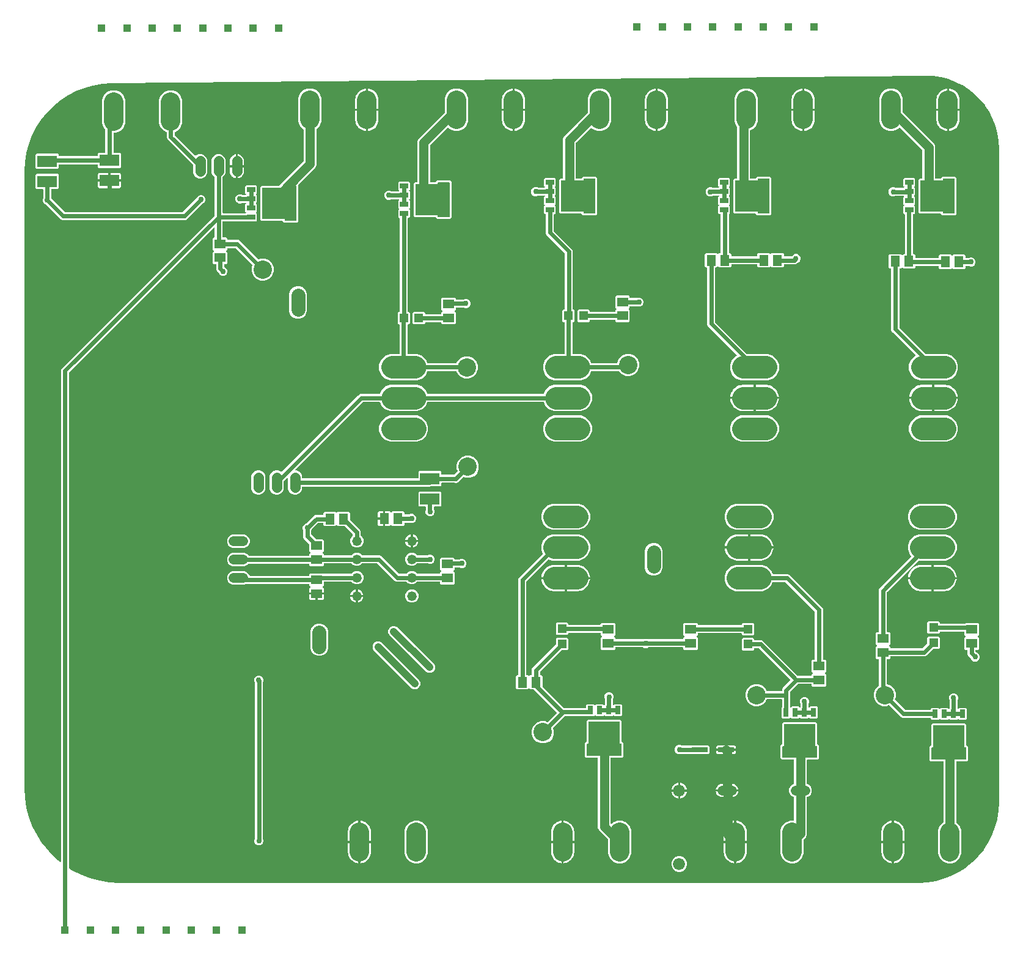
<source format=gbr>
G04 EAGLE Gerber X2 export*
%TF.Part,Single*%
%TF.FileFunction,Copper,L1,Top,Mixed*%
%TF.FilePolarity,Positive*%
%TF.GenerationSoftware,Autodesk,EAGLE,9.1.3*%
%TF.CreationDate,2018-11-12T20:02:43Z*%
G75*
%MOMM*%
%FSLAX34Y34*%
%LPD*%
%AMOC8*
5,1,8,0,0,1.08239X$1,22.5*%
G01*
%ADD10R,0.700000X1.150000*%
%ADD11R,0.000000X0.000000*%
%ADD12C,2.700000*%
%ADD13R,1.150000X0.700000*%
%ADD14R,1.500000X1.300000*%
%ADD15R,2.200000X0.650000*%
%ADD16C,1.676400*%
%ADD17C,1.320800*%
%ADD18C,3.116000*%
%ADD19R,1.200000X1.200000*%
%ADD20R,1.300000X1.500000*%
%ADD21R,2.700000X1.600000*%
%ADD22C,1.320800*%
%ADD23C,2.540000*%
%ADD24C,1.981200*%
%ADD25R,1.108000X1.108000*%
%ADD26C,1.422400*%
%ADD27C,0.609600*%
%ADD28C,0.756400*%
%ADD29C,0.900000*%
%ADD30C,1.016000*%
%ADD31C,1.270000*%
%ADD32C,0.152400*%

G36*
X1383375Y-36319D02*
X1383375Y-36319D01*
X1383400Y-36320D01*
X1394915Y-35717D01*
X1394942Y-35711D01*
X1394994Y-35708D01*
X1406383Y-33905D01*
X1406409Y-33896D01*
X1406461Y-33888D01*
X1417598Y-30904D01*
X1417624Y-30892D01*
X1417674Y-30879D01*
X1428439Y-26747D01*
X1428463Y-26733D01*
X1428512Y-26714D01*
X1438786Y-21480D01*
X1438808Y-21463D01*
X1438855Y-21440D01*
X1448525Y-15160D01*
X1448546Y-15141D01*
X1448590Y-15113D01*
X1457551Y-7856D01*
X1457569Y-7836D01*
X1457610Y-7803D01*
X1465763Y350D01*
X1465779Y373D01*
X1465816Y410D01*
X1473073Y9371D01*
X1473087Y9395D01*
X1473120Y9435D01*
X1479400Y19105D01*
X1479411Y19131D01*
X1479440Y19174D01*
X1484674Y29448D01*
X1484683Y29475D01*
X1484707Y29521D01*
X1488839Y40286D01*
X1488845Y40313D01*
X1488862Y40358D01*
X1488863Y40360D01*
X1488863Y40361D01*
X1488864Y40362D01*
X1491848Y51499D01*
X1491851Y51527D01*
X1491865Y51577D01*
X1493668Y62966D01*
X1493668Y62994D01*
X1493677Y63045D01*
X1494280Y74560D01*
X1494279Y74575D01*
X1494281Y74600D01*
X1494281Y980263D01*
X1494279Y980278D01*
X1494280Y980303D01*
X1493726Y990818D01*
X1493720Y990846D01*
X1493717Y990898D01*
X1492060Y1001297D01*
X1492052Y1001323D01*
X1492044Y1001375D01*
X1489302Y1011542D01*
X1489291Y1011568D01*
X1489277Y1011619D01*
X1485482Y1021441D01*
X1485468Y1021465D01*
X1485449Y1021514D01*
X1480642Y1030883D01*
X1480626Y1030905D01*
X1480602Y1030952D01*
X1474836Y1039763D01*
X1474817Y1039784D01*
X1474789Y1039828D01*
X1468129Y1047984D01*
X1468108Y1048003D01*
X1468075Y1048044D01*
X1460594Y1055454D01*
X1460571Y1055470D01*
X1460534Y1055508D01*
X1452315Y1062091D01*
X1452291Y1062104D01*
X1452250Y1062137D01*
X1443385Y1067819D01*
X1443359Y1067830D01*
X1443315Y1067859D01*
X1433901Y1072578D01*
X1433875Y1072586D01*
X1433828Y1072610D01*
X1423970Y1076312D01*
X1423943Y1076317D01*
X1423893Y1076336D01*
X1413701Y1078981D01*
X1413673Y1078984D01*
X1413623Y1078997D01*
X1403208Y1080556D01*
X1403181Y1080556D01*
X1403129Y1080564D01*
X1392608Y1081019D01*
X1392593Y1081017D01*
X1392568Y1081020D01*
X264432Y1070364D01*
X264417Y1070361D01*
X264392Y1070362D01*
X251880Y1069592D01*
X251853Y1069585D01*
X251801Y1069583D01*
X239437Y1067516D01*
X239411Y1067508D01*
X239360Y1067499D01*
X227277Y1064160D01*
X227252Y1064149D01*
X227202Y1064135D01*
X215531Y1059559D01*
X215508Y1059545D01*
X215459Y1059527D01*
X204327Y1053763D01*
X204305Y1053747D01*
X204259Y1053723D01*
X193785Y1046835D01*
X193765Y1046816D01*
X193721Y1046788D01*
X184020Y1038849D01*
X184002Y1038828D01*
X183962Y1038796D01*
X175137Y1029892D01*
X175121Y1029870D01*
X175084Y1029833D01*
X167232Y1020061D01*
X167219Y1020037D01*
X167186Y1019997D01*
X160392Y1009462D01*
X160381Y1009437D01*
X160352Y1009394D01*
X154689Y998210D01*
X154680Y998184D01*
X154656Y998138D01*
X150185Y986427D01*
X150179Y986400D01*
X150161Y986352D01*
X146930Y974239D01*
X146927Y974212D01*
X146913Y974162D01*
X144958Y961780D01*
X144958Y961752D01*
X144949Y961701D01*
X144290Y949183D01*
X144292Y949168D01*
X144289Y949143D01*
X144019Y520700D01*
X144019Y94920D01*
X144021Y94905D01*
X144020Y94880D01*
X144735Y81241D01*
X144740Y81214D01*
X144743Y81162D01*
X146879Y67673D01*
X146888Y67646D01*
X146896Y67595D01*
X150431Y54402D01*
X150442Y54377D01*
X150455Y54327D01*
X155350Y41576D01*
X155364Y41552D01*
X155382Y41503D01*
X161583Y29334D01*
X161599Y29312D01*
X161623Y29265D01*
X169061Y17811D01*
X169080Y17791D01*
X169108Y17747D01*
X177703Y7133D01*
X177724Y7114D01*
X177756Y7074D01*
X187414Y-2584D01*
X187436Y-2600D01*
X187473Y-2637D01*
X193451Y-7478D01*
X193479Y-7494D01*
X193502Y-7516D01*
X193585Y-7555D01*
X193665Y-7600D01*
X193696Y-7606D01*
X193725Y-7620D01*
X193816Y-7630D01*
X193906Y-7647D01*
X193938Y-7643D01*
X193969Y-7647D01*
X194059Y-7627D01*
X194150Y-7615D01*
X194178Y-7601D01*
X194210Y-7595D01*
X194289Y-7547D01*
X194371Y-7507D01*
X194393Y-7485D01*
X194421Y-7468D01*
X194481Y-7399D01*
X194546Y-7334D01*
X194560Y-7306D01*
X194581Y-7281D01*
X194615Y-7196D01*
X194656Y-7115D01*
X194661Y-7083D01*
X194673Y-7053D01*
X194691Y-6887D01*
X194691Y673552D01*
X195542Y675606D01*
X197221Y677285D01*
X407218Y887282D01*
X407271Y887356D01*
X407331Y887425D01*
X407343Y887456D01*
X407362Y887482D01*
X407389Y887569D01*
X407423Y887654D01*
X407427Y887694D01*
X407434Y887717D01*
X407433Y887749D01*
X407441Y887820D01*
X407441Y940220D01*
X407427Y940310D01*
X407419Y940401D01*
X407407Y940431D01*
X407402Y940463D01*
X407359Y940544D01*
X407323Y940628D01*
X407297Y940660D01*
X407286Y940681D01*
X407263Y940703D01*
X407218Y940759D01*
X404847Y943130D01*
X403377Y946678D01*
X403377Y964742D01*
X404847Y968290D01*
X407562Y971005D01*
X411110Y972475D01*
X414950Y972475D01*
X418498Y971005D01*
X421213Y968290D01*
X422683Y964742D01*
X422683Y946678D01*
X421213Y943130D01*
X418842Y940759D01*
X418789Y940685D01*
X418729Y940615D01*
X418717Y940585D01*
X418698Y940559D01*
X418671Y940472D01*
X418637Y940387D01*
X418633Y940346D01*
X418626Y940324D01*
X418627Y940292D01*
X418619Y940220D01*
X418619Y891540D01*
X418622Y891520D01*
X418620Y891501D01*
X418642Y891399D01*
X418658Y891297D01*
X418668Y891280D01*
X418672Y891260D01*
X418725Y891171D01*
X418774Y891080D01*
X418788Y891066D01*
X418798Y891049D01*
X418877Y890982D01*
X418952Y890910D01*
X418970Y890902D01*
X418985Y890889D01*
X419081Y890850D01*
X419175Y890807D01*
X419195Y890805D01*
X419213Y890797D01*
X419380Y890779D01*
X450320Y890779D01*
X450391Y890790D01*
X450463Y890792D01*
X450512Y890810D01*
X450563Y890818D01*
X450626Y890852D01*
X450694Y890877D01*
X450734Y890909D01*
X450780Y890934D01*
X450830Y890985D01*
X450886Y891030D01*
X450914Y891074D01*
X450950Y891112D01*
X450980Y891177D01*
X451019Y891237D01*
X451031Y891288D01*
X451053Y891335D01*
X451061Y891406D01*
X451079Y891476D01*
X451075Y891528D01*
X451081Y891579D01*
X451065Y891650D01*
X451060Y891721D01*
X451039Y891769D01*
X451028Y891820D01*
X450991Y891881D01*
X450963Y891947D01*
X450919Y892003D01*
X450902Y892031D01*
X450884Y892046D01*
X450859Y892078D01*
X449599Y893338D01*
X449599Y902442D01*
X450864Y903707D01*
X450875Y903723D01*
X450891Y903735D01*
X450939Y903811D01*
X450950Y903822D01*
X450956Y903835D01*
X451007Y903906D01*
X451013Y903925D01*
X451024Y903942D01*
X451045Y904027D01*
X451053Y904045D01*
X451055Y904063D01*
X451079Y904142D01*
X451079Y904161D01*
X451084Y904181D01*
X451077Y904262D01*
X451080Y904289D01*
X451075Y904315D01*
X451073Y904387D01*
X451066Y904406D01*
X451065Y904426D01*
X451036Y904493D01*
X451028Y904530D01*
X451010Y904561D01*
X450989Y904618D01*
X450976Y904634D01*
X450968Y904652D01*
X450916Y904718D01*
X450902Y904741D01*
X450887Y904753D01*
X450864Y904783D01*
X450859Y904788D01*
X450845Y904798D01*
X450835Y904810D01*
X450778Y904847D01*
X450715Y904901D01*
X450685Y904913D01*
X450659Y904932D01*
X450634Y904939D01*
X450628Y904943D01*
X450590Y904953D01*
X450572Y904959D01*
X450487Y904993D01*
X450446Y904997D01*
X450424Y905004D01*
X450392Y905003D01*
X450320Y905011D01*
X445581Y905011D01*
X445516Y905001D01*
X445451Y905000D01*
X445371Y904977D01*
X445338Y904972D01*
X445321Y904962D01*
X445290Y904953D01*
X443658Y904277D01*
X441142Y904277D01*
X438818Y905240D01*
X437040Y907018D01*
X436077Y909342D01*
X436077Y911858D01*
X437040Y914182D01*
X438818Y915960D01*
X441142Y916923D01*
X443658Y916923D01*
X445290Y916247D01*
X445354Y916232D01*
X445414Y916207D01*
X445497Y916198D01*
X445529Y916191D01*
X445549Y916192D01*
X445581Y916189D01*
X450310Y916189D01*
X450381Y916200D01*
X450453Y916202D01*
X450502Y916220D01*
X450553Y916228D01*
X450616Y916262D01*
X450684Y916287D01*
X450724Y916319D01*
X450770Y916344D01*
X450820Y916396D01*
X450876Y916440D01*
X450904Y916484D01*
X450940Y916522D01*
X450970Y916587D01*
X451009Y916647D01*
X451022Y916698D01*
X451043Y916745D01*
X451051Y916816D01*
X451069Y916886D01*
X451065Y916938D01*
X451071Y916989D01*
X451055Y917060D01*
X451050Y917131D01*
X451029Y917179D01*
X451018Y917230D01*
X450981Y917291D01*
X450953Y917357D01*
X450909Y917413D01*
X450892Y917441D01*
X450874Y917456D01*
X450849Y917488D01*
X449599Y918738D01*
X449599Y927842D01*
X451088Y929331D01*
X464692Y929331D01*
X466181Y927842D01*
X466181Y918738D01*
X464926Y917483D01*
X464915Y917467D01*
X464899Y917455D01*
X464843Y917367D01*
X464783Y917284D01*
X464777Y917265D01*
X464766Y917248D01*
X464741Y917147D01*
X464711Y917048D01*
X464711Y917029D01*
X464706Y917009D01*
X464714Y916906D01*
X464717Y916803D01*
X464724Y916784D01*
X464725Y916764D01*
X464766Y916669D01*
X464801Y916572D01*
X464814Y916556D01*
X464822Y916538D01*
X464926Y916407D01*
X466181Y915152D01*
X466181Y906048D01*
X464916Y904783D01*
X464905Y904767D01*
X464889Y904755D01*
X464833Y904667D01*
X464773Y904584D01*
X464767Y904565D01*
X464756Y904548D01*
X464731Y904447D01*
X464701Y904348D01*
X464701Y904329D01*
X464696Y904309D01*
X464704Y904206D01*
X464707Y904103D01*
X464714Y904084D01*
X464715Y904064D01*
X464756Y903969D01*
X464791Y903872D01*
X464804Y903856D01*
X464812Y903838D01*
X464916Y903707D01*
X466181Y902442D01*
X466181Y893338D01*
X464921Y892078D01*
X464910Y892062D01*
X464894Y892050D01*
X464838Y891962D01*
X464778Y891879D01*
X464772Y891860D01*
X464761Y891843D01*
X464736Y891742D01*
X464706Y891643D01*
X464706Y891624D01*
X464701Y891604D01*
X464709Y891501D01*
X464712Y891398D01*
X464719Y891379D01*
X464720Y891359D01*
X464761Y891264D01*
X464796Y891167D01*
X464809Y891151D01*
X464817Y891133D01*
X464921Y891002D01*
X466181Y889742D01*
X466181Y880638D01*
X464692Y879149D01*
X451088Y879149D01*
X450859Y879378D01*
X450785Y879431D01*
X450715Y879491D01*
X450685Y879503D01*
X450659Y879522D01*
X450572Y879549D01*
X450487Y879583D01*
X450446Y879587D01*
X450424Y879594D01*
X450392Y879593D01*
X450320Y879601D01*
X419380Y879601D01*
X419360Y879598D01*
X419341Y879600D01*
X419239Y879578D01*
X419137Y879562D01*
X419120Y879552D01*
X419100Y879548D01*
X419011Y879495D01*
X418920Y879446D01*
X418906Y879432D01*
X418889Y879422D01*
X418822Y879343D01*
X418750Y879268D01*
X418742Y879250D01*
X418729Y879235D01*
X418690Y879139D01*
X418647Y879045D01*
X418645Y879025D01*
X418637Y879007D01*
X418619Y878840D01*
X418619Y857842D01*
X418622Y857822D01*
X418620Y857803D01*
X418642Y857701D01*
X418658Y857599D01*
X418668Y857582D01*
X418672Y857562D01*
X418725Y857473D01*
X418774Y857382D01*
X418788Y857368D01*
X418798Y857351D01*
X418877Y857284D01*
X418952Y857212D01*
X418970Y857204D01*
X418985Y857191D01*
X419081Y857152D01*
X419175Y857109D01*
X419195Y857107D01*
X419213Y857099D01*
X419380Y857081D01*
X423862Y857081D01*
X425351Y855592D01*
X425351Y854390D01*
X425354Y854370D01*
X425352Y854351D01*
X425374Y854249D01*
X425390Y854147D01*
X425400Y854130D01*
X425404Y854110D01*
X425457Y854021D01*
X425506Y853930D01*
X425520Y853916D01*
X425530Y853899D01*
X425609Y853832D01*
X425684Y853760D01*
X425702Y853752D01*
X425717Y853739D01*
X425813Y853700D01*
X425907Y853657D01*
X425927Y853655D01*
X425945Y853647D01*
X426112Y853629D01*
X440042Y853629D01*
X442096Y852778D01*
X467794Y827079D01*
X467888Y827012D01*
X467983Y826941D01*
X467989Y826939D01*
X467994Y826936D01*
X468105Y826902D01*
X468217Y826865D01*
X468223Y826865D01*
X468229Y826863D01*
X468346Y826866D01*
X468463Y826868D01*
X468470Y826870D01*
X468475Y826870D01*
X468493Y826876D01*
X468624Y826914D01*
X471198Y827981D01*
X477262Y827981D01*
X482863Y825660D01*
X487150Y821373D01*
X489471Y815772D01*
X489471Y809708D01*
X487150Y804107D01*
X482863Y799820D01*
X477262Y797499D01*
X471198Y797499D01*
X465597Y799820D01*
X461310Y804107D01*
X458989Y809708D01*
X458989Y815772D01*
X460056Y818346D01*
X460082Y818460D01*
X460111Y818573D01*
X460110Y818579D01*
X460112Y818586D01*
X460101Y818702D01*
X460092Y818818D01*
X460089Y818824D01*
X460089Y818830D01*
X460041Y818938D01*
X459995Y819045D01*
X459991Y819051D01*
X459989Y819055D01*
X459976Y819069D01*
X459891Y819176D01*
X436838Y842228D01*
X436764Y842281D01*
X436695Y842341D01*
X436664Y842353D01*
X436638Y842372D01*
X436551Y842399D01*
X436466Y842433D01*
X436426Y842437D01*
X436403Y842444D01*
X436371Y842443D01*
X436300Y842451D01*
X426112Y842451D01*
X426092Y842448D01*
X426073Y842450D01*
X425971Y842428D01*
X425869Y842412D01*
X425852Y842402D01*
X425832Y842398D01*
X425743Y842345D01*
X425652Y842296D01*
X425638Y842282D01*
X425621Y842272D01*
X425554Y842193D01*
X425482Y842118D01*
X425474Y842100D01*
X425461Y842085D01*
X425422Y841989D01*
X425379Y841895D01*
X425377Y841875D01*
X425369Y841857D01*
X425351Y841690D01*
X425351Y840488D01*
X423941Y839078D01*
X423930Y839062D01*
X423914Y839050D01*
X423858Y838962D01*
X423798Y838879D01*
X423792Y838860D01*
X423781Y838843D01*
X423756Y838742D01*
X423726Y838643D01*
X423726Y838624D01*
X423721Y838604D01*
X423729Y838501D01*
X423732Y838398D01*
X423739Y838379D01*
X423740Y838359D01*
X423781Y838264D01*
X423816Y838167D01*
X423829Y838151D01*
X423837Y838133D01*
X423941Y838002D01*
X425351Y836592D01*
X425351Y821488D01*
X423862Y819999D01*
X421660Y819999D01*
X421640Y819996D01*
X421621Y819998D01*
X421519Y819976D01*
X421417Y819960D01*
X421400Y819950D01*
X421380Y819946D01*
X421291Y819893D01*
X421200Y819844D01*
X421186Y819830D01*
X421169Y819820D01*
X421102Y819741D01*
X421030Y819666D01*
X421022Y819648D01*
X421009Y819633D01*
X420970Y819537D01*
X420927Y819443D01*
X420925Y819423D01*
X420917Y819405D01*
X420899Y819238D01*
X420899Y816649D01*
X420918Y816534D01*
X420935Y816418D01*
X420937Y816412D01*
X420938Y816406D01*
X420993Y816304D01*
X421046Y816198D01*
X421051Y816194D01*
X421054Y816189D01*
X421138Y816109D01*
X421222Y816026D01*
X421228Y816023D01*
X421232Y816019D01*
X421249Y816011D01*
X421369Y815945D01*
X422782Y815360D01*
X424560Y813582D01*
X425523Y811258D01*
X425523Y808742D01*
X424560Y806418D01*
X422782Y804640D01*
X420458Y803677D01*
X417942Y803677D01*
X415618Y804640D01*
X413840Y806418D01*
X413164Y808051D01*
X413129Y808106D01*
X413104Y808167D01*
X413052Y808232D01*
X413034Y808260D01*
X413019Y808272D01*
X412999Y808298D01*
X410572Y810724D01*
X409721Y812778D01*
X409721Y819238D01*
X409718Y819258D01*
X409720Y819277D01*
X409698Y819379D01*
X409682Y819481D01*
X409672Y819498D01*
X409668Y819518D01*
X409615Y819607D01*
X409566Y819698D01*
X409552Y819712D01*
X409542Y819729D01*
X409463Y819796D01*
X409388Y819868D01*
X409370Y819876D01*
X409355Y819889D01*
X409259Y819928D01*
X409165Y819971D01*
X409145Y819973D01*
X409127Y819981D01*
X408960Y819999D01*
X406758Y819999D01*
X405269Y821488D01*
X405269Y836592D01*
X406679Y838002D01*
X406690Y838018D01*
X406706Y838030D01*
X406762Y838118D01*
X406822Y838201D01*
X406828Y838220D01*
X406839Y838237D01*
X406864Y838338D01*
X406894Y838437D01*
X406894Y838456D01*
X406899Y838476D01*
X406891Y838579D01*
X406888Y838682D01*
X406881Y838701D01*
X406880Y838721D01*
X406839Y838816D01*
X406804Y838913D01*
X406791Y838929D01*
X406783Y838947D01*
X406679Y839078D01*
X405269Y840488D01*
X405269Y855592D01*
X406769Y857093D01*
X406821Y857104D01*
X406923Y857120D01*
X406940Y857130D01*
X406960Y857134D01*
X407049Y857187D01*
X407140Y857236D01*
X407154Y857250D01*
X407171Y857260D01*
X407238Y857339D01*
X407310Y857414D01*
X407318Y857432D01*
X407331Y857447D01*
X407370Y857543D01*
X407413Y857637D01*
X407415Y857657D01*
X407423Y857675D01*
X407441Y857842D01*
X407441Y869860D01*
X407430Y869931D01*
X407428Y870002D01*
X407410Y870051D01*
X407402Y870103D01*
X407368Y870166D01*
X407343Y870233D01*
X407311Y870274D01*
X407286Y870320D01*
X407235Y870369D01*
X407190Y870425D01*
X407146Y870453D01*
X407108Y870489D01*
X407043Y870519D01*
X406983Y870558D01*
X406932Y870571D01*
X406885Y870593D01*
X406814Y870601D01*
X406744Y870618D01*
X406692Y870614D01*
X406641Y870620D01*
X406570Y870605D01*
X406499Y870599D01*
X406451Y870579D01*
X406400Y870568D01*
X406339Y870531D01*
X406273Y870503D01*
X406217Y870458D01*
X406189Y870442D01*
X406174Y870424D01*
X406142Y870398D01*
X206092Y670348D01*
X206039Y670274D01*
X205979Y670205D01*
X205967Y670174D01*
X205948Y670148D01*
X205921Y670061D01*
X205887Y669976D01*
X205883Y669936D01*
X205876Y669913D01*
X205877Y669881D01*
X205869Y669810D01*
X205869Y-15877D01*
X205876Y-15925D01*
X205875Y-15972D01*
X205896Y-16045D01*
X205908Y-16120D01*
X205931Y-16162D01*
X205944Y-16208D01*
X205988Y-16271D01*
X206024Y-16338D01*
X206058Y-16370D01*
X206086Y-16410D01*
X206186Y-16492D01*
X206202Y-16507D01*
X206208Y-16510D01*
X206215Y-16516D01*
X209605Y-18717D01*
X209631Y-18729D01*
X209674Y-18757D01*
X221843Y-24958D01*
X221870Y-24966D01*
X221916Y-24990D01*
X234667Y-29885D01*
X234694Y-29890D01*
X234742Y-29909D01*
X247935Y-33444D01*
X247962Y-33447D01*
X248013Y-33461D01*
X261502Y-35597D01*
X261530Y-35597D01*
X261581Y-35605D01*
X275220Y-36320D01*
X275235Y-36319D01*
X275260Y-36321D01*
X1383360Y-36321D01*
X1383375Y-36319D01*
G37*
%LPC*%
G36*
X491760Y501075D02*
X491760Y501075D01*
X488212Y502545D01*
X485497Y505260D01*
X484027Y508808D01*
X484027Y526872D01*
X485497Y530420D01*
X488212Y533135D01*
X491760Y534605D01*
X495600Y534605D01*
X499148Y533135D01*
X499571Y532712D01*
X499588Y532700D01*
X499600Y532684D01*
X499687Y532628D01*
X499771Y532568D01*
X499790Y532562D01*
X499807Y532551D01*
X499907Y532526D01*
X500006Y532496D01*
X500026Y532496D01*
X500045Y532491D01*
X500148Y532499D01*
X500252Y532502D01*
X500271Y532509D01*
X500291Y532510D01*
X500386Y532551D01*
X500483Y532587D01*
X500499Y532599D01*
X500517Y532607D01*
X500648Y532712D01*
X605995Y638059D01*
X607674Y639738D01*
X609728Y640589D01*
X635903Y640589D01*
X636017Y640608D01*
X636133Y640625D01*
X636139Y640627D01*
X636145Y640628D01*
X636248Y640683D01*
X636353Y640736D01*
X636357Y640741D01*
X636363Y640744D01*
X636443Y640828D01*
X636525Y640912D01*
X636529Y640918D01*
X636532Y640922D01*
X636540Y640939D01*
X636606Y641059D01*
X638348Y645265D01*
X643445Y650362D01*
X650106Y653121D01*
X688474Y653121D01*
X695135Y650362D01*
X700232Y645265D01*
X701974Y641059D01*
X702036Y640959D01*
X702096Y640859D01*
X702100Y640855D01*
X702104Y640850D01*
X702194Y640775D01*
X702283Y640699D01*
X702288Y640697D01*
X702293Y640693D01*
X702402Y640651D01*
X702511Y640607D01*
X702518Y640606D01*
X702523Y640605D01*
X702541Y640604D01*
X702677Y640589D01*
X863233Y640589D01*
X863347Y640608D01*
X863463Y640625D01*
X863469Y640627D01*
X863475Y640628D01*
X863578Y640683D01*
X863683Y640736D01*
X863687Y640741D01*
X863693Y640744D01*
X863773Y640828D01*
X863855Y640912D01*
X863859Y640918D01*
X863862Y640922D01*
X863870Y640939D01*
X863936Y641059D01*
X865678Y645265D01*
X870775Y650362D01*
X877436Y653121D01*
X915804Y653121D01*
X922465Y650362D01*
X927562Y645265D01*
X930321Y638604D01*
X930321Y631396D01*
X927562Y624735D01*
X922465Y619638D01*
X915804Y616879D01*
X877436Y616879D01*
X870775Y619638D01*
X865678Y624735D01*
X863936Y628941D01*
X863874Y629041D01*
X863814Y629141D01*
X863810Y629145D01*
X863806Y629150D01*
X863716Y629225D01*
X863627Y629301D01*
X863622Y629303D01*
X863617Y629307D01*
X863508Y629349D01*
X863399Y629393D01*
X863392Y629394D01*
X863387Y629395D01*
X863369Y629396D01*
X863233Y629411D01*
X702677Y629411D01*
X702563Y629392D01*
X702447Y629375D01*
X702441Y629373D01*
X702435Y629372D01*
X702332Y629317D01*
X702227Y629264D01*
X702223Y629259D01*
X702217Y629256D01*
X702137Y629172D01*
X702055Y629088D01*
X702051Y629082D01*
X702048Y629078D01*
X702040Y629061D01*
X701974Y628941D01*
X700232Y624735D01*
X695135Y619638D01*
X688474Y616879D01*
X650106Y616879D01*
X643445Y619638D01*
X638348Y624735D01*
X636606Y628941D01*
X636544Y629041D01*
X636484Y629141D01*
X636480Y629145D01*
X636476Y629150D01*
X636386Y629225D01*
X636297Y629301D01*
X636292Y629303D01*
X636287Y629307D01*
X636178Y629349D01*
X636069Y629393D01*
X636062Y629394D01*
X636057Y629395D01*
X636039Y629396D01*
X635903Y629411D01*
X613470Y629411D01*
X613380Y629397D01*
X613289Y629389D01*
X613259Y629377D01*
X613228Y629372D01*
X613147Y629329D01*
X613063Y629293D01*
X613031Y629267D01*
X613010Y629256D01*
X612988Y629233D01*
X612932Y629188D01*
X519648Y535904D01*
X519606Y535846D01*
X519557Y535794D01*
X519535Y535747D01*
X519504Y535705D01*
X519483Y535636D01*
X519453Y535571D01*
X519447Y535519D01*
X519432Y535469D01*
X519434Y535398D01*
X519426Y535327D01*
X519437Y535276D01*
X519438Y535224D01*
X519463Y535156D01*
X519478Y535086D01*
X519505Y535042D01*
X519523Y534993D01*
X519568Y534937D01*
X519604Y534875D01*
X519644Y534841D01*
X519677Y534801D01*
X519737Y534762D01*
X519791Y534715D01*
X519840Y534696D01*
X519883Y534668D01*
X519953Y534650D01*
X520019Y534623D01*
X520091Y534615D01*
X520122Y534607D01*
X520145Y534609D01*
X520186Y534605D01*
X521000Y534605D01*
X524548Y533135D01*
X527263Y530420D01*
X528733Y526872D01*
X528733Y524190D01*
X528736Y524170D01*
X528734Y524151D01*
X528756Y524049D01*
X528772Y523947D01*
X528782Y523930D01*
X528786Y523910D01*
X528839Y523821D01*
X528888Y523730D01*
X528902Y523716D01*
X528912Y523699D01*
X528991Y523632D01*
X529066Y523560D01*
X529084Y523552D01*
X529099Y523539D01*
X529195Y523500D01*
X529289Y523457D01*
X529309Y523455D01*
X529327Y523447D01*
X529494Y523429D01*
X689058Y523429D01*
X689078Y523432D01*
X689097Y523430D01*
X689199Y523452D01*
X689301Y523468D01*
X689318Y523478D01*
X689338Y523482D01*
X689427Y523535D01*
X689518Y523584D01*
X689532Y523598D01*
X689549Y523608D01*
X689616Y523687D01*
X689688Y523762D01*
X689696Y523780D01*
X689709Y523795D01*
X689748Y523891D01*
X689791Y523985D01*
X689793Y524005D01*
X689801Y524023D01*
X689819Y524190D01*
X689819Y532062D01*
X691308Y533551D01*
X720412Y533551D01*
X721901Y532062D01*
X721901Y529360D01*
X721904Y529340D01*
X721902Y529321D01*
X721924Y529219D01*
X721940Y529117D01*
X721950Y529100D01*
X721954Y529080D01*
X722007Y528991D01*
X722056Y528900D01*
X722070Y528886D01*
X722080Y528869D01*
X722159Y528802D01*
X722234Y528730D01*
X722252Y528722D01*
X722267Y528709D01*
X722363Y528670D01*
X722457Y528627D01*
X722477Y528625D01*
X722495Y528617D01*
X722662Y528599D01*
X739110Y528599D01*
X739200Y528613D01*
X739291Y528621D01*
X739321Y528633D01*
X739352Y528638D01*
X739433Y528681D01*
X739517Y528717D01*
X739549Y528743D01*
X739570Y528754D01*
X739592Y528777D01*
X739648Y528822D01*
X743901Y533074D01*
X743968Y533168D01*
X744039Y533263D01*
X744041Y533269D01*
X744044Y533274D01*
X744078Y533385D01*
X744115Y533497D01*
X744115Y533503D01*
X744117Y533509D01*
X744114Y533626D01*
X744112Y533743D01*
X744110Y533750D01*
X744110Y533755D01*
X744104Y533773D01*
X744066Y533904D01*
X742999Y536478D01*
X742999Y542542D01*
X745320Y548143D01*
X749607Y552430D01*
X755208Y554751D01*
X761272Y554751D01*
X766873Y552430D01*
X771160Y548143D01*
X773481Y542542D01*
X773481Y536478D01*
X771160Y530877D01*
X766873Y526590D01*
X761272Y524269D01*
X755208Y524269D01*
X752634Y525336D01*
X752520Y525362D01*
X752407Y525391D01*
X752401Y525390D01*
X752394Y525392D01*
X752278Y525381D01*
X752162Y525372D01*
X752156Y525369D01*
X752150Y525369D01*
X752042Y525321D01*
X751935Y525275D01*
X751929Y525271D01*
X751925Y525269D01*
X751911Y525256D01*
X751804Y525171D01*
X746113Y519480D01*
X746107Y519471D01*
X746098Y519464D01*
X745997Y519330D01*
X745837Y519061D01*
X745310Y518666D01*
X745288Y518642D01*
X745228Y518595D01*
X744763Y518129D01*
X744474Y518009D01*
X744464Y518003D01*
X744453Y518000D01*
X744308Y517915D01*
X744058Y517728D01*
X743420Y517564D01*
X743390Y517551D01*
X743317Y517530D01*
X742708Y517278D01*
X742396Y517278D01*
X742384Y517276D01*
X742373Y517278D01*
X742207Y517254D01*
X741904Y517177D01*
X741252Y517270D01*
X741219Y517270D01*
X741144Y517278D01*
X740485Y517278D01*
X740279Y517363D01*
X740216Y517378D01*
X740155Y517403D01*
X740072Y517412D01*
X740040Y517419D01*
X740021Y517418D01*
X739988Y517421D01*
X722662Y517421D01*
X722642Y517418D01*
X722623Y517420D01*
X722521Y517398D01*
X722419Y517382D01*
X722402Y517372D01*
X722382Y517368D01*
X722293Y517315D01*
X722202Y517266D01*
X722188Y517252D01*
X722171Y517242D01*
X722104Y517163D01*
X722032Y517088D01*
X722024Y517070D01*
X722011Y517055D01*
X721972Y516959D01*
X721929Y516865D01*
X721927Y516845D01*
X721919Y516827D01*
X721901Y516660D01*
X721901Y513958D01*
X720412Y512469D01*
X706979Y512469D01*
X706915Y512459D01*
X706849Y512458D01*
X706769Y512435D01*
X706737Y512430D01*
X706719Y512420D01*
X706688Y512411D01*
X706302Y512251D01*
X706032Y512251D01*
X706016Y512249D01*
X706000Y512251D01*
X705834Y512225D01*
X705574Y512155D01*
X704878Y512245D01*
X704847Y512244D01*
X704780Y512251D01*
X529494Y512251D01*
X529474Y512248D01*
X529455Y512250D01*
X529353Y512228D01*
X529251Y512212D01*
X529234Y512202D01*
X529214Y512198D01*
X529125Y512145D01*
X529034Y512096D01*
X529020Y512082D01*
X529003Y512072D01*
X528936Y511993D01*
X528864Y511918D01*
X528856Y511900D01*
X528843Y511885D01*
X528804Y511789D01*
X528761Y511695D01*
X528759Y511675D01*
X528751Y511657D01*
X528733Y511490D01*
X528733Y508808D01*
X527263Y505260D01*
X524548Y502545D01*
X521000Y501075D01*
X517160Y501075D01*
X513612Y502545D01*
X510897Y505260D01*
X509427Y508808D01*
X509427Y523846D01*
X509416Y523917D01*
X509414Y523988D01*
X509396Y524037D01*
X509388Y524089D01*
X509354Y524152D01*
X509329Y524219D01*
X509297Y524260D01*
X509272Y524306D01*
X509220Y524355D01*
X509176Y524411D01*
X509132Y524439D01*
X509094Y524475D01*
X509029Y524505D01*
X508969Y524544D01*
X508918Y524557D01*
X508871Y524579D01*
X508800Y524587D01*
X508730Y524604D01*
X508678Y524600D01*
X508627Y524606D01*
X508556Y524591D01*
X508485Y524585D01*
X508437Y524565D01*
X508386Y524554D01*
X508325Y524517D01*
X508259Y524489D01*
X508203Y524444D01*
X508175Y524428D01*
X508160Y524410D01*
X508128Y524384D01*
X503556Y519812D01*
X503503Y519738D01*
X503443Y519669D01*
X503431Y519639D01*
X503412Y519612D01*
X503385Y519525D01*
X503351Y519440D01*
X503347Y519400D01*
X503340Y519377D01*
X503341Y519345D01*
X503333Y519274D01*
X503333Y508808D01*
X501863Y505260D01*
X499148Y502545D01*
X495600Y501075D01*
X491760Y501075D01*
G37*
%LPD*%
%LPC*%
G36*
X859458Y156789D02*
X859458Y156789D01*
X853857Y159110D01*
X849570Y163397D01*
X847249Y168998D01*
X847249Y175062D01*
X849570Y180663D01*
X853857Y184950D01*
X859458Y187271D01*
X865522Y187271D01*
X868096Y186204D01*
X868210Y186178D01*
X868323Y186149D01*
X868329Y186150D01*
X868336Y186148D01*
X868452Y186159D01*
X868568Y186168D01*
X868574Y186171D01*
X868580Y186171D01*
X868688Y186219D01*
X868795Y186265D01*
X868801Y186269D01*
X868805Y186271D01*
X868819Y186284D01*
X868926Y186369D01*
X881318Y198762D01*
X881330Y198778D01*
X881345Y198790D01*
X881401Y198878D01*
X881462Y198961D01*
X881467Y198980D01*
X881478Y198997D01*
X881504Y199098D01*
X881534Y199197D01*
X881533Y199216D01*
X881538Y199236D01*
X881530Y199339D01*
X881528Y199442D01*
X881521Y199461D01*
X881519Y199481D01*
X881479Y199576D01*
X881443Y199673D01*
X881431Y199689D01*
X881423Y199707D01*
X881318Y199838D01*
X850120Y231036D01*
X850046Y231089D01*
X849977Y231149D01*
X849946Y231161D01*
X849920Y231180D01*
X849833Y231207D01*
X849748Y231241D01*
X849708Y231245D01*
X849685Y231252D01*
X849653Y231251D01*
X849582Y231259D01*
X845228Y231259D01*
X843818Y232669D01*
X843802Y232680D01*
X843790Y232696D01*
X843702Y232752D01*
X843619Y232812D01*
X843600Y232818D01*
X843583Y232829D01*
X843482Y232854D01*
X843383Y232884D01*
X843364Y232884D01*
X843344Y232889D01*
X843241Y232881D01*
X843138Y232878D01*
X843119Y232871D01*
X843099Y232870D01*
X843004Y232829D01*
X842907Y232794D01*
X842891Y232781D01*
X842873Y232773D01*
X842742Y232669D01*
X841332Y231259D01*
X826228Y231259D01*
X824739Y232748D01*
X824739Y249852D01*
X826228Y251341D01*
X827430Y251341D01*
X827450Y251344D01*
X827469Y251342D01*
X827571Y251364D01*
X827673Y251380D01*
X827690Y251390D01*
X827710Y251394D01*
X827799Y251447D01*
X827890Y251496D01*
X827904Y251510D01*
X827921Y251520D01*
X827988Y251599D01*
X828060Y251674D01*
X828068Y251692D01*
X828081Y251707D01*
X828120Y251803D01*
X828163Y251897D01*
X828165Y251917D01*
X828173Y251935D01*
X828191Y252102D01*
X828191Y384132D01*
X829042Y386186D01*
X862030Y419173D01*
X862097Y419267D01*
X862168Y419362D01*
X862170Y419368D01*
X862173Y419373D01*
X862207Y419484D01*
X862244Y419596D01*
X862244Y419602D01*
X862246Y419608D01*
X862242Y419725D01*
X862241Y419842D01*
X862239Y419849D01*
X862239Y419854D01*
X862233Y419871D01*
X862195Y420003D01*
X860379Y424386D01*
X860379Y431594D01*
X863138Y438255D01*
X868235Y443352D01*
X874896Y446111D01*
X913264Y446111D01*
X919925Y443352D01*
X925022Y438255D01*
X927781Y431594D01*
X927781Y424386D01*
X925022Y417725D01*
X919925Y412628D01*
X913264Y409869D01*
X874896Y409869D01*
X870866Y411538D01*
X870753Y411565D01*
X870639Y411593D01*
X870633Y411593D01*
X870627Y411594D01*
X870510Y411583D01*
X870394Y411574D01*
X870388Y411572D01*
X870382Y411571D01*
X870275Y411523D01*
X870168Y411478D01*
X870162Y411473D01*
X870157Y411471D01*
X870144Y411459D01*
X870037Y411373D01*
X839592Y380928D01*
X839539Y380854D01*
X839479Y380785D01*
X839467Y380754D01*
X839448Y380728D01*
X839421Y380641D01*
X839387Y380556D01*
X839383Y380516D01*
X839376Y380493D01*
X839377Y380461D01*
X839369Y380390D01*
X839369Y252102D01*
X839372Y252082D01*
X839370Y252063D01*
X839392Y251961D01*
X839408Y251859D01*
X839418Y251842D01*
X839422Y251822D01*
X839475Y251733D01*
X839524Y251642D01*
X839538Y251628D01*
X839548Y251611D01*
X839627Y251544D01*
X839702Y251472D01*
X839720Y251464D01*
X839735Y251451D01*
X839831Y251412D01*
X839925Y251369D01*
X839945Y251367D01*
X839963Y251359D01*
X840130Y251341D01*
X841332Y251341D01*
X842742Y249931D01*
X842758Y249920D01*
X842770Y249904D01*
X842858Y249848D01*
X842941Y249788D01*
X842960Y249782D01*
X842977Y249771D01*
X843078Y249746D01*
X843177Y249716D01*
X843196Y249716D01*
X843216Y249711D01*
X843319Y249719D01*
X843422Y249722D01*
X843441Y249729D01*
X843461Y249730D01*
X843556Y249771D01*
X843653Y249806D01*
X843669Y249819D01*
X843687Y249827D01*
X843818Y249931D01*
X845228Y251341D01*
X846430Y251341D01*
X846450Y251344D01*
X846469Y251342D01*
X846571Y251364D01*
X846673Y251380D01*
X846690Y251390D01*
X846710Y251394D01*
X846799Y251447D01*
X846890Y251496D01*
X846904Y251510D01*
X846921Y251520D01*
X846988Y251599D01*
X847060Y251674D01*
X847068Y251692D01*
X847081Y251707D01*
X847120Y251803D01*
X847163Y251897D01*
X847165Y251917D01*
X847173Y251935D01*
X847191Y252102D01*
X847191Y259192D01*
X848042Y261246D01*
X880236Y293440D01*
X880289Y293514D01*
X880349Y293583D01*
X880361Y293614D01*
X880380Y293640D01*
X880407Y293727D01*
X880441Y293812D01*
X880445Y293852D01*
X880452Y293875D01*
X880451Y293907D01*
X880459Y293978D01*
X880459Y301352D01*
X881948Y302841D01*
X896052Y302841D01*
X897541Y301352D01*
X897541Y287248D01*
X896052Y285759D01*
X888678Y285759D01*
X888588Y285745D01*
X888497Y285737D01*
X888467Y285725D01*
X888436Y285720D01*
X888355Y285677D01*
X888271Y285641D01*
X888239Y285615D01*
X888218Y285604D01*
X888196Y285581D01*
X888140Y285536D01*
X858592Y255988D01*
X858539Y255914D01*
X858479Y255845D01*
X858467Y255814D01*
X858448Y255788D01*
X858421Y255701D01*
X858387Y255616D01*
X858383Y255576D01*
X858376Y255553D01*
X858377Y255521D01*
X858369Y255450D01*
X858369Y252102D01*
X858372Y252082D01*
X858370Y252063D01*
X858392Y251961D01*
X858408Y251859D01*
X858418Y251842D01*
X858422Y251822D01*
X858475Y251733D01*
X858524Y251642D01*
X858538Y251628D01*
X858548Y251611D01*
X858627Y251544D01*
X858702Y251472D01*
X858720Y251464D01*
X858735Y251451D01*
X858831Y251412D01*
X858925Y251369D01*
X858945Y251367D01*
X858963Y251359D01*
X859130Y251341D01*
X860332Y251341D01*
X861821Y249852D01*
X861821Y235458D01*
X861835Y235368D01*
X861843Y235277D01*
X861855Y235247D01*
X861860Y235216D01*
X861903Y235135D01*
X861939Y235051D01*
X861965Y235019D01*
X861976Y234998D01*
X861999Y234976D01*
X862005Y234969D01*
X862013Y234954D01*
X862023Y234946D01*
X862044Y234920D01*
X891092Y205872D01*
X891166Y205819D01*
X891235Y205759D01*
X891266Y205747D01*
X891292Y205728D01*
X891379Y205701D01*
X891464Y205667D01*
X891504Y205663D01*
X891527Y205656D01*
X891559Y205657D01*
X891630Y205649D01*
X921568Y205649D01*
X921588Y205652D01*
X921607Y205650D01*
X921709Y205672D01*
X921811Y205688D01*
X921828Y205698D01*
X921848Y205702D01*
X921937Y205755D01*
X922028Y205804D01*
X922042Y205818D01*
X922059Y205828D01*
X922126Y205907D01*
X922198Y205982D01*
X922206Y206000D01*
X922219Y206015D01*
X922258Y206111D01*
X922301Y206205D01*
X922303Y206225D01*
X922311Y206243D01*
X922329Y206410D01*
X922329Y209312D01*
X923818Y210801D01*
X932922Y210801D01*
X934182Y209541D01*
X934198Y209530D01*
X934210Y209514D01*
X934298Y209458D01*
X934381Y209398D01*
X934400Y209392D01*
X934417Y209381D01*
X934518Y209356D01*
X934617Y209326D01*
X934636Y209326D01*
X934656Y209321D01*
X934759Y209329D01*
X934862Y209332D01*
X934881Y209339D01*
X934901Y209340D01*
X934996Y209381D01*
X935093Y209416D01*
X935109Y209429D01*
X935127Y209437D01*
X935258Y209541D01*
X936518Y210801D01*
X945622Y210801D01*
X946887Y209536D01*
X946902Y209525D01*
X946914Y209511D01*
X946991Y209461D01*
X947002Y209450D01*
X947015Y209444D01*
X947086Y209393D01*
X947104Y209387D01*
X947120Y209377D01*
X947207Y209355D01*
X947225Y209347D01*
X947244Y209345D01*
X947322Y209321D01*
X947340Y209321D01*
X947358Y209316D01*
X947442Y209323D01*
X947469Y209319D01*
X947495Y209325D01*
X947567Y209327D01*
X947585Y209333D01*
X947604Y209335D01*
X947672Y209363D01*
X947710Y209372D01*
X947741Y209390D01*
X947798Y209411D01*
X947813Y209423D01*
X947830Y209430D01*
X947898Y209484D01*
X947921Y209498D01*
X947933Y209512D01*
X947962Y209535D01*
X947967Y209540D01*
X947977Y209555D01*
X947990Y209565D01*
X948027Y209622D01*
X948081Y209685D01*
X948093Y209714D01*
X948111Y209739D01*
X948119Y209765D01*
X948123Y209772D01*
X948134Y209813D01*
X948138Y209827D01*
X948173Y209913D01*
X948177Y209952D01*
X948184Y209974D01*
X948183Y210006D01*
X948191Y210080D01*
X948191Y218833D01*
X948181Y218897D01*
X948180Y218963D01*
X948157Y219043D01*
X948152Y219076D01*
X948142Y219093D01*
X948133Y219124D01*
X947877Y219742D01*
X947877Y222258D01*
X948840Y224582D01*
X950618Y226360D01*
X952942Y227323D01*
X955458Y227323D01*
X957782Y226360D01*
X959560Y224582D01*
X960523Y222258D01*
X960523Y219742D01*
X959548Y217389D01*
X959539Y217376D01*
X959479Y217307D01*
X959467Y217276D01*
X959448Y217250D01*
X959421Y217163D01*
X959387Y217078D01*
X959383Y217037D01*
X959376Y217015D01*
X959377Y216983D01*
X959369Y216912D01*
X959369Y210090D01*
X959380Y210019D01*
X959382Y209947D01*
X959400Y209898D01*
X959408Y209847D01*
X959442Y209784D01*
X959467Y209716D01*
X959499Y209676D01*
X959524Y209630D01*
X959576Y209580D01*
X959620Y209524D01*
X959664Y209496D01*
X959702Y209460D01*
X959767Y209430D01*
X959827Y209391D01*
X959878Y209378D01*
X959925Y209357D01*
X959996Y209349D01*
X960066Y209331D01*
X960118Y209335D01*
X960169Y209329D01*
X960240Y209345D01*
X960311Y209350D01*
X960359Y209371D01*
X960410Y209382D01*
X960471Y209419D01*
X960537Y209447D01*
X960593Y209491D01*
X960621Y209508D01*
X960636Y209526D01*
X960668Y209551D01*
X961918Y210801D01*
X971022Y210801D01*
X972511Y209312D01*
X972511Y195708D01*
X971022Y194219D01*
X961918Y194219D01*
X960663Y195474D01*
X960647Y195485D01*
X960635Y195501D01*
X960547Y195557D01*
X960464Y195617D01*
X960445Y195623D01*
X960428Y195634D01*
X960327Y195659D01*
X960228Y195689D01*
X960209Y195689D01*
X960189Y195694D01*
X960086Y195686D01*
X959983Y195683D01*
X959964Y195676D01*
X959944Y195675D01*
X959849Y195634D01*
X959752Y195599D01*
X959736Y195586D01*
X959718Y195578D01*
X959587Y195474D01*
X958332Y194219D01*
X949228Y194219D01*
X947963Y195484D01*
X947947Y195495D01*
X947935Y195511D01*
X947847Y195567D01*
X947764Y195627D01*
X947745Y195633D01*
X947728Y195644D01*
X947627Y195669D01*
X947528Y195699D01*
X947509Y195699D01*
X947489Y195704D01*
X947386Y195696D01*
X947283Y195693D01*
X947264Y195686D01*
X947244Y195685D01*
X947149Y195644D01*
X947052Y195609D01*
X947036Y195596D01*
X947018Y195588D01*
X946887Y195484D01*
X945622Y194219D01*
X936518Y194219D01*
X935258Y195479D01*
X935242Y195490D01*
X935230Y195506D01*
X935142Y195562D01*
X935059Y195622D01*
X935040Y195628D01*
X935023Y195639D01*
X934922Y195664D01*
X934823Y195694D01*
X934804Y195694D01*
X934784Y195699D01*
X934681Y195691D01*
X934578Y195688D01*
X934559Y195681D01*
X934539Y195680D01*
X934444Y195639D01*
X934347Y195604D01*
X934331Y195591D01*
X934313Y195583D01*
X934182Y195479D01*
X932922Y194219D01*
X923818Y194219D01*
X923789Y194248D01*
X923715Y194301D01*
X923645Y194361D01*
X923615Y194373D01*
X923589Y194392D01*
X923502Y194419D01*
X923417Y194453D01*
X923376Y194457D01*
X923354Y194464D01*
X923322Y194463D01*
X923250Y194471D01*
X893150Y194471D01*
X893060Y194457D01*
X892969Y194449D01*
X892939Y194437D01*
X892908Y194432D01*
X892827Y194389D01*
X892743Y194353D01*
X892711Y194327D01*
X892690Y194316D01*
X892668Y194293D01*
X892612Y194248D01*
X876829Y178466D01*
X876762Y178372D01*
X876691Y178277D01*
X876689Y178271D01*
X876686Y178266D01*
X876652Y178155D01*
X876615Y178043D01*
X876615Y178037D01*
X876613Y178031D01*
X876616Y177914D01*
X876618Y177797D01*
X876620Y177790D01*
X876620Y177785D01*
X876626Y177767D01*
X876664Y177636D01*
X877731Y175062D01*
X877731Y168998D01*
X875410Y163397D01*
X871123Y159110D01*
X865522Y156789D01*
X859458Y156789D01*
G37*
%LPD*%
%LPC*%
G36*
X1194808Y191059D02*
X1194808Y191059D01*
X1193319Y192548D01*
X1193319Y206152D01*
X1193548Y206381D01*
X1193602Y206456D01*
X1193661Y206525D01*
X1193673Y206555D01*
X1193692Y206581D01*
X1193719Y206668D01*
X1193753Y206753D01*
X1193757Y206794D01*
X1193764Y206816D01*
X1193763Y206848D01*
X1193771Y206920D01*
X1193771Y217170D01*
X1193768Y217190D01*
X1193770Y217209D01*
X1193748Y217311D01*
X1193732Y217413D01*
X1193722Y217430D01*
X1193718Y217450D01*
X1193665Y217539D01*
X1193616Y217630D01*
X1193602Y217644D01*
X1193592Y217661D01*
X1193513Y217728D01*
X1193438Y217800D01*
X1193420Y217808D01*
X1193405Y217821D01*
X1193309Y217860D01*
X1193215Y217903D01*
X1193195Y217905D01*
X1193177Y217913D01*
X1193010Y217931D01*
X1172930Y217931D01*
X1172815Y217912D01*
X1172699Y217895D01*
X1172694Y217893D01*
X1172687Y217892D01*
X1172585Y217837D01*
X1172480Y217784D01*
X1172476Y217779D01*
X1172470Y217776D01*
X1172390Y217692D01*
X1172308Y217608D01*
X1172304Y217602D01*
X1172301Y217598D01*
X1172293Y217581D01*
X1172227Y217461D01*
X1171160Y214887D01*
X1166873Y210600D01*
X1161272Y208279D01*
X1155208Y208279D01*
X1149607Y210600D01*
X1145320Y214887D01*
X1142999Y220488D01*
X1142999Y226552D01*
X1145320Y232153D01*
X1149607Y236440D01*
X1155208Y238761D01*
X1161272Y238761D01*
X1166873Y236440D01*
X1171160Y232153D01*
X1172227Y229579D01*
X1172288Y229479D01*
X1172348Y229379D01*
X1172353Y229375D01*
X1172356Y229370D01*
X1172446Y229295D01*
X1172535Y229219D01*
X1172541Y229217D01*
X1172546Y229213D01*
X1172654Y229171D01*
X1172763Y229127D01*
X1172771Y229126D01*
X1172776Y229125D01*
X1172794Y229124D01*
X1172930Y229109D01*
X1193010Y229109D01*
X1193030Y229112D01*
X1193049Y229110D01*
X1193151Y229132D01*
X1193253Y229148D01*
X1193270Y229158D01*
X1193290Y229162D01*
X1193379Y229215D01*
X1193470Y229264D01*
X1193484Y229278D01*
X1193501Y229288D01*
X1193568Y229367D01*
X1193640Y229442D01*
X1193648Y229460D01*
X1193661Y229475D01*
X1193700Y229571D01*
X1193743Y229665D01*
X1193745Y229685D01*
X1193753Y229703D01*
X1193771Y229870D01*
X1193771Y231512D01*
X1194622Y233566D01*
X1205018Y243962D01*
X1205030Y243978D01*
X1205045Y243990D01*
X1205101Y244078D01*
X1205162Y244161D01*
X1205167Y244180D01*
X1205178Y244197D01*
X1205204Y244298D01*
X1205234Y244397D01*
X1205233Y244416D01*
X1205238Y244436D01*
X1205230Y244539D01*
X1205228Y244642D01*
X1205221Y244661D01*
X1205219Y244681D01*
X1205179Y244776D01*
X1205143Y244873D01*
X1205131Y244889D01*
X1205123Y244907D01*
X1205018Y245038D01*
X1161958Y288098D01*
X1161884Y288151D01*
X1161815Y288211D01*
X1161784Y288223D01*
X1161758Y288242D01*
X1161671Y288269D01*
X1161586Y288303D01*
X1161546Y288307D01*
X1161523Y288314D01*
X1161491Y288313D01*
X1161420Y288321D01*
X1155792Y288321D01*
X1155772Y288318D01*
X1155753Y288320D01*
X1155651Y288298D01*
X1155549Y288282D01*
X1155532Y288272D01*
X1155512Y288268D01*
X1155423Y288215D01*
X1155332Y288166D01*
X1155318Y288152D01*
X1155301Y288142D01*
X1155234Y288063D01*
X1155162Y287988D01*
X1155154Y287970D01*
X1155141Y287955D01*
X1155102Y287859D01*
X1155059Y287765D01*
X1155057Y287745D01*
X1155049Y287727D01*
X1155031Y287560D01*
X1155031Y286858D01*
X1153542Y285369D01*
X1139438Y285369D01*
X1137949Y286858D01*
X1137949Y300962D01*
X1139438Y302451D01*
X1153542Y302451D01*
X1155031Y300962D01*
X1155031Y300260D01*
X1155034Y300240D01*
X1155032Y300221D01*
X1155054Y300119D01*
X1155070Y300017D01*
X1155080Y300000D01*
X1155084Y299980D01*
X1155137Y299891D01*
X1155186Y299800D01*
X1155200Y299786D01*
X1155210Y299769D01*
X1155289Y299702D01*
X1155364Y299630D01*
X1155382Y299622D01*
X1155397Y299609D01*
X1155493Y299570D01*
X1155587Y299527D01*
X1155607Y299525D01*
X1155625Y299517D01*
X1155792Y299499D01*
X1165162Y299499D01*
X1167216Y298648D01*
X1215552Y250312D01*
X1215626Y250259D01*
X1215695Y250199D01*
X1215726Y250187D01*
X1215752Y250168D01*
X1215839Y250141D01*
X1215924Y250107D01*
X1215964Y250103D01*
X1215987Y250096D01*
X1216019Y250097D01*
X1216090Y250089D01*
X1234188Y250089D01*
X1234208Y250092D01*
X1234227Y250090D01*
X1234329Y250112D01*
X1234431Y250128D01*
X1234448Y250138D01*
X1234468Y250142D01*
X1234557Y250195D01*
X1234648Y250244D01*
X1234662Y250258D01*
X1234679Y250268D01*
X1234746Y250347D01*
X1234818Y250422D01*
X1234826Y250440D01*
X1234839Y250455D01*
X1234878Y250551D01*
X1234921Y250645D01*
X1234923Y250665D01*
X1234931Y250683D01*
X1234949Y250850D01*
X1234949Y252052D01*
X1236359Y253462D01*
X1236370Y253478D01*
X1236386Y253490D01*
X1236442Y253578D01*
X1236502Y253661D01*
X1236508Y253680D01*
X1236519Y253697D01*
X1236544Y253798D01*
X1236574Y253897D01*
X1236574Y253916D01*
X1236579Y253936D01*
X1236571Y254039D01*
X1236568Y254142D01*
X1236561Y254161D01*
X1236560Y254181D01*
X1236519Y254276D01*
X1236484Y254373D01*
X1236471Y254389D01*
X1236463Y254407D01*
X1236359Y254538D01*
X1234949Y255948D01*
X1234949Y271052D01*
X1236438Y272541D01*
X1238466Y272541D01*
X1238485Y272544D01*
X1238505Y272542D01*
X1238606Y272564D01*
X1238708Y272580D01*
X1238726Y272590D01*
X1238745Y272594D01*
X1238835Y272647D01*
X1238926Y272696D01*
X1238939Y272710D01*
X1238957Y272720D01*
X1239024Y272799D01*
X1239095Y272874D01*
X1239104Y272892D01*
X1239117Y272907D01*
X1239155Y273003D01*
X1239199Y273097D01*
X1239201Y273117D01*
X1239208Y273135D01*
X1239227Y273302D01*
X1239227Y338784D01*
X1239212Y338874D01*
X1239205Y338965D01*
X1239192Y338995D01*
X1239187Y339027D01*
X1239144Y339108D01*
X1239109Y339191D01*
X1239083Y339224D01*
X1239072Y339244D01*
X1239049Y339266D01*
X1239004Y339322D01*
X1198638Y379688D01*
X1198564Y379741D01*
X1198495Y379801D01*
X1198464Y379813D01*
X1198438Y379832D01*
X1198351Y379859D01*
X1198266Y379893D01*
X1198226Y379897D01*
X1198203Y379904D01*
X1198171Y379903D01*
X1198100Y379911D01*
X1181467Y379911D01*
X1181353Y379892D01*
X1181237Y379875D01*
X1181231Y379873D01*
X1181225Y379872D01*
X1181122Y379817D01*
X1181017Y379764D01*
X1181013Y379759D01*
X1181007Y379756D01*
X1180927Y379672D01*
X1180845Y379588D01*
X1180841Y379582D01*
X1180838Y379578D01*
X1180830Y379561D01*
X1180764Y379441D01*
X1179022Y375235D01*
X1173925Y370138D01*
X1167264Y367379D01*
X1128896Y367379D01*
X1122235Y370138D01*
X1117138Y375235D01*
X1114379Y381896D01*
X1114379Y389104D01*
X1117138Y395765D01*
X1122235Y400862D01*
X1128896Y403621D01*
X1167264Y403621D01*
X1173925Y400862D01*
X1179022Y395765D01*
X1180764Y391559D01*
X1180826Y391459D01*
X1180886Y391359D01*
X1180890Y391355D01*
X1180894Y391350D01*
X1180984Y391275D01*
X1181073Y391199D01*
X1181078Y391197D01*
X1181083Y391193D01*
X1181192Y391151D01*
X1181301Y391107D01*
X1181308Y391106D01*
X1181313Y391105D01*
X1181331Y391104D01*
X1181467Y391089D01*
X1201842Y391089D01*
X1203896Y390238D01*
X1249554Y344580D01*
X1250404Y342526D01*
X1250404Y273302D01*
X1250408Y273282D01*
X1250405Y273263D01*
X1250427Y273161D01*
X1250444Y273059D01*
X1250453Y273042D01*
X1250458Y273022D01*
X1250511Y272933D01*
X1250559Y272842D01*
X1250574Y272828D01*
X1250584Y272811D01*
X1250663Y272744D01*
X1250738Y272672D01*
X1250756Y272664D01*
X1250771Y272651D01*
X1250867Y272612D01*
X1250961Y272569D01*
X1250980Y272567D01*
X1250999Y272559D01*
X1251166Y272541D01*
X1253542Y272541D01*
X1255031Y271052D01*
X1255031Y255948D01*
X1253621Y254538D01*
X1253610Y254522D01*
X1253594Y254510D01*
X1253538Y254422D01*
X1253478Y254339D01*
X1253472Y254320D01*
X1253461Y254303D01*
X1253436Y254202D01*
X1253406Y254103D01*
X1253406Y254084D01*
X1253401Y254064D01*
X1253409Y253961D01*
X1253412Y253858D01*
X1253419Y253839D01*
X1253420Y253819D01*
X1253461Y253724D01*
X1253496Y253627D01*
X1253509Y253611D01*
X1253517Y253593D01*
X1253621Y253462D01*
X1255031Y252052D01*
X1255031Y236948D01*
X1253542Y235459D01*
X1236438Y235459D01*
X1234949Y236948D01*
X1234949Y238150D01*
X1234946Y238170D01*
X1234948Y238189D01*
X1234926Y238291D01*
X1234910Y238393D01*
X1234900Y238410D01*
X1234896Y238430D01*
X1234843Y238519D01*
X1234794Y238610D01*
X1234780Y238624D01*
X1234770Y238641D01*
X1234691Y238708D01*
X1234616Y238780D01*
X1234598Y238788D01*
X1234583Y238801D01*
X1234487Y238840D01*
X1234393Y238883D01*
X1234373Y238885D01*
X1234355Y238893D01*
X1234188Y238911D01*
X1216090Y238911D01*
X1216000Y238897D01*
X1215909Y238889D01*
X1215879Y238877D01*
X1215848Y238872D01*
X1215767Y238829D01*
X1215683Y238793D01*
X1215651Y238767D01*
X1215630Y238756D01*
X1215608Y238733D01*
X1215552Y238688D01*
X1205172Y228308D01*
X1205119Y228234D01*
X1205059Y228165D01*
X1205047Y228134D01*
X1205028Y228108D01*
X1205001Y228021D01*
X1204967Y227936D01*
X1204963Y227896D01*
X1204956Y227873D01*
X1204957Y227841D01*
X1204949Y227770D01*
X1204949Y206920D01*
X1204960Y206849D01*
X1204962Y206777D01*
X1204980Y206728D01*
X1204988Y206677D01*
X1205022Y206614D01*
X1205047Y206546D01*
X1205079Y206506D01*
X1205104Y206460D01*
X1205155Y206410D01*
X1205200Y206354D01*
X1205244Y206326D01*
X1205282Y206290D01*
X1205347Y206260D01*
X1205407Y206221D01*
X1205458Y206209D01*
X1205505Y206187D01*
X1205576Y206179D01*
X1205646Y206161D01*
X1205698Y206165D01*
X1205749Y206159D01*
X1205820Y206175D01*
X1205891Y206180D01*
X1205939Y206201D01*
X1205990Y206212D01*
X1206051Y206249D01*
X1206117Y206277D01*
X1206173Y206321D01*
X1206201Y206338D01*
X1206216Y206356D01*
X1206248Y206381D01*
X1207508Y207641D01*
X1216612Y207641D01*
X1217877Y206376D01*
X1217892Y206365D01*
X1217904Y206351D01*
X1217981Y206301D01*
X1217992Y206290D01*
X1218005Y206284D01*
X1218076Y206233D01*
X1218094Y206227D01*
X1218110Y206217D01*
X1218197Y206195D01*
X1218215Y206187D01*
X1218234Y206185D01*
X1218312Y206161D01*
X1218330Y206161D01*
X1218348Y206156D01*
X1218432Y206163D01*
X1218459Y206159D01*
X1218485Y206165D01*
X1218557Y206167D01*
X1218575Y206173D01*
X1218594Y206175D01*
X1218662Y206203D01*
X1218700Y206212D01*
X1218731Y206230D01*
X1218788Y206251D01*
X1218803Y206263D01*
X1218820Y206270D01*
X1218888Y206324D01*
X1218911Y206338D01*
X1218923Y206352D01*
X1218952Y206375D01*
X1218957Y206380D01*
X1218967Y206395D01*
X1218980Y206405D01*
X1219017Y206462D01*
X1219071Y206525D01*
X1219083Y206554D01*
X1219101Y206579D01*
X1219109Y206605D01*
X1219113Y206612D01*
X1219124Y206653D01*
X1219128Y206667D01*
X1219163Y206753D01*
X1219167Y206792D01*
X1219174Y206814D01*
X1219173Y206846D01*
X1219181Y206920D01*
X1219181Y211291D01*
X1219171Y211356D01*
X1219170Y211422D01*
X1219147Y211502D01*
X1219142Y211534D01*
X1219132Y211551D01*
X1219123Y211583D01*
X1218477Y213142D01*
X1218477Y215658D01*
X1219440Y217982D01*
X1221218Y219760D01*
X1223542Y220723D01*
X1226058Y220723D01*
X1228382Y219760D01*
X1230160Y217982D01*
X1231123Y215658D01*
X1231123Y213142D01*
X1230417Y211438D01*
X1230402Y211374D01*
X1230377Y211313D01*
X1230368Y211230D01*
X1230361Y211198D01*
X1230362Y211179D01*
X1230359Y211146D01*
X1230359Y206930D01*
X1230370Y206859D01*
X1230372Y206787D01*
X1230390Y206738D01*
X1230398Y206687D01*
X1230432Y206624D01*
X1230457Y206556D01*
X1230489Y206516D01*
X1230514Y206470D01*
X1230566Y206420D01*
X1230610Y206364D01*
X1230654Y206336D01*
X1230692Y206300D01*
X1230757Y206270D01*
X1230817Y206231D01*
X1230868Y206218D01*
X1230915Y206197D01*
X1230986Y206189D01*
X1231056Y206171D01*
X1231108Y206175D01*
X1231159Y206169D01*
X1231230Y206185D01*
X1231301Y206190D01*
X1231349Y206211D01*
X1231400Y206222D01*
X1231461Y206259D01*
X1231527Y206287D01*
X1231583Y206331D01*
X1231611Y206348D01*
X1231626Y206366D01*
X1231658Y206391D01*
X1232908Y207641D01*
X1242012Y207641D01*
X1243501Y206152D01*
X1243501Y192548D01*
X1242012Y191059D01*
X1232908Y191059D01*
X1231653Y192314D01*
X1231637Y192325D01*
X1231625Y192341D01*
X1231537Y192397D01*
X1231454Y192457D01*
X1231435Y192463D01*
X1231418Y192474D01*
X1231317Y192499D01*
X1231218Y192529D01*
X1231199Y192529D01*
X1231179Y192534D01*
X1231076Y192526D01*
X1230973Y192523D01*
X1230954Y192516D01*
X1230934Y192515D01*
X1230839Y192474D01*
X1230742Y192439D01*
X1230726Y192426D01*
X1230708Y192418D01*
X1230577Y192314D01*
X1229322Y191059D01*
X1220218Y191059D01*
X1218953Y192324D01*
X1218937Y192335D01*
X1218925Y192351D01*
X1218837Y192407D01*
X1218754Y192467D01*
X1218735Y192473D01*
X1218718Y192484D01*
X1218617Y192509D01*
X1218518Y192539D01*
X1218499Y192539D01*
X1218479Y192544D01*
X1218376Y192536D01*
X1218273Y192533D01*
X1218254Y192526D01*
X1218234Y192525D01*
X1218139Y192484D01*
X1218042Y192449D01*
X1218026Y192436D01*
X1218008Y192428D01*
X1217877Y192324D01*
X1216612Y191059D01*
X1207508Y191059D01*
X1206248Y192319D01*
X1206232Y192330D01*
X1206220Y192346D01*
X1206132Y192402D01*
X1206049Y192462D01*
X1206030Y192468D01*
X1206013Y192479D01*
X1205912Y192504D01*
X1205813Y192534D01*
X1205794Y192534D01*
X1205774Y192539D01*
X1205671Y192531D01*
X1205568Y192528D01*
X1205549Y192521D01*
X1205529Y192520D01*
X1205434Y192479D01*
X1205337Y192444D01*
X1205321Y192431D01*
X1205303Y192423D01*
X1205172Y192319D01*
X1203912Y191059D01*
X1194808Y191059D01*
G37*
%LPD*%
%LPC*%
G36*
X1401338Y189139D02*
X1401338Y189139D01*
X1399849Y190628D01*
X1399849Y191080D01*
X1399846Y191100D01*
X1399848Y191119D01*
X1399826Y191221D01*
X1399810Y191323D01*
X1399800Y191340D01*
X1399796Y191360D01*
X1399743Y191449D01*
X1399694Y191540D01*
X1399680Y191554D01*
X1399670Y191571D01*
X1399591Y191638D01*
X1399516Y191710D01*
X1399498Y191718D01*
X1399483Y191731D01*
X1399387Y191770D01*
X1399293Y191813D01*
X1399273Y191815D01*
X1399255Y191823D01*
X1399088Y191841D01*
X1360928Y191841D01*
X1358874Y192692D01*
X1357302Y194264D01*
X1357296Y194278D01*
X1357262Y194334D01*
X1357236Y194394D01*
X1357184Y194459D01*
X1357167Y194487D01*
X1357152Y194499D01*
X1357131Y194525D01*
X1342476Y209181D01*
X1342382Y209248D01*
X1342287Y209319D01*
X1342281Y209321D01*
X1342276Y209324D01*
X1342165Y209358D01*
X1342053Y209395D01*
X1342047Y209395D01*
X1342041Y209397D01*
X1341924Y209394D01*
X1341807Y209392D01*
X1341800Y209390D01*
X1341795Y209390D01*
X1341777Y209384D01*
X1341646Y209346D01*
X1339072Y208279D01*
X1333008Y208279D01*
X1327407Y210600D01*
X1323120Y214887D01*
X1320799Y220488D01*
X1320799Y226552D01*
X1323120Y232153D01*
X1327407Y236440D01*
X1327441Y236455D01*
X1327541Y236516D01*
X1327641Y236576D01*
X1327645Y236581D01*
X1327650Y236584D01*
X1327725Y236675D01*
X1327801Y236763D01*
X1327803Y236769D01*
X1327807Y236774D01*
X1327849Y236882D01*
X1327893Y236991D01*
X1327894Y236999D01*
X1327895Y237004D01*
X1327896Y237022D01*
X1327911Y237158D01*
X1327911Y272798D01*
X1327908Y272818D01*
X1327910Y272837D01*
X1327888Y272939D01*
X1327872Y273041D01*
X1327862Y273058D01*
X1327858Y273078D01*
X1327805Y273167D01*
X1327756Y273258D01*
X1327742Y273272D01*
X1327732Y273289D01*
X1327653Y273356D01*
X1327578Y273428D01*
X1327560Y273436D01*
X1327545Y273449D01*
X1327449Y273488D01*
X1327355Y273531D01*
X1327335Y273533D01*
X1327317Y273541D01*
X1327150Y273559D01*
X1324948Y273559D01*
X1323459Y275048D01*
X1323459Y290152D01*
X1324869Y291562D01*
X1324880Y291578D01*
X1324896Y291590D01*
X1324952Y291678D01*
X1325012Y291761D01*
X1325018Y291780D01*
X1325029Y291797D01*
X1325054Y291898D01*
X1325084Y291997D01*
X1325084Y292016D01*
X1325089Y292036D01*
X1325081Y292139D01*
X1325078Y292242D01*
X1325071Y292261D01*
X1325070Y292281D01*
X1325029Y292376D01*
X1324994Y292473D01*
X1324981Y292489D01*
X1324973Y292507D01*
X1324869Y292638D01*
X1323459Y294048D01*
X1323459Y309152D01*
X1324948Y310641D01*
X1327150Y310641D01*
X1327170Y310644D01*
X1327189Y310642D01*
X1327291Y310664D01*
X1327393Y310680D01*
X1327410Y310690D01*
X1327430Y310694D01*
X1327519Y310747D01*
X1327610Y310796D01*
X1327624Y310810D01*
X1327641Y310820D01*
X1327708Y310899D01*
X1327780Y310974D01*
X1327788Y310992D01*
X1327801Y311007D01*
X1327840Y311103D01*
X1327883Y311197D01*
X1327885Y311217D01*
X1327893Y311235D01*
X1327911Y311402D01*
X1327911Y369412D01*
X1328762Y371466D01*
X1330441Y373145D01*
X1372542Y415245D01*
X1372553Y415261D01*
X1372569Y415274D01*
X1372625Y415361D01*
X1372685Y415445D01*
X1372691Y415464D01*
X1372702Y415481D01*
X1372727Y415581D01*
X1372757Y415680D01*
X1372757Y415700D01*
X1372762Y415719D01*
X1372754Y415822D01*
X1372751Y415926D01*
X1372744Y415945D01*
X1372743Y415965D01*
X1372702Y416059D01*
X1372667Y416157D01*
X1372654Y416173D01*
X1372646Y416191D01*
X1372542Y416322D01*
X1371138Y417725D01*
X1368379Y424386D01*
X1368379Y431594D01*
X1371138Y438255D01*
X1376235Y443352D01*
X1382896Y446111D01*
X1421264Y446111D01*
X1427925Y443352D01*
X1433022Y438255D01*
X1435781Y431594D01*
X1435781Y424386D01*
X1433022Y417725D01*
X1427925Y412628D01*
X1421264Y409869D01*
X1383288Y409869D01*
X1383198Y409855D01*
X1383107Y409847D01*
X1383077Y409835D01*
X1383045Y409830D01*
X1382965Y409787D01*
X1382881Y409751D01*
X1382849Y409725D01*
X1382828Y409714D01*
X1382806Y409691D01*
X1382750Y409646D01*
X1339312Y366208D01*
X1339259Y366134D01*
X1339199Y366065D01*
X1339187Y366034D01*
X1339168Y366008D01*
X1339141Y365921D01*
X1339107Y365836D01*
X1339103Y365796D01*
X1339096Y365773D01*
X1339097Y365741D01*
X1339089Y365670D01*
X1339089Y311402D01*
X1339092Y311382D01*
X1339090Y311363D01*
X1339112Y311261D01*
X1339128Y311159D01*
X1339138Y311142D01*
X1339142Y311122D01*
X1339195Y311033D01*
X1339244Y310942D01*
X1339258Y310928D01*
X1339268Y310911D01*
X1339347Y310844D01*
X1339422Y310772D01*
X1339440Y310764D01*
X1339455Y310751D01*
X1339551Y310712D01*
X1339645Y310669D01*
X1339665Y310667D01*
X1339683Y310659D01*
X1339850Y310641D01*
X1342052Y310641D01*
X1343541Y309152D01*
X1343541Y294048D01*
X1342131Y292638D01*
X1342120Y292622D01*
X1342104Y292610D01*
X1342048Y292522D01*
X1341988Y292439D01*
X1341982Y292420D01*
X1341971Y292403D01*
X1341946Y292302D01*
X1341916Y292203D01*
X1341916Y292184D01*
X1341911Y292164D01*
X1341919Y292061D01*
X1341922Y291958D01*
X1341929Y291939D01*
X1341930Y291919D01*
X1341971Y291824D01*
X1342006Y291727D01*
X1342019Y291711D01*
X1342027Y291693D01*
X1342131Y291562D01*
X1343541Y290152D01*
X1343541Y288950D01*
X1343544Y288930D01*
X1343542Y288911D01*
X1343564Y288809D01*
X1343580Y288707D01*
X1343590Y288690D01*
X1343594Y288670D01*
X1343647Y288581D01*
X1343696Y288490D01*
X1343710Y288476D01*
X1343720Y288459D01*
X1343799Y288392D01*
X1343874Y288320D01*
X1343892Y288312D01*
X1343907Y288299D01*
X1344003Y288260D01*
X1344097Y288217D01*
X1344117Y288215D01*
X1344135Y288207D01*
X1344302Y288189D01*
X1387710Y288189D01*
X1387800Y288203D01*
X1387891Y288211D01*
X1387921Y288223D01*
X1387952Y288228D01*
X1388033Y288271D01*
X1388117Y288307D01*
X1388149Y288333D01*
X1388170Y288344D01*
X1388192Y288367D01*
X1388248Y288412D01*
X1394826Y294990D01*
X1394879Y295064D01*
X1394939Y295133D01*
X1394951Y295164D01*
X1394970Y295190D01*
X1394997Y295277D01*
X1395031Y295362D01*
X1395035Y295402D01*
X1395042Y295425D01*
X1395041Y295457D01*
X1395049Y295528D01*
X1395049Y302902D01*
X1396538Y304391D01*
X1410642Y304391D01*
X1412131Y302902D01*
X1412131Y288798D01*
X1410642Y287309D01*
X1403268Y287309D01*
X1403178Y287295D01*
X1403087Y287287D01*
X1403057Y287275D01*
X1403026Y287270D01*
X1402945Y287227D01*
X1402861Y287191D01*
X1402829Y287165D01*
X1402808Y287154D01*
X1402786Y287131D01*
X1402730Y287086D01*
X1393506Y277862D01*
X1391452Y277011D01*
X1344302Y277011D01*
X1344282Y277008D01*
X1344263Y277010D01*
X1344161Y276988D01*
X1344059Y276972D01*
X1344042Y276962D01*
X1344022Y276958D01*
X1343933Y276905D01*
X1343842Y276856D01*
X1343828Y276842D01*
X1343811Y276832D01*
X1343744Y276753D01*
X1343672Y276678D01*
X1343664Y276660D01*
X1343651Y276645D01*
X1343612Y276549D01*
X1343569Y276455D01*
X1343567Y276435D01*
X1343559Y276417D01*
X1343541Y276250D01*
X1343541Y275048D01*
X1342052Y273559D01*
X1339850Y273559D01*
X1339830Y273556D01*
X1339811Y273558D01*
X1339709Y273536D01*
X1339607Y273520D01*
X1339590Y273510D01*
X1339570Y273506D01*
X1339481Y273453D01*
X1339390Y273404D01*
X1339376Y273390D01*
X1339359Y273380D01*
X1339292Y273301D01*
X1339220Y273226D01*
X1339212Y273208D01*
X1339199Y273193D01*
X1339160Y273097D01*
X1339117Y273003D01*
X1339115Y272983D01*
X1339107Y272965D01*
X1339089Y272798D01*
X1339089Y239262D01*
X1339108Y239147D01*
X1339125Y239031D01*
X1339127Y239026D01*
X1339128Y239020D01*
X1339183Y238917D01*
X1339236Y238812D01*
X1339241Y238808D01*
X1339244Y238802D01*
X1339328Y238722D01*
X1339412Y238640D01*
X1339418Y238636D01*
X1339422Y238633D01*
X1339439Y238625D01*
X1339479Y238603D01*
X1339482Y238600D01*
X1339488Y238598D01*
X1339559Y238559D01*
X1344673Y236440D01*
X1348960Y232153D01*
X1351281Y226552D01*
X1351281Y220488D01*
X1350214Y217914D01*
X1350187Y217800D01*
X1350159Y217687D01*
X1350160Y217681D01*
X1350158Y217674D01*
X1350169Y217558D01*
X1350178Y217442D01*
X1350181Y217436D01*
X1350181Y217430D01*
X1350229Y217322D01*
X1350275Y217215D01*
X1350279Y217209D01*
X1350281Y217205D01*
X1350294Y217191D01*
X1350379Y217084D01*
X1364222Y203242D01*
X1364296Y203189D01*
X1364365Y203129D01*
X1364396Y203117D01*
X1364422Y203098D01*
X1364509Y203071D01*
X1364594Y203037D01*
X1364634Y203033D01*
X1364657Y203026D01*
X1364689Y203027D01*
X1364760Y203019D01*
X1399088Y203019D01*
X1399108Y203022D01*
X1399127Y203020D01*
X1399229Y203042D01*
X1399331Y203058D01*
X1399348Y203068D01*
X1399368Y203072D01*
X1399457Y203125D01*
X1399548Y203174D01*
X1399562Y203188D01*
X1399579Y203198D01*
X1399646Y203277D01*
X1399718Y203352D01*
X1399726Y203370D01*
X1399739Y203385D01*
X1399778Y203481D01*
X1399821Y203575D01*
X1399823Y203595D01*
X1399831Y203613D01*
X1399849Y203780D01*
X1399849Y204232D01*
X1401338Y205721D01*
X1410442Y205721D01*
X1411702Y204461D01*
X1411718Y204450D01*
X1411730Y204434D01*
X1411818Y204378D01*
X1411901Y204318D01*
X1411920Y204312D01*
X1411937Y204301D01*
X1412038Y204276D01*
X1412137Y204246D01*
X1412156Y204246D01*
X1412176Y204241D01*
X1412279Y204249D01*
X1412382Y204252D01*
X1412401Y204259D01*
X1412421Y204260D01*
X1412516Y204301D01*
X1412613Y204336D01*
X1412629Y204349D01*
X1412647Y204357D01*
X1412778Y204461D01*
X1414038Y205721D01*
X1423142Y205721D01*
X1424407Y204456D01*
X1424422Y204445D01*
X1424434Y204431D01*
X1424495Y204391D01*
X1424550Y204344D01*
X1424580Y204332D01*
X1424606Y204313D01*
X1424624Y204307D01*
X1424640Y204297D01*
X1424712Y204279D01*
X1424778Y204252D01*
X1424818Y204248D01*
X1424842Y204241D01*
X1424860Y204241D01*
X1424878Y204236D01*
X1424904Y204238D01*
X1424945Y204234D01*
X1424984Y204240D01*
X1424989Y204239D01*
X1425015Y204245D01*
X1425087Y204247D01*
X1425105Y204253D01*
X1425124Y204255D01*
X1425156Y204268D01*
X1425188Y204274D01*
X1425217Y204289D01*
X1425230Y204292D01*
X1425261Y204310D01*
X1425318Y204331D01*
X1425333Y204343D01*
X1425350Y204350D01*
X1425384Y204377D01*
X1425405Y204389D01*
X1425423Y204407D01*
X1425441Y204418D01*
X1425453Y204432D01*
X1425482Y204455D01*
X1425487Y204460D01*
X1425497Y204475D01*
X1425510Y204485D01*
X1425539Y204529D01*
X1425575Y204567D01*
X1425582Y204583D01*
X1425601Y204605D01*
X1425613Y204634D01*
X1425631Y204659D01*
X1425639Y204685D01*
X1425643Y204692D01*
X1425654Y204733D01*
X1425658Y204745D01*
X1425678Y204790D01*
X1425680Y204800D01*
X1425693Y204833D01*
X1425697Y204872D01*
X1425704Y204894D01*
X1425703Y204926D01*
X1425711Y205000D01*
X1425711Y216460D01*
X1425701Y216525D01*
X1425700Y216591D01*
X1425677Y216671D01*
X1425672Y216703D01*
X1425662Y216720D01*
X1425653Y216752D01*
X1425077Y218142D01*
X1425077Y220658D01*
X1426040Y222982D01*
X1427818Y224760D01*
X1430142Y225723D01*
X1432658Y225723D01*
X1434982Y224760D01*
X1436760Y222982D01*
X1437723Y220658D01*
X1437723Y218142D01*
X1436947Y216269D01*
X1436932Y216205D01*
X1436907Y216144D01*
X1436898Y216061D01*
X1436891Y216029D01*
X1436892Y216010D01*
X1436889Y215977D01*
X1436889Y205010D01*
X1436900Y204939D01*
X1436902Y204867D01*
X1436920Y204818D01*
X1436928Y204767D01*
X1436962Y204704D01*
X1436987Y204636D01*
X1437019Y204596D01*
X1437044Y204550D01*
X1437096Y204500D01*
X1437140Y204444D01*
X1437184Y204416D01*
X1437222Y204380D01*
X1437287Y204350D01*
X1437347Y204311D01*
X1437398Y204298D01*
X1437445Y204277D01*
X1437516Y204269D01*
X1437586Y204251D01*
X1437638Y204255D01*
X1437689Y204249D01*
X1437760Y204265D01*
X1437831Y204270D01*
X1437879Y204291D01*
X1437930Y204302D01*
X1437991Y204339D01*
X1438057Y204367D01*
X1438113Y204411D01*
X1438141Y204428D01*
X1438156Y204446D01*
X1438188Y204471D01*
X1439438Y205721D01*
X1448542Y205721D01*
X1450031Y204232D01*
X1450031Y190628D01*
X1448542Y189139D01*
X1439438Y189139D01*
X1438183Y190394D01*
X1438167Y190405D01*
X1438155Y190421D01*
X1438067Y190477D01*
X1437984Y190537D01*
X1437965Y190543D01*
X1437948Y190554D01*
X1437847Y190579D01*
X1437748Y190609D01*
X1437729Y190609D01*
X1437709Y190614D01*
X1437606Y190606D01*
X1437503Y190603D01*
X1437484Y190596D01*
X1437464Y190595D01*
X1437369Y190554D01*
X1437272Y190519D01*
X1437256Y190506D01*
X1437238Y190498D01*
X1437107Y190394D01*
X1435852Y189139D01*
X1426748Y189139D01*
X1425483Y190404D01*
X1425467Y190415D01*
X1425455Y190431D01*
X1425367Y190487D01*
X1425284Y190547D01*
X1425265Y190553D01*
X1425248Y190564D01*
X1425147Y190589D01*
X1425048Y190619D01*
X1425029Y190619D01*
X1425009Y190624D01*
X1424906Y190616D01*
X1424803Y190613D01*
X1424784Y190606D01*
X1424764Y190605D01*
X1424669Y190564D01*
X1424572Y190529D01*
X1424556Y190516D01*
X1424538Y190508D01*
X1424407Y190404D01*
X1423142Y189139D01*
X1414038Y189139D01*
X1412778Y190399D01*
X1412762Y190410D01*
X1412750Y190426D01*
X1412662Y190482D01*
X1412579Y190542D01*
X1412560Y190548D01*
X1412543Y190559D01*
X1412442Y190584D01*
X1412343Y190614D01*
X1412324Y190614D01*
X1412304Y190619D01*
X1412201Y190611D01*
X1412098Y190608D01*
X1412079Y190601D01*
X1412059Y190600D01*
X1411964Y190559D01*
X1411867Y190524D01*
X1411851Y190511D01*
X1411833Y190503D01*
X1411702Y190399D01*
X1410442Y189139D01*
X1401338Y189139D01*
G37*
%LPD*%
%LPC*%
G36*
X1136516Y659369D02*
X1136516Y659369D01*
X1129855Y662128D01*
X1124758Y667225D01*
X1121999Y673886D01*
X1121999Y681094D01*
X1124758Y687755D01*
X1129855Y692852D01*
X1130626Y693171D01*
X1130666Y693196D01*
X1130709Y693211D01*
X1130769Y693260D01*
X1130835Y693301D01*
X1130865Y693336D01*
X1130901Y693365D01*
X1130943Y693430D01*
X1130992Y693490D01*
X1131009Y693533D01*
X1131034Y693572D01*
X1131053Y693647D01*
X1131080Y693720D01*
X1131082Y693766D01*
X1131094Y693810D01*
X1131088Y693888D01*
X1131091Y693966D01*
X1131078Y694010D01*
X1131075Y694056D01*
X1131044Y694127D01*
X1131022Y694202D01*
X1130996Y694240D01*
X1130978Y694282D01*
X1130893Y694389D01*
X1130882Y694404D01*
X1130878Y694407D01*
X1130873Y694413D01*
X1090662Y734624D01*
X1089811Y736678D01*
X1089811Y814698D01*
X1089808Y814718D01*
X1089810Y814737D01*
X1089788Y814839D01*
X1089772Y814941D01*
X1089762Y814958D01*
X1089758Y814978D01*
X1089705Y815067D01*
X1089656Y815158D01*
X1089642Y815172D01*
X1089632Y815189D01*
X1089553Y815256D01*
X1089478Y815328D01*
X1089460Y815336D01*
X1089445Y815349D01*
X1089349Y815388D01*
X1089255Y815431D01*
X1089235Y815433D01*
X1089217Y815441D01*
X1089050Y815459D01*
X1087848Y815459D01*
X1086359Y816948D01*
X1086359Y834052D01*
X1087848Y835541D01*
X1102952Y835541D01*
X1104362Y834131D01*
X1104378Y834120D01*
X1104390Y834104D01*
X1104478Y834048D01*
X1104561Y833988D01*
X1104580Y833982D01*
X1104597Y833971D01*
X1104698Y833946D01*
X1104797Y833916D01*
X1104816Y833916D01*
X1104836Y833911D01*
X1104939Y833919D01*
X1105042Y833922D01*
X1105061Y833929D01*
X1105081Y833930D01*
X1105176Y833971D01*
X1105273Y834006D01*
X1105289Y834019D01*
X1105307Y834027D01*
X1105438Y834131D01*
X1106848Y835541D01*
X1108050Y835541D01*
X1108070Y835544D01*
X1108089Y835542D01*
X1108191Y835564D01*
X1108293Y835580D01*
X1108310Y835590D01*
X1108330Y835594D01*
X1108419Y835647D01*
X1108510Y835696D01*
X1108524Y835710D01*
X1108541Y835720D01*
X1108608Y835799D01*
X1108680Y835874D01*
X1108688Y835892D01*
X1108701Y835907D01*
X1108740Y836003D01*
X1108783Y836097D01*
X1108785Y836117D01*
X1108793Y836135D01*
X1108811Y836302D01*
X1108811Y888548D01*
X1108808Y888568D01*
X1108810Y888587D01*
X1108788Y888689D01*
X1108772Y888791D01*
X1108762Y888808D01*
X1108758Y888828D01*
X1108705Y888917D01*
X1108656Y889008D01*
X1108642Y889022D01*
X1108632Y889039D01*
X1108553Y889106D01*
X1108478Y889178D01*
X1108460Y889186D01*
X1108445Y889199D01*
X1108349Y889238D01*
X1108255Y889281D01*
X1108235Y889283D01*
X1108217Y889291D01*
X1108050Y889309D01*
X1106408Y889309D01*
X1104919Y890798D01*
X1104919Y899902D01*
X1106179Y901162D01*
X1106190Y901178D01*
X1106206Y901190D01*
X1106262Y901278D01*
X1106322Y901361D01*
X1106328Y901380D01*
X1106339Y901397D01*
X1106364Y901498D01*
X1106394Y901597D01*
X1106394Y901616D01*
X1106399Y901636D01*
X1106391Y901739D01*
X1106388Y901842D01*
X1106381Y901861D01*
X1106380Y901881D01*
X1106339Y901976D01*
X1106304Y902073D01*
X1106291Y902089D01*
X1106283Y902107D01*
X1106179Y902238D01*
X1104919Y903498D01*
X1104919Y912602D01*
X1106184Y913867D01*
X1106195Y913883D01*
X1106211Y913895D01*
X1106259Y913971D01*
X1106270Y913982D01*
X1106276Y913995D01*
X1106327Y914066D01*
X1106333Y914085D01*
X1106344Y914102D01*
X1106365Y914187D01*
X1106373Y914205D01*
X1106375Y914223D01*
X1106399Y914302D01*
X1106399Y914321D01*
X1106404Y914341D01*
X1106397Y914422D01*
X1106400Y914449D01*
X1106395Y914475D01*
X1106393Y914547D01*
X1106386Y914566D01*
X1106385Y914586D01*
X1106356Y914653D01*
X1106348Y914690D01*
X1106330Y914721D01*
X1106309Y914778D01*
X1106296Y914794D01*
X1106288Y914812D01*
X1106236Y914878D01*
X1106222Y914901D01*
X1106207Y914913D01*
X1106184Y914943D01*
X1106179Y914948D01*
X1106165Y914958D01*
X1106155Y914970D01*
X1106098Y915007D01*
X1106035Y915061D01*
X1106005Y915073D01*
X1105979Y915092D01*
X1105954Y915099D01*
X1105948Y915103D01*
X1105910Y915113D01*
X1105892Y915119D01*
X1105807Y915153D01*
X1105766Y915157D01*
X1105744Y915164D01*
X1105712Y915163D01*
X1105640Y915171D01*
X1098228Y915171D01*
X1098138Y915157D01*
X1098047Y915149D01*
X1098018Y915137D01*
X1097986Y915132D01*
X1097922Y915098D01*
X1097921Y915098D01*
X1095458Y914077D01*
X1092942Y914077D01*
X1090618Y915040D01*
X1088840Y916818D01*
X1087877Y919142D01*
X1087877Y921658D01*
X1088840Y923982D01*
X1090618Y925760D01*
X1092942Y926723D01*
X1095458Y926723D01*
X1096221Y926407D01*
X1096284Y926392D01*
X1096345Y926367D01*
X1096428Y926358D01*
X1096460Y926351D01*
X1096479Y926352D01*
X1096512Y926349D01*
X1105630Y926349D01*
X1105701Y926360D01*
X1105773Y926362D01*
X1105822Y926380D01*
X1105873Y926388D01*
X1105936Y926422D01*
X1106004Y926447D01*
X1106044Y926479D01*
X1106090Y926504D01*
X1106140Y926556D01*
X1106196Y926600D01*
X1106224Y926644D01*
X1106260Y926682D01*
X1106290Y926747D01*
X1106329Y926807D01*
X1106342Y926858D01*
X1106363Y926905D01*
X1106371Y926976D01*
X1106389Y927046D01*
X1106385Y927098D01*
X1106391Y927149D01*
X1106375Y927220D01*
X1106370Y927291D01*
X1106349Y927339D01*
X1106338Y927390D01*
X1106301Y927451D01*
X1106273Y927517D01*
X1106229Y927573D01*
X1106212Y927601D01*
X1106194Y927616D01*
X1106169Y927648D01*
X1104919Y928898D01*
X1104919Y938002D01*
X1106408Y939491D01*
X1120012Y939491D01*
X1121501Y938002D01*
X1121501Y928898D01*
X1120246Y927643D01*
X1120235Y927627D01*
X1120219Y927615D01*
X1120163Y927527D01*
X1120103Y927444D01*
X1120097Y927425D01*
X1120086Y927408D01*
X1120061Y927307D01*
X1120031Y927208D01*
X1120031Y927189D01*
X1120026Y927169D01*
X1120034Y927066D01*
X1120037Y926963D01*
X1120044Y926944D01*
X1120045Y926924D01*
X1120086Y926829D01*
X1120121Y926732D01*
X1120134Y926716D01*
X1120142Y926698D01*
X1120246Y926567D01*
X1121501Y925312D01*
X1121501Y916208D01*
X1120236Y914943D01*
X1120225Y914927D01*
X1120209Y914915D01*
X1120153Y914827D01*
X1120093Y914744D01*
X1120087Y914725D01*
X1120076Y914708D01*
X1120051Y914607D01*
X1120021Y914508D01*
X1120021Y914489D01*
X1120016Y914469D01*
X1120024Y914366D01*
X1120027Y914263D01*
X1120034Y914244D01*
X1120035Y914224D01*
X1120076Y914129D01*
X1120111Y914032D01*
X1120124Y914016D01*
X1120132Y913998D01*
X1120236Y913867D01*
X1121501Y912602D01*
X1121501Y903498D01*
X1120241Y902238D01*
X1120230Y902222D01*
X1120214Y902210D01*
X1120158Y902122D01*
X1120098Y902039D01*
X1120092Y902020D01*
X1120081Y902003D01*
X1120056Y901902D01*
X1120026Y901803D01*
X1120026Y901784D01*
X1120021Y901764D01*
X1120029Y901661D01*
X1120032Y901558D01*
X1120039Y901539D01*
X1120040Y901519D01*
X1120081Y901424D01*
X1120116Y901327D01*
X1120129Y901311D01*
X1120137Y901293D01*
X1120241Y901162D01*
X1121501Y899902D01*
X1121501Y890798D01*
X1120212Y889509D01*
X1120159Y889435D01*
X1120099Y889365D01*
X1120087Y889335D01*
X1120068Y889309D01*
X1120041Y889222D01*
X1120007Y889137D01*
X1120003Y889096D01*
X1119996Y889074D01*
X1119997Y889042D01*
X1119989Y888970D01*
X1119989Y836302D01*
X1119992Y836282D01*
X1119990Y836263D01*
X1120012Y836161D01*
X1120028Y836059D01*
X1120038Y836042D01*
X1120042Y836022D01*
X1120095Y835933D01*
X1120144Y835842D01*
X1120158Y835828D01*
X1120168Y835811D01*
X1120247Y835744D01*
X1120322Y835672D01*
X1120340Y835664D01*
X1120355Y835651D01*
X1120451Y835612D01*
X1120545Y835569D01*
X1120565Y835567D01*
X1120583Y835559D01*
X1120750Y835541D01*
X1121952Y835541D01*
X1123441Y834052D01*
X1123441Y831910D01*
X1123444Y831890D01*
X1123442Y831871D01*
X1123464Y831769D01*
X1123480Y831667D01*
X1123490Y831650D01*
X1123494Y831630D01*
X1123547Y831541D01*
X1123596Y831450D01*
X1123610Y831436D01*
X1123620Y831419D01*
X1123699Y831352D01*
X1123774Y831280D01*
X1123792Y831272D01*
X1123807Y831259D01*
X1123903Y831220D01*
X1123997Y831177D01*
X1124017Y831175D01*
X1124035Y831167D01*
X1124202Y831149D01*
X1158438Y831149D01*
X1158458Y831152D01*
X1158477Y831150D01*
X1158579Y831172D01*
X1158681Y831188D01*
X1158698Y831198D01*
X1158718Y831202D01*
X1158807Y831255D01*
X1158898Y831304D01*
X1158912Y831318D01*
X1158929Y831328D01*
X1158996Y831407D01*
X1159068Y831482D01*
X1159076Y831500D01*
X1159089Y831515D01*
X1159128Y831611D01*
X1159171Y831705D01*
X1159173Y831725D01*
X1159181Y831743D01*
X1159199Y831910D01*
X1159199Y834112D01*
X1160688Y835601D01*
X1175792Y835601D01*
X1177202Y834191D01*
X1177218Y834180D01*
X1177230Y834164D01*
X1177318Y834108D01*
X1177401Y834048D01*
X1177420Y834042D01*
X1177437Y834031D01*
X1177538Y834006D01*
X1177637Y833976D01*
X1177656Y833976D01*
X1177676Y833971D01*
X1177779Y833979D01*
X1177882Y833982D01*
X1177901Y833989D01*
X1177921Y833990D01*
X1178016Y834031D01*
X1178113Y834066D01*
X1178129Y834079D01*
X1178147Y834087D01*
X1178278Y834191D01*
X1179688Y835601D01*
X1194792Y835601D01*
X1196281Y834112D01*
X1196281Y831910D01*
X1196284Y831890D01*
X1196282Y831871D01*
X1196304Y831769D01*
X1196320Y831667D01*
X1196330Y831650D01*
X1196334Y831630D01*
X1196387Y831541D01*
X1196436Y831450D01*
X1196450Y831436D01*
X1196460Y831419D01*
X1196539Y831352D01*
X1196614Y831280D01*
X1196632Y831272D01*
X1196647Y831259D01*
X1196743Y831220D01*
X1196837Y831177D01*
X1196857Y831175D01*
X1196875Y831167D01*
X1197042Y831149D01*
X1207092Y831149D01*
X1207182Y831163D01*
X1207273Y831171D01*
X1207303Y831183D01*
X1207334Y831188D01*
X1207415Y831231D01*
X1207499Y831267D01*
X1207531Y831293D01*
X1207552Y831304D01*
X1207574Y831327D01*
X1207630Y831372D01*
X1209418Y833160D01*
X1211742Y834123D01*
X1214258Y834123D01*
X1216582Y833160D01*
X1218360Y831382D01*
X1219323Y829058D01*
X1219323Y826542D01*
X1218360Y824218D01*
X1216582Y822440D01*
X1214949Y821764D01*
X1214894Y821729D01*
X1214833Y821704D01*
X1214769Y821652D01*
X1214740Y821634D01*
X1214728Y821619D01*
X1214702Y821599D01*
X1213926Y820822D01*
X1211872Y819971D01*
X1197042Y819971D01*
X1197022Y819968D01*
X1197003Y819970D01*
X1196901Y819948D01*
X1196799Y819932D01*
X1196782Y819922D01*
X1196762Y819918D01*
X1196673Y819865D01*
X1196582Y819816D01*
X1196568Y819802D01*
X1196551Y819792D01*
X1196484Y819713D01*
X1196412Y819638D01*
X1196404Y819620D01*
X1196391Y819605D01*
X1196352Y819509D01*
X1196309Y819415D01*
X1196307Y819395D01*
X1196299Y819377D01*
X1196281Y819210D01*
X1196281Y817008D01*
X1194792Y815519D01*
X1179688Y815519D01*
X1178278Y816929D01*
X1178262Y816940D01*
X1178250Y816956D01*
X1178162Y817012D01*
X1178079Y817072D01*
X1178060Y817078D01*
X1178043Y817089D01*
X1177942Y817114D01*
X1177843Y817144D01*
X1177824Y817144D01*
X1177804Y817149D01*
X1177701Y817141D01*
X1177598Y817138D01*
X1177579Y817131D01*
X1177559Y817130D01*
X1177464Y817089D01*
X1177367Y817054D01*
X1177351Y817041D01*
X1177333Y817033D01*
X1177202Y816929D01*
X1175792Y815519D01*
X1160688Y815519D01*
X1159199Y817008D01*
X1159199Y819210D01*
X1159196Y819230D01*
X1159198Y819249D01*
X1159176Y819351D01*
X1159160Y819453D01*
X1159150Y819470D01*
X1159146Y819490D01*
X1159093Y819579D01*
X1159044Y819670D01*
X1159030Y819684D01*
X1159020Y819701D01*
X1158941Y819768D01*
X1158866Y819840D01*
X1158848Y819848D01*
X1158833Y819861D01*
X1158737Y819900D01*
X1158643Y819943D01*
X1158623Y819945D01*
X1158605Y819953D01*
X1158438Y819971D01*
X1124202Y819971D01*
X1124182Y819968D01*
X1124163Y819970D01*
X1124061Y819948D01*
X1123959Y819932D01*
X1123942Y819922D01*
X1123922Y819918D01*
X1123833Y819865D01*
X1123742Y819816D01*
X1123728Y819802D01*
X1123711Y819792D01*
X1123644Y819713D01*
X1123572Y819638D01*
X1123564Y819620D01*
X1123551Y819605D01*
X1123512Y819509D01*
X1123469Y819415D01*
X1123467Y819395D01*
X1123459Y819377D01*
X1123441Y819210D01*
X1123441Y816948D01*
X1121952Y815459D01*
X1106848Y815459D01*
X1105438Y816869D01*
X1105422Y816880D01*
X1105410Y816896D01*
X1105322Y816952D01*
X1105239Y817012D01*
X1105220Y817018D01*
X1105203Y817029D01*
X1105102Y817054D01*
X1105003Y817084D01*
X1104984Y817084D01*
X1104964Y817089D01*
X1104861Y817081D01*
X1104758Y817078D01*
X1104739Y817071D01*
X1104719Y817070D01*
X1104624Y817029D01*
X1104527Y816994D01*
X1104511Y816981D01*
X1104493Y816973D01*
X1104362Y816869D01*
X1102952Y815459D01*
X1101750Y815459D01*
X1101730Y815456D01*
X1101711Y815458D01*
X1101609Y815436D01*
X1101507Y815420D01*
X1101490Y815410D01*
X1101470Y815406D01*
X1101381Y815353D01*
X1101290Y815304D01*
X1101276Y815290D01*
X1101259Y815280D01*
X1101192Y815201D01*
X1101120Y815126D01*
X1101112Y815108D01*
X1101099Y815093D01*
X1101060Y814997D01*
X1101017Y814903D01*
X1101015Y814883D01*
X1101007Y814865D01*
X1100989Y814698D01*
X1100989Y740420D01*
X1101003Y740330D01*
X1101011Y740239D01*
X1101023Y740209D01*
X1101028Y740178D01*
X1101071Y740097D01*
X1101107Y740013D01*
X1101133Y739981D01*
X1101144Y739960D01*
X1101167Y739938D01*
X1101212Y739882D01*
X1145260Y695834D01*
X1145334Y695781D01*
X1145403Y695721D01*
X1145434Y695709D01*
X1145460Y695690D01*
X1145547Y695663D01*
X1145632Y695629D01*
X1145672Y695625D01*
X1145695Y695618D01*
X1145727Y695619D01*
X1145798Y695611D01*
X1174884Y695611D01*
X1181545Y692852D01*
X1186642Y687755D01*
X1189401Y681094D01*
X1189401Y673886D01*
X1186642Y667225D01*
X1181545Y662128D01*
X1174884Y659369D01*
X1136516Y659369D01*
G37*
%LPD*%
%LPC*%
G36*
X1384166Y659369D02*
X1384166Y659369D01*
X1377505Y662128D01*
X1372408Y667225D01*
X1369649Y673886D01*
X1369649Y681094D01*
X1372408Y687755D01*
X1377505Y692852D01*
X1378276Y693171D01*
X1378316Y693196D01*
X1378359Y693211D01*
X1378419Y693260D01*
X1378485Y693301D01*
X1378515Y693336D01*
X1378551Y693365D01*
X1378593Y693430D01*
X1378642Y693490D01*
X1378659Y693533D01*
X1378684Y693572D01*
X1378703Y693647D01*
X1378730Y693720D01*
X1378732Y693766D01*
X1378744Y693810D01*
X1378738Y693888D01*
X1378741Y693966D01*
X1378728Y694010D01*
X1378725Y694056D01*
X1378694Y694127D01*
X1378672Y694202D01*
X1378646Y694240D01*
X1378628Y694282D01*
X1378543Y694389D01*
X1378532Y694404D01*
X1378528Y694407D01*
X1378523Y694413D01*
X1347601Y725335D01*
X1345922Y727014D01*
X1345071Y729068D01*
X1345071Y813128D01*
X1345068Y813148D01*
X1345070Y813167D01*
X1345048Y813269D01*
X1345032Y813371D01*
X1345022Y813388D01*
X1345018Y813408D01*
X1344965Y813497D01*
X1344916Y813588D01*
X1344902Y813602D01*
X1344892Y813619D01*
X1344813Y813686D01*
X1344738Y813758D01*
X1344720Y813766D01*
X1344705Y813779D01*
X1344609Y813818D01*
X1344515Y813861D01*
X1344495Y813863D01*
X1344477Y813871D01*
X1344310Y813889D01*
X1343108Y813889D01*
X1341619Y815378D01*
X1341619Y832482D01*
X1343108Y833971D01*
X1358212Y833971D01*
X1359622Y832561D01*
X1359638Y832550D01*
X1359650Y832534D01*
X1359738Y832478D01*
X1359821Y832418D01*
X1359840Y832412D01*
X1359857Y832401D01*
X1359958Y832376D01*
X1360057Y832346D01*
X1360076Y832346D01*
X1360096Y832341D01*
X1360199Y832349D01*
X1360302Y832352D01*
X1360321Y832359D01*
X1360341Y832360D01*
X1360436Y832401D01*
X1360533Y832436D01*
X1360549Y832449D01*
X1360567Y832457D01*
X1360698Y832561D01*
X1362108Y833971D01*
X1363310Y833971D01*
X1363330Y833974D01*
X1363349Y833972D01*
X1363451Y833994D01*
X1363553Y834010D01*
X1363570Y834020D01*
X1363590Y834024D01*
X1363679Y834077D01*
X1363770Y834126D01*
X1363784Y834140D01*
X1363801Y834150D01*
X1363868Y834229D01*
X1363940Y834304D01*
X1363948Y834322D01*
X1363961Y834337D01*
X1364000Y834433D01*
X1364043Y834527D01*
X1364045Y834547D01*
X1364053Y834565D01*
X1364071Y834732D01*
X1364071Y888548D01*
X1364068Y888568D01*
X1364070Y888587D01*
X1364048Y888689D01*
X1364032Y888791D01*
X1364022Y888808D01*
X1364018Y888828D01*
X1363965Y888917D01*
X1363916Y889008D01*
X1363902Y889022D01*
X1363892Y889039D01*
X1363813Y889106D01*
X1363738Y889178D01*
X1363720Y889186D01*
X1363705Y889199D01*
X1363609Y889238D01*
X1363515Y889281D01*
X1363495Y889283D01*
X1363477Y889291D01*
X1363310Y889309D01*
X1362948Y889309D01*
X1361459Y890798D01*
X1361459Y899902D01*
X1362719Y901162D01*
X1362730Y901178D01*
X1362746Y901190D01*
X1362802Y901278D01*
X1362862Y901361D01*
X1362868Y901380D01*
X1362879Y901397D01*
X1362904Y901498D01*
X1362934Y901597D01*
X1362934Y901616D01*
X1362939Y901636D01*
X1362931Y901739D01*
X1362928Y901842D01*
X1362921Y901861D01*
X1362920Y901881D01*
X1362879Y901976D01*
X1362844Y902073D01*
X1362831Y902089D01*
X1362823Y902107D01*
X1362719Y902238D01*
X1361459Y903498D01*
X1361459Y912602D01*
X1362369Y913512D01*
X1362410Y913570D01*
X1362460Y913622D01*
X1362482Y913669D01*
X1362512Y913711D01*
X1362533Y913780D01*
X1362563Y913845D01*
X1362569Y913897D01*
X1362585Y913947D01*
X1362583Y914018D01*
X1362591Y914089D01*
X1362579Y914140D01*
X1362578Y914192D01*
X1362554Y914260D01*
X1362538Y914330D01*
X1362512Y914375D01*
X1362494Y914423D01*
X1362449Y914479D01*
X1362412Y914541D01*
X1362373Y914575D01*
X1362340Y914615D01*
X1362280Y914654D01*
X1362225Y914701D01*
X1362177Y914720D01*
X1362133Y914748D01*
X1362064Y914766D01*
X1361997Y914793D01*
X1361926Y914801D01*
X1361895Y914809D01*
X1361871Y914807D01*
X1361830Y914811D01*
X1350981Y914811D01*
X1350916Y914801D01*
X1350851Y914800D01*
X1350771Y914777D01*
X1350738Y914772D01*
X1350721Y914762D01*
X1350690Y914753D01*
X1349058Y914077D01*
X1346542Y914077D01*
X1344218Y915040D01*
X1342440Y916818D01*
X1341477Y919142D01*
X1341477Y921658D01*
X1342440Y923982D01*
X1344218Y925760D01*
X1346542Y926723D01*
X1349058Y926723D01*
X1350690Y926047D01*
X1350754Y926032D01*
X1350814Y926007D01*
X1350897Y925998D01*
X1350929Y925991D01*
X1350949Y925992D01*
X1350981Y925989D01*
X1361820Y925989D01*
X1361910Y926003D01*
X1362001Y926011D01*
X1362031Y926023D01*
X1362063Y926028D01*
X1362143Y926071D01*
X1362228Y926107D01*
X1362260Y926133D01*
X1362280Y926144D01*
X1362303Y926167D01*
X1362359Y926212D01*
X1362714Y926567D01*
X1362725Y926583D01*
X1362741Y926595D01*
X1362797Y926683D01*
X1362857Y926766D01*
X1362863Y926785D01*
X1362874Y926802D01*
X1362899Y926903D01*
X1362929Y927001D01*
X1362929Y927021D01*
X1362934Y927041D01*
X1362926Y927144D01*
X1362923Y927247D01*
X1362916Y927266D01*
X1362915Y927286D01*
X1362874Y927381D01*
X1362839Y927478D01*
X1362826Y927494D01*
X1362818Y927512D01*
X1362714Y927643D01*
X1361459Y928898D01*
X1361459Y938002D01*
X1362948Y939491D01*
X1376552Y939491D01*
X1378041Y938002D01*
X1378041Y928898D01*
X1376786Y927643D01*
X1376775Y927627D01*
X1376759Y927615D01*
X1376703Y927527D01*
X1376643Y927444D01*
X1376637Y927425D01*
X1376626Y927408D01*
X1376601Y927307D01*
X1376571Y927208D01*
X1376571Y927189D01*
X1376566Y927169D01*
X1376574Y927066D01*
X1376577Y926963D01*
X1376584Y926944D01*
X1376585Y926924D01*
X1376626Y926829D01*
X1376661Y926732D01*
X1376674Y926716D01*
X1376682Y926698D01*
X1376786Y926567D01*
X1378041Y925312D01*
X1378041Y916208D01*
X1376776Y914943D01*
X1376765Y914927D01*
X1376749Y914915D01*
X1376693Y914827D01*
X1376633Y914744D01*
X1376627Y914725D01*
X1376616Y914708D01*
X1376591Y914607D01*
X1376561Y914508D01*
X1376561Y914489D01*
X1376556Y914469D01*
X1376564Y914366D01*
X1376567Y914263D01*
X1376574Y914244D01*
X1376575Y914224D01*
X1376616Y914129D01*
X1376651Y914032D01*
X1376664Y914016D01*
X1376672Y913998D01*
X1376776Y913867D01*
X1378041Y912602D01*
X1378041Y903498D01*
X1376781Y902238D01*
X1376770Y902222D01*
X1376754Y902210D01*
X1376698Y902122D01*
X1376638Y902039D01*
X1376632Y902020D01*
X1376621Y902003D01*
X1376596Y901902D01*
X1376566Y901803D01*
X1376566Y901784D01*
X1376561Y901764D01*
X1376569Y901661D01*
X1376572Y901558D01*
X1376579Y901539D01*
X1376580Y901519D01*
X1376621Y901424D01*
X1376656Y901327D01*
X1376669Y901311D01*
X1376677Y901293D01*
X1376781Y901162D01*
X1378041Y899902D01*
X1378041Y890798D01*
X1376552Y889309D01*
X1376010Y889309D01*
X1375990Y889306D01*
X1375971Y889308D01*
X1375869Y889286D01*
X1375767Y889270D01*
X1375750Y889260D01*
X1375730Y889256D01*
X1375641Y889203D01*
X1375550Y889154D01*
X1375536Y889140D01*
X1375519Y889130D01*
X1375452Y889051D01*
X1375380Y888976D01*
X1375372Y888958D01*
X1375359Y888943D01*
X1375320Y888847D01*
X1375277Y888753D01*
X1375275Y888733D01*
X1375267Y888715D01*
X1375249Y888548D01*
X1375249Y834732D01*
X1375252Y834712D01*
X1375250Y834693D01*
X1375272Y834591D01*
X1375288Y834489D01*
X1375298Y834472D01*
X1375302Y834452D01*
X1375355Y834363D01*
X1375404Y834272D01*
X1375418Y834258D01*
X1375428Y834241D01*
X1375507Y834174D01*
X1375582Y834102D01*
X1375600Y834094D01*
X1375615Y834081D01*
X1375711Y834042D01*
X1375805Y833999D01*
X1375825Y833997D01*
X1375843Y833989D01*
X1376010Y833971D01*
X1377212Y833971D01*
X1378701Y832482D01*
X1378701Y829570D01*
X1378704Y829550D01*
X1378702Y829531D01*
X1378724Y829429D01*
X1378740Y829327D01*
X1378750Y829310D01*
X1378754Y829290D01*
X1378807Y829201D01*
X1378856Y829110D01*
X1378870Y829096D01*
X1378880Y829079D01*
X1378959Y829012D01*
X1379034Y828940D01*
X1379052Y828932D01*
X1379067Y828919D01*
X1379163Y828880D01*
X1379257Y828837D01*
X1379277Y828835D01*
X1379295Y828827D01*
X1379462Y828809D01*
X1410048Y828809D01*
X1410068Y828812D01*
X1410087Y828810D01*
X1410189Y828832D01*
X1410291Y828848D01*
X1410308Y828858D01*
X1410328Y828862D01*
X1410417Y828915D01*
X1410508Y828964D01*
X1410522Y828978D01*
X1410539Y828988D01*
X1410606Y829067D01*
X1410678Y829142D01*
X1410686Y829160D01*
X1410699Y829175D01*
X1410738Y829271D01*
X1410781Y829365D01*
X1410783Y829385D01*
X1410791Y829403D01*
X1410809Y829570D01*
X1410809Y831772D01*
X1412298Y833261D01*
X1427402Y833261D01*
X1428812Y831851D01*
X1428828Y831840D01*
X1428840Y831824D01*
X1428928Y831768D01*
X1429011Y831708D01*
X1429030Y831702D01*
X1429047Y831691D01*
X1429148Y831666D01*
X1429247Y831636D01*
X1429266Y831636D01*
X1429286Y831631D01*
X1429389Y831639D01*
X1429492Y831642D01*
X1429511Y831649D01*
X1429531Y831650D01*
X1429626Y831691D01*
X1429723Y831726D01*
X1429739Y831739D01*
X1429757Y831747D01*
X1429888Y831851D01*
X1431298Y833261D01*
X1446402Y833261D01*
X1447891Y831772D01*
X1447891Y829570D01*
X1447894Y829550D01*
X1447892Y829531D01*
X1447914Y829429D01*
X1447930Y829327D01*
X1447940Y829310D01*
X1447944Y829290D01*
X1447997Y829201D01*
X1448046Y829110D01*
X1448060Y829096D01*
X1448070Y829079D01*
X1448149Y829012D01*
X1448224Y828940D01*
X1448242Y828932D01*
X1448257Y828919D01*
X1448353Y828880D01*
X1448447Y828837D01*
X1448467Y828835D01*
X1448485Y828827D01*
X1448652Y828809D01*
X1452467Y828809D01*
X1452532Y828819D01*
X1452597Y828820D01*
X1452677Y828843D01*
X1452710Y828848D01*
X1452727Y828858D01*
X1452758Y828867D01*
X1454342Y829523D01*
X1456858Y829523D01*
X1459182Y828560D01*
X1460960Y826782D01*
X1461923Y824458D01*
X1461923Y821942D01*
X1460960Y819618D01*
X1459182Y817840D01*
X1456858Y816877D01*
X1454342Y816877D01*
X1452662Y817573D01*
X1452598Y817588D01*
X1452537Y817613D01*
X1452454Y817622D01*
X1452422Y817629D01*
X1452403Y817628D01*
X1452371Y817631D01*
X1448652Y817631D01*
X1448632Y817628D01*
X1448613Y817630D01*
X1448511Y817608D01*
X1448409Y817592D01*
X1448392Y817582D01*
X1448372Y817578D01*
X1448283Y817525D01*
X1448192Y817476D01*
X1448178Y817462D01*
X1448161Y817452D01*
X1448094Y817373D01*
X1448022Y817298D01*
X1448014Y817280D01*
X1448001Y817265D01*
X1447962Y817169D01*
X1447919Y817075D01*
X1447917Y817055D01*
X1447909Y817037D01*
X1447891Y816870D01*
X1447891Y814668D01*
X1446402Y813179D01*
X1431298Y813179D01*
X1429888Y814589D01*
X1429872Y814600D01*
X1429860Y814616D01*
X1429772Y814672D01*
X1429689Y814732D01*
X1429670Y814738D01*
X1429653Y814749D01*
X1429552Y814774D01*
X1429453Y814804D01*
X1429434Y814804D01*
X1429414Y814809D01*
X1429311Y814801D01*
X1429208Y814798D01*
X1429189Y814791D01*
X1429169Y814790D01*
X1429074Y814749D01*
X1428977Y814714D01*
X1428961Y814701D01*
X1428943Y814693D01*
X1428812Y814589D01*
X1427402Y813179D01*
X1412298Y813179D01*
X1410809Y814668D01*
X1410809Y816870D01*
X1410806Y816890D01*
X1410808Y816909D01*
X1410786Y817011D01*
X1410770Y817113D01*
X1410760Y817130D01*
X1410756Y817150D01*
X1410703Y817239D01*
X1410654Y817330D01*
X1410640Y817344D01*
X1410630Y817361D01*
X1410551Y817428D01*
X1410476Y817500D01*
X1410458Y817508D01*
X1410443Y817521D01*
X1410347Y817560D01*
X1410253Y817603D01*
X1410233Y817605D01*
X1410215Y817613D01*
X1410048Y817631D01*
X1379462Y817631D01*
X1379442Y817628D01*
X1379423Y817630D01*
X1379321Y817608D01*
X1379219Y817592D01*
X1379202Y817582D01*
X1379182Y817578D01*
X1379093Y817525D01*
X1379002Y817476D01*
X1378988Y817462D01*
X1378971Y817452D01*
X1378904Y817373D01*
X1378832Y817298D01*
X1378824Y817280D01*
X1378811Y817265D01*
X1378772Y817169D01*
X1378729Y817075D01*
X1378727Y817055D01*
X1378719Y817037D01*
X1378701Y816870D01*
X1378701Y815378D01*
X1377212Y813889D01*
X1362108Y813889D01*
X1360698Y815299D01*
X1360682Y815310D01*
X1360670Y815326D01*
X1360607Y815366D01*
X1360559Y815407D01*
X1360532Y815418D01*
X1360499Y815442D01*
X1360480Y815448D01*
X1360463Y815459D01*
X1360377Y815480D01*
X1360331Y815499D01*
X1360304Y815502D01*
X1360263Y815514D01*
X1360244Y815514D01*
X1360224Y815519D01*
X1360182Y815516D01*
X1360164Y815518D01*
X1360156Y815518D01*
X1360114Y815511D01*
X1360018Y815508D01*
X1359999Y815501D01*
X1359979Y815500D01*
X1359936Y815482D01*
X1359913Y815478D01*
X1359866Y815453D01*
X1359787Y815424D01*
X1359771Y815411D01*
X1359753Y815403D01*
X1359713Y815372D01*
X1359696Y815363D01*
X1359677Y815343D01*
X1359622Y815299D01*
X1358212Y813889D01*
X1357010Y813889D01*
X1356990Y813886D01*
X1356971Y813888D01*
X1356869Y813866D01*
X1356767Y813850D01*
X1356750Y813840D01*
X1356730Y813836D01*
X1356641Y813783D01*
X1356550Y813734D01*
X1356536Y813720D01*
X1356519Y813710D01*
X1356452Y813631D01*
X1356380Y813556D01*
X1356372Y813538D01*
X1356359Y813523D01*
X1356320Y813427D01*
X1356277Y813333D01*
X1356275Y813313D01*
X1356267Y813295D01*
X1356249Y813128D01*
X1356249Y732810D01*
X1356263Y732720D01*
X1356271Y732629D01*
X1356283Y732599D01*
X1356288Y732568D01*
X1356331Y732487D01*
X1356367Y732403D01*
X1356393Y732371D01*
X1356404Y732350D01*
X1356427Y732328D01*
X1356472Y732272D01*
X1392910Y695834D01*
X1392984Y695781D01*
X1393053Y695721D01*
X1393084Y695709D01*
X1393110Y695690D01*
X1393197Y695663D01*
X1393282Y695629D01*
X1393322Y695625D01*
X1393345Y695618D01*
X1393377Y695619D01*
X1393448Y695611D01*
X1422534Y695611D01*
X1429195Y692852D01*
X1434292Y687755D01*
X1437051Y681094D01*
X1437051Y673886D01*
X1434292Y667225D01*
X1429195Y662128D01*
X1422534Y659369D01*
X1384166Y659369D01*
G37*
%LPD*%
%LPC*%
G36*
X721568Y376829D02*
X721568Y376829D01*
X720079Y378318D01*
X720079Y379730D01*
X720076Y379750D01*
X720078Y379769D01*
X720056Y379871D01*
X720040Y379973D01*
X720030Y379990D01*
X720026Y380010D01*
X719973Y380099D01*
X719924Y380190D01*
X719910Y380204D01*
X719900Y380221D01*
X719821Y380288D01*
X719746Y380360D01*
X719728Y380368D01*
X719713Y380381D01*
X719617Y380420D01*
X719523Y380463D01*
X719503Y380465D01*
X719485Y380473D01*
X719318Y380491D01*
X688379Y380491D01*
X688289Y380477D01*
X688198Y380469D01*
X688168Y380457D01*
X688136Y380452D01*
X688056Y380409D01*
X687972Y380373D01*
X687940Y380347D01*
X687919Y380336D01*
X687897Y380313D01*
X687841Y380268D01*
X685900Y378327D01*
X682539Y376935D01*
X678901Y376935D01*
X675540Y378327D01*
X673599Y380268D01*
X673525Y380321D01*
X673456Y380381D01*
X673426Y380393D01*
X673399Y380412D01*
X673312Y380439D01*
X673228Y380473D01*
X673187Y380477D01*
X673164Y380484D01*
X673132Y380483D01*
X673061Y380491D01*
X659288Y380491D01*
X657234Y381342D01*
X632908Y405668D01*
X632834Y405721D01*
X632765Y405781D01*
X632734Y405793D01*
X632708Y405812D01*
X632621Y405839D01*
X632536Y405873D01*
X632496Y405877D01*
X632473Y405884D01*
X632441Y405883D01*
X632370Y405891D01*
X612179Y405891D01*
X612089Y405877D01*
X611998Y405869D01*
X611968Y405857D01*
X611936Y405852D01*
X611856Y405809D01*
X611772Y405773D01*
X611740Y405747D01*
X611719Y405736D01*
X611697Y405713D01*
X611641Y405668D01*
X609700Y403727D01*
X606339Y402335D01*
X602701Y402335D01*
X599340Y403727D01*
X597399Y405668D01*
X597325Y405721D01*
X597256Y405781D01*
X597226Y405793D01*
X597199Y405812D01*
X597112Y405839D01*
X597028Y405873D01*
X596987Y405877D01*
X596964Y405884D01*
X596932Y405883D01*
X596861Y405891D01*
X559832Y405891D01*
X559812Y405888D01*
X559793Y405890D01*
X559691Y405868D01*
X559589Y405852D01*
X559572Y405842D01*
X559552Y405838D01*
X559463Y405785D01*
X559372Y405736D01*
X559358Y405722D01*
X559341Y405712D01*
X559274Y405633D01*
X559202Y405558D01*
X559194Y405540D01*
X559181Y405525D01*
X559142Y405429D01*
X559099Y405335D01*
X559097Y405315D01*
X559089Y405297D01*
X559071Y405130D01*
X559071Y403718D01*
X557582Y402229D01*
X540478Y402229D01*
X538989Y403718D01*
X538989Y404670D01*
X538986Y404690D01*
X538988Y404709D01*
X538966Y404811D01*
X538950Y404913D01*
X538940Y404930D01*
X538936Y404950D01*
X538883Y405039D01*
X538834Y405130D01*
X538820Y405144D01*
X538810Y405161D01*
X538731Y405228D01*
X538656Y405300D01*
X538638Y405308D01*
X538623Y405321D01*
X538527Y405360D01*
X538433Y405403D01*
X538413Y405405D01*
X538395Y405413D01*
X538228Y405431D01*
X454693Y405431D01*
X454603Y405417D01*
X454512Y405409D01*
X454482Y405397D01*
X454450Y405392D01*
X454370Y405349D01*
X454286Y405313D01*
X454254Y405287D01*
X454233Y405276D01*
X454211Y405253D01*
X454155Y405208D01*
X452464Y403517D01*
X449103Y402125D01*
X432257Y402125D01*
X428896Y403517D01*
X426323Y406090D01*
X424931Y409451D01*
X424931Y413089D01*
X426323Y416450D01*
X428896Y419023D01*
X432257Y420415D01*
X449103Y420415D01*
X452464Y419023D01*
X454655Y416832D01*
X454729Y416779D01*
X454798Y416719D01*
X454828Y416707D01*
X454855Y416688D01*
X454942Y416661D01*
X455026Y416627D01*
X455067Y416623D01*
X455090Y416616D01*
X455122Y416617D01*
X455193Y416609D01*
X538228Y416609D01*
X538248Y416612D01*
X538267Y416610D01*
X538369Y416632D01*
X538471Y416648D01*
X538488Y416658D01*
X538508Y416662D01*
X538597Y416715D01*
X538688Y416764D01*
X538702Y416778D01*
X538719Y416788D01*
X538786Y416867D01*
X538858Y416942D01*
X538866Y416960D01*
X538879Y416975D01*
X538918Y417071D01*
X538961Y417165D01*
X538963Y417185D01*
X538971Y417203D01*
X538989Y417370D01*
X538989Y418822D01*
X540399Y420232D01*
X540410Y420248D01*
X540426Y420260D01*
X540482Y420348D01*
X540542Y420431D01*
X540548Y420450D01*
X540559Y420467D01*
X540584Y420568D01*
X540614Y420667D01*
X540614Y420686D01*
X540619Y420706D01*
X540611Y420809D01*
X540608Y420912D01*
X540601Y420931D01*
X540600Y420951D01*
X540559Y421046D01*
X540524Y421143D01*
X540511Y421159D01*
X540503Y421177D01*
X540399Y421308D01*
X538989Y422718D01*
X538989Y432092D01*
X538975Y432182D01*
X538967Y432273D01*
X538955Y432303D01*
X538950Y432334D01*
X538907Y432415D01*
X538871Y432499D01*
X538845Y432531D01*
X538834Y432552D01*
X538811Y432574D01*
X538766Y432630D01*
X531262Y440134D01*
X530411Y442188D01*
X530411Y451619D01*
X530401Y451679D01*
X530401Y451682D01*
X530401Y451684D01*
X530400Y451749D01*
X530377Y451829D01*
X530372Y451862D01*
X530362Y451879D01*
X530353Y451910D01*
X529677Y453542D01*
X529677Y456058D01*
X530640Y458382D01*
X532418Y460160D01*
X534051Y460836D01*
X534106Y460871D01*
X534167Y460896D01*
X534202Y460925D01*
X534212Y460930D01*
X534222Y460941D01*
X534232Y460948D01*
X534260Y460966D01*
X534272Y460981D01*
X534298Y461001D01*
X545394Y472098D01*
X547448Y472949D01*
X557278Y472949D01*
X557298Y472952D01*
X557317Y472950D01*
X557419Y472972D01*
X557521Y472988D01*
X557538Y472998D01*
X557558Y473002D01*
X557647Y473055D01*
X557738Y473104D01*
X557752Y473118D01*
X557769Y473128D01*
X557836Y473207D01*
X557908Y473282D01*
X557916Y473300D01*
X557929Y473315D01*
X557968Y473411D01*
X558011Y473505D01*
X558013Y473525D01*
X558021Y473543D01*
X558039Y473710D01*
X558039Y475912D01*
X559528Y477401D01*
X574632Y477401D01*
X576042Y475991D01*
X576058Y475980D01*
X576070Y475964D01*
X576158Y475908D01*
X576241Y475848D01*
X576260Y475842D01*
X576277Y475831D01*
X576378Y475806D01*
X576477Y475776D01*
X576496Y475776D01*
X576516Y475771D01*
X576619Y475779D01*
X576722Y475782D01*
X576741Y475789D01*
X576761Y475790D01*
X576856Y475831D01*
X576953Y475866D01*
X576969Y475879D01*
X576987Y475887D01*
X577118Y475991D01*
X578528Y477401D01*
X593632Y477401D01*
X595121Y475912D01*
X595121Y466538D01*
X595135Y466448D01*
X595143Y466357D01*
X595155Y466327D01*
X595160Y466295D01*
X595203Y466215D01*
X595239Y466131D01*
X595265Y466099D01*
X595276Y466078D01*
X595299Y466056D01*
X595344Y466000D01*
X609258Y452086D01*
X610109Y450032D01*
X610109Y444539D01*
X610123Y444449D01*
X610131Y444358D01*
X610143Y444328D01*
X610148Y444296D01*
X610191Y444216D01*
X610227Y444132D01*
X610253Y444100D01*
X610264Y444079D01*
X610287Y444057D01*
X610332Y444001D01*
X612273Y442060D01*
X613665Y438699D01*
X613665Y435061D01*
X612273Y431700D01*
X609700Y429127D01*
X606339Y427735D01*
X602701Y427735D01*
X599340Y429127D01*
X596767Y431700D01*
X595375Y435061D01*
X595375Y438699D01*
X596767Y442060D01*
X598708Y444001D01*
X598761Y444075D01*
X598821Y444144D01*
X598833Y444174D01*
X598852Y444201D01*
X598879Y444288D01*
X598913Y444372D01*
X598917Y444413D01*
X598924Y444436D01*
X598923Y444468D01*
X598931Y444539D01*
X598931Y446290D01*
X598917Y446380D01*
X598909Y446471D01*
X598897Y446501D01*
X598892Y446532D01*
X598849Y446613D01*
X598813Y446697D01*
X598787Y446729D01*
X598776Y446750D01*
X598753Y446772D01*
X598734Y446796D01*
X598730Y446802D01*
X598726Y446806D01*
X598708Y446828D01*
X588440Y457096D01*
X588366Y457149D01*
X588297Y457209D01*
X588267Y457221D01*
X588240Y457240D01*
X588153Y457267D01*
X588068Y457301D01*
X588028Y457305D01*
X588005Y457312D01*
X587973Y457311D01*
X587902Y457319D01*
X578528Y457319D01*
X577118Y458729D01*
X577102Y458740D01*
X577090Y458756D01*
X577002Y458812D01*
X576919Y458872D01*
X576900Y458878D01*
X576883Y458889D01*
X576782Y458914D01*
X576683Y458944D01*
X576664Y458944D01*
X576644Y458949D01*
X576541Y458941D01*
X576438Y458938D01*
X576419Y458931D01*
X576399Y458930D01*
X576304Y458889D01*
X576207Y458854D01*
X576191Y458841D01*
X576173Y458833D01*
X576042Y458729D01*
X574632Y457319D01*
X559528Y457319D01*
X558039Y458808D01*
X558039Y461010D01*
X558036Y461030D01*
X558038Y461049D01*
X558016Y461151D01*
X558000Y461253D01*
X557990Y461270D01*
X557986Y461290D01*
X557933Y461379D01*
X557884Y461470D01*
X557870Y461484D01*
X557860Y461501D01*
X557781Y461568D01*
X557706Y461640D01*
X557688Y461648D01*
X557673Y461661D01*
X557577Y461700D01*
X557483Y461743D01*
X557463Y461745D01*
X557445Y461753D01*
X557278Y461771D01*
X551190Y461771D01*
X551100Y461757D01*
X551009Y461749D01*
X550979Y461737D01*
X550948Y461732D01*
X550867Y461689D01*
X550783Y461653D01*
X550751Y461627D01*
X550730Y461616D01*
X550708Y461593D01*
X550652Y461548D01*
X542201Y453098D01*
X542163Y453044D01*
X542117Y452998D01*
X542077Y452924D01*
X542058Y452898D01*
X542052Y452879D01*
X542036Y452851D01*
X541647Y451910D01*
X541637Y451870D01*
X541626Y451845D01*
X541624Y451826D01*
X541607Y451786D01*
X541598Y451703D01*
X541591Y451671D01*
X541592Y451651D01*
X541589Y451619D01*
X541589Y445930D01*
X541603Y445840D01*
X541611Y445749D01*
X541623Y445719D01*
X541628Y445688D01*
X541671Y445607D01*
X541707Y445523D01*
X541733Y445491D01*
X541744Y445470D01*
X541767Y445448D01*
X541812Y445392D01*
X547670Y439534D01*
X547744Y439481D01*
X547813Y439421D01*
X547844Y439409D01*
X547870Y439390D01*
X547957Y439363D01*
X548042Y439329D01*
X548082Y439325D01*
X548105Y439318D01*
X548137Y439319D01*
X548208Y439311D01*
X557582Y439311D01*
X559071Y437822D01*
X559071Y422718D01*
X557661Y421308D01*
X557650Y421292D01*
X557634Y421280D01*
X557578Y421192D01*
X557518Y421109D01*
X557512Y421090D01*
X557501Y421073D01*
X557476Y420972D01*
X557446Y420873D01*
X557446Y420854D01*
X557441Y420834D01*
X557449Y420731D01*
X557452Y420628D01*
X557459Y420609D01*
X557460Y420589D01*
X557501Y420494D01*
X557536Y420397D01*
X557549Y420381D01*
X557557Y420363D01*
X557661Y420232D01*
X559071Y418822D01*
X559071Y417830D01*
X559074Y417810D01*
X559072Y417791D01*
X559094Y417689D01*
X559110Y417587D01*
X559120Y417570D01*
X559124Y417550D01*
X559177Y417461D01*
X559226Y417370D01*
X559240Y417356D01*
X559250Y417339D01*
X559329Y417272D01*
X559404Y417200D01*
X559422Y417192D01*
X559437Y417179D01*
X559533Y417140D01*
X559627Y417097D01*
X559647Y417095D01*
X559665Y417087D01*
X559832Y417069D01*
X596861Y417069D01*
X596951Y417083D01*
X597042Y417091D01*
X597072Y417103D01*
X597104Y417108D01*
X597184Y417151D01*
X597268Y417187D01*
X597300Y417213D01*
X597321Y417224D01*
X597343Y417247D01*
X597399Y417292D01*
X599340Y419233D01*
X602701Y420625D01*
X606339Y420625D01*
X609700Y419233D01*
X611641Y417292D01*
X611715Y417239D01*
X611784Y417179D01*
X611814Y417167D01*
X611841Y417148D01*
X611928Y417121D01*
X612012Y417087D01*
X612053Y417083D01*
X612076Y417076D01*
X612108Y417077D01*
X612179Y417069D01*
X636112Y417069D01*
X638166Y416218D01*
X662492Y391892D01*
X662566Y391839D01*
X662635Y391779D01*
X662666Y391767D01*
X662692Y391748D01*
X662779Y391721D01*
X662864Y391687D01*
X662904Y391683D01*
X662927Y391676D01*
X662959Y391677D01*
X663030Y391669D01*
X673061Y391669D01*
X673151Y391683D01*
X673242Y391691D01*
X673272Y391703D01*
X673304Y391708D01*
X673384Y391751D01*
X673468Y391787D01*
X673500Y391813D01*
X673521Y391824D01*
X673543Y391847D01*
X673599Y391892D01*
X675540Y393833D01*
X678901Y395225D01*
X682539Y395225D01*
X685900Y393833D01*
X687841Y391892D01*
X687915Y391839D01*
X687984Y391779D01*
X688014Y391767D01*
X688041Y391748D01*
X688128Y391721D01*
X688212Y391687D01*
X688253Y391683D01*
X688276Y391676D01*
X688308Y391677D01*
X688379Y391669D01*
X719318Y391669D01*
X719338Y391672D01*
X719357Y391670D01*
X719459Y391692D01*
X719561Y391708D01*
X719578Y391718D01*
X719598Y391722D01*
X719687Y391775D01*
X719778Y391824D01*
X719792Y391838D01*
X719809Y391848D01*
X719876Y391927D01*
X719948Y392002D01*
X719956Y392020D01*
X719969Y392035D01*
X720008Y392131D01*
X720051Y392225D01*
X720053Y392245D01*
X720061Y392263D01*
X720079Y392430D01*
X720079Y393422D01*
X721489Y394832D01*
X721500Y394848D01*
X721516Y394860D01*
X721572Y394948D01*
X721632Y395031D01*
X721638Y395050D01*
X721649Y395067D01*
X721674Y395168D01*
X721704Y395267D01*
X721704Y395286D01*
X721709Y395306D01*
X721701Y395409D01*
X721698Y395512D01*
X721691Y395531D01*
X721690Y395551D01*
X721649Y395646D01*
X721614Y395743D01*
X721601Y395759D01*
X721593Y395777D01*
X721489Y395908D01*
X720079Y397318D01*
X720079Y412422D01*
X721568Y413911D01*
X738672Y413911D01*
X740161Y412422D01*
X740161Y412150D01*
X740164Y412130D01*
X740162Y412111D01*
X740184Y412009D01*
X740200Y411907D01*
X740210Y411890D01*
X740214Y411870D01*
X740267Y411781D01*
X740316Y411690D01*
X740330Y411676D01*
X740340Y411659D01*
X740419Y411592D01*
X740494Y411520D01*
X740512Y411512D01*
X740527Y411499D01*
X740623Y411460D01*
X740717Y411417D01*
X740737Y411415D01*
X740755Y411407D01*
X740922Y411389D01*
X747019Y411389D01*
X747084Y411399D01*
X747149Y411400D01*
X747229Y411423D01*
X747262Y411428D01*
X747279Y411438D01*
X747310Y411447D01*
X748942Y412123D01*
X751458Y412123D01*
X753782Y411160D01*
X755560Y409382D01*
X756523Y407058D01*
X756523Y404542D01*
X755560Y402218D01*
X753782Y400440D01*
X751458Y399477D01*
X748942Y399477D01*
X747310Y400153D01*
X747246Y400168D01*
X747186Y400193D01*
X747103Y400202D01*
X747071Y400209D01*
X747051Y400208D01*
X747019Y400211D01*
X740922Y400211D01*
X740902Y400208D01*
X740883Y400210D01*
X740781Y400188D01*
X740679Y400172D01*
X740662Y400162D01*
X740642Y400158D01*
X740553Y400105D01*
X740462Y400056D01*
X740448Y400042D01*
X740431Y400032D01*
X740364Y399953D01*
X740292Y399878D01*
X740284Y399860D01*
X740271Y399845D01*
X740232Y399749D01*
X740189Y399655D01*
X740187Y399635D01*
X740179Y399617D01*
X740161Y399450D01*
X740161Y397318D01*
X738751Y395908D01*
X738740Y395892D01*
X738724Y395880D01*
X738668Y395792D01*
X738608Y395709D01*
X738602Y395690D01*
X738591Y395673D01*
X738566Y395572D01*
X738536Y395473D01*
X738536Y395454D01*
X738531Y395434D01*
X738539Y395331D01*
X738542Y395228D01*
X738549Y395209D01*
X738550Y395189D01*
X738591Y395094D01*
X738626Y394997D01*
X738639Y394981D01*
X738647Y394963D01*
X738751Y394832D01*
X740161Y393422D01*
X740161Y378318D01*
X738672Y376829D01*
X721568Y376829D01*
G37*
%LPD*%
%LPC*%
G36*
X877436Y659369D02*
X877436Y659369D01*
X870775Y662128D01*
X865678Y667225D01*
X862919Y673886D01*
X862919Y681094D01*
X865678Y687755D01*
X870775Y692852D01*
X877436Y695611D01*
X891529Y695611D01*
X891548Y695614D01*
X891568Y695612D01*
X891669Y695634D01*
X891772Y695650D01*
X891789Y695660D01*
X891809Y695664D01*
X891898Y695717D01*
X891989Y695766D01*
X892003Y695780D01*
X892020Y695790D01*
X892087Y695869D01*
X892158Y695944D01*
X892167Y695962D01*
X892180Y695977D01*
X892218Y696073D01*
X892262Y696167D01*
X892264Y696187D01*
X892272Y696205D01*
X892290Y696372D01*
X892290Y739327D01*
X892287Y739347D01*
X892289Y739367D01*
X892267Y739468D01*
X892250Y739570D01*
X892241Y739587D01*
X892237Y739607D01*
X892184Y739696D01*
X892135Y739787D01*
X892121Y739801D01*
X892111Y739818D01*
X892032Y739885D01*
X891957Y739957D01*
X891939Y739965D01*
X891924Y739978D01*
X891827Y740017D01*
X891734Y740060D01*
X891714Y740062D01*
X891695Y740070D01*
X891529Y740088D01*
X890826Y740088D01*
X889338Y741577D01*
X889338Y755681D01*
X890826Y757170D01*
X891770Y757170D01*
X891790Y757173D01*
X891809Y757171D01*
X891911Y757193D01*
X892013Y757210D01*
X892030Y757219D01*
X892050Y757223D01*
X892139Y757276D01*
X892230Y757325D01*
X892244Y757339D01*
X892261Y757349D01*
X892328Y757428D01*
X892400Y757503D01*
X892408Y757521D01*
X892421Y757536D01*
X892460Y757632D01*
X892503Y757726D01*
X892505Y757746D01*
X892513Y757764D01*
X892531Y757931D01*
X892531Y834900D01*
X892517Y834990D01*
X892509Y835081D01*
X892497Y835111D01*
X892492Y835142D01*
X892449Y835223D01*
X892413Y835307D01*
X892387Y835339D01*
X892376Y835360D01*
X892353Y835382D01*
X892308Y835438D01*
X868851Y858895D01*
X867172Y860574D01*
X866321Y862628D01*
X866321Y888548D01*
X866318Y888568D01*
X866320Y888587D01*
X866298Y888689D01*
X866282Y888791D01*
X866272Y888808D01*
X866268Y888828D01*
X866215Y888917D01*
X866166Y889008D01*
X866152Y889022D01*
X866142Y889039D01*
X866063Y889106D01*
X865988Y889178D01*
X865970Y889186D01*
X865955Y889199D01*
X865859Y889238D01*
X865765Y889281D01*
X865745Y889283D01*
X865727Y889291D01*
X865560Y889309D01*
X865108Y889309D01*
X863619Y890798D01*
X863619Y899902D01*
X864879Y901162D01*
X864890Y901178D01*
X864906Y901190D01*
X864962Y901278D01*
X865022Y901361D01*
X865028Y901380D01*
X865039Y901397D01*
X865064Y901498D01*
X865094Y901597D01*
X865094Y901616D01*
X865099Y901636D01*
X865091Y901739D01*
X865088Y901842D01*
X865081Y901861D01*
X865080Y901881D01*
X865039Y901976D01*
X865004Y902073D01*
X864991Y902089D01*
X864983Y902107D01*
X864879Y902238D01*
X863619Y903498D01*
X863619Y912602D01*
X864884Y913867D01*
X864895Y913883D01*
X864911Y913895D01*
X864959Y913971D01*
X864970Y913982D01*
X864976Y913995D01*
X865027Y914066D01*
X865033Y914085D01*
X865044Y914102D01*
X865065Y914187D01*
X865073Y914205D01*
X865075Y914223D01*
X865099Y914302D01*
X865099Y914321D01*
X865104Y914341D01*
X865097Y914422D01*
X865100Y914449D01*
X865095Y914475D01*
X865093Y914547D01*
X865086Y914566D01*
X865085Y914586D01*
X865056Y914653D01*
X865048Y914690D01*
X865030Y914721D01*
X865009Y914778D01*
X864996Y914794D01*
X864988Y914812D01*
X864936Y914878D01*
X864922Y914901D01*
X864907Y914913D01*
X864884Y914943D01*
X864879Y914948D01*
X864865Y914958D01*
X864855Y914970D01*
X864798Y915007D01*
X864735Y915061D01*
X864705Y915073D01*
X864679Y915092D01*
X864654Y915099D01*
X864648Y915103D01*
X864610Y915113D01*
X864592Y915119D01*
X864507Y915153D01*
X864466Y915157D01*
X864444Y915164D01*
X864412Y915163D01*
X864340Y915171D01*
X855967Y915171D01*
X855903Y915161D01*
X855837Y915160D01*
X855757Y915137D01*
X855725Y915132D01*
X855707Y915122D01*
X855676Y915113D01*
X853658Y914277D01*
X851142Y914277D01*
X848818Y915240D01*
X847040Y917018D01*
X846077Y919342D01*
X846077Y921858D01*
X847040Y924182D01*
X848818Y925960D01*
X851142Y926923D01*
X853658Y926923D01*
X854904Y926407D01*
X854967Y926392D01*
X855028Y926367D01*
X855111Y926358D01*
X855143Y926351D01*
X855162Y926352D01*
X855195Y926349D01*
X864330Y926349D01*
X864401Y926360D01*
X864473Y926362D01*
X864522Y926380D01*
X864573Y926388D01*
X864636Y926422D01*
X864704Y926447D01*
X864744Y926479D01*
X864790Y926504D01*
X864840Y926556D01*
X864896Y926600D01*
X864924Y926644D01*
X864960Y926682D01*
X864990Y926747D01*
X865029Y926807D01*
X865042Y926858D01*
X865063Y926905D01*
X865071Y926976D01*
X865089Y927046D01*
X865085Y927098D01*
X865091Y927149D01*
X865075Y927220D01*
X865070Y927291D01*
X865049Y927339D01*
X865038Y927390D01*
X865001Y927451D01*
X864973Y927517D01*
X864929Y927573D01*
X864912Y927601D01*
X864894Y927616D01*
X864869Y927648D01*
X863619Y928898D01*
X863619Y938002D01*
X865108Y939491D01*
X878712Y939491D01*
X880201Y938002D01*
X880201Y928898D01*
X878946Y927643D01*
X878935Y927627D01*
X878919Y927615D01*
X878863Y927527D01*
X878803Y927444D01*
X878797Y927425D01*
X878786Y927408D01*
X878761Y927307D01*
X878731Y927208D01*
X878731Y927189D01*
X878726Y927169D01*
X878734Y927066D01*
X878737Y926963D01*
X878744Y926944D01*
X878745Y926924D01*
X878786Y926829D01*
X878821Y926732D01*
X878834Y926716D01*
X878842Y926698D01*
X878946Y926567D01*
X880201Y925312D01*
X880201Y916208D01*
X878936Y914943D01*
X878925Y914927D01*
X878909Y914915D01*
X878853Y914827D01*
X878793Y914744D01*
X878787Y914725D01*
X878776Y914708D01*
X878751Y914607D01*
X878721Y914508D01*
X878721Y914489D01*
X878716Y914469D01*
X878724Y914366D01*
X878727Y914263D01*
X878734Y914244D01*
X878735Y914224D01*
X878776Y914129D01*
X878811Y914032D01*
X878824Y914016D01*
X878832Y913998D01*
X878936Y913867D01*
X880201Y912602D01*
X880201Y903498D01*
X878941Y902238D01*
X878930Y902222D01*
X878914Y902210D01*
X878858Y902122D01*
X878798Y902039D01*
X878792Y902020D01*
X878781Y902003D01*
X878756Y901902D01*
X878726Y901803D01*
X878726Y901784D01*
X878721Y901764D01*
X878729Y901661D01*
X878732Y901558D01*
X878739Y901539D01*
X878740Y901519D01*
X878781Y901424D01*
X878816Y901327D01*
X878829Y901311D01*
X878837Y901293D01*
X878941Y901162D01*
X880201Y899902D01*
X880201Y890798D01*
X878712Y889309D01*
X878260Y889309D01*
X878240Y889306D01*
X878221Y889308D01*
X878119Y889286D01*
X878017Y889270D01*
X878000Y889260D01*
X877980Y889256D01*
X877891Y889203D01*
X877800Y889154D01*
X877786Y889140D01*
X877769Y889130D01*
X877702Y889051D01*
X877630Y888976D01*
X877622Y888958D01*
X877609Y888943D01*
X877570Y888847D01*
X877527Y888753D01*
X877525Y888733D01*
X877517Y888715D01*
X877499Y888548D01*
X877499Y866370D01*
X877513Y866280D01*
X877521Y866189D01*
X877533Y866159D01*
X877538Y866127D01*
X877581Y866047D01*
X877617Y865963D01*
X877643Y865931D01*
X877654Y865910D01*
X877677Y865888D01*
X877722Y865832D01*
X901179Y842375D01*
X902858Y840696D01*
X903709Y838642D01*
X903709Y757931D01*
X903712Y757911D01*
X903710Y757892D01*
X903732Y757790D01*
X903748Y757688D01*
X903758Y757671D01*
X903762Y757651D01*
X903815Y757562D01*
X903864Y757471D01*
X903878Y757457D01*
X903888Y757440D01*
X903967Y757373D01*
X904042Y757302D01*
X904060Y757293D01*
X904075Y757280D01*
X904171Y757241D01*
X904265Y757198D01*
X904285Y757196D01*
X904303Y757188D01*
X904470Y757170D01*
X904931Y757170D01*
X906419Y755681D01*
X906419Y741577D01*
X904931Y740088D01*
X904229Y740088D01*
X904209Y740085D01*
X904189Y740087D01*
X904088Y740065D01*
X903986Y740049D01*
X903968Y740039D01*
X903949Y740035D01*
X903860Y739982D01*
X903769Y739934D01*
X903755Y739919D01*
X903738Y739909D01*
X903670Y739830D01*
X903599Y739755D01*
X903591Y739737D01*
X903578Y739722D01*
X903539Y739626D01*
X903496Y739532D01*
X903493Y739512D01*
X903486Y739494D01*
X903467Y739327D01*
X903467Y696372D01*
X903471Y696352D01*
X903469Y696333D01*
X903491Y696231D01*
X903507Y696129D01*
X903517Y696112D01*
X903521Y696092D01*
X903574Y696003D01*
X903622Y695912D01*
X903637Y695898D01*
X903647Y695881D01*
X903726Y695814D01*
X903801Y695742D01*
X903819Y695734D01*
X903834Y695721D01*
X903930Y695682D01*
X904024Y695639D01*
X904043Y695637D01*
X904062Y695629D01*
X904229Y695611D01*
X915804Y695611D01*
X922465Y692852D01*
X927562Y687755D01*
X929304Y683549D01*
X929366Y683449D01*
X929426Y683349D01*
X929430Y683345D01*
X929434Y683340D01*
X929524Y683265D01*
X929613Y683189D01*
X929618Y683187D01*
X929623Y683183D01*
X929732Y683141D01*
X929841Y683097D01*
X929848Y683096D01*
X929853Y683095D01*
X929871Y683094D01*
X930007Y683079D01*
X964438Y683079D01*
X964458Y683082D01*
X964477Y683080D01*
X964579Y683102D01*
X964681Y683118D01*
X964698Y683128D01*
X964718Y683132D01*
X964807Y683185D01*
X964898Y683234D01*
X964912Y683248D01*
X964929Y683258D01*
X964996Y683337D01*
X965068Y683412D01*
X965076Y683430D01*
X965089Y683445D01*
X965128Y683541D01*
X965171Y683635D01*
X965173Y683655D01*
X965181Y683673D01*
X965186Y683719D01*
X967520Y689353D01*
X971807Y693640D01*
X977408Y695961D01*
X983472Y695961D01*
X989073Y693640D01*
X993360Y689353D01*
X995681Y683752D01*
X995681Y677688D01*
X993360Y672087D01*
X989073Y667800D01*
X983472Y665479D01*
X977408Y665479D01*
X971807Y667800D01*
X967928Y671678D01*
X967854Y671731D01*
X967785Y671791D01*
X967754Y671803D01*
X967728Y671822D01*
X967641Y671849D01*
X967556Y671883D01*
X967516Y671887D01*
X967493Y671894D01*
X967461Y671893D01*
X967390Y671901D01*
X930007Y671901D01*
X929893Y671882D01*
X929777Y671865D01*
X929771Y671863D01*
X929765Y671862D01*
X929662Y671807D01*
X929557Y671754D01*
X929553Y671749D01*
X929547Y671746D01*
X929467Y671662D01*
X929385Y671578D01*
X929381Y671572D01*
X929378Y671568D01*
X929370Y671551D01*
X929304Y671431D01*
X927562Y667225D01*
X922465Y662128D01*
X915804Y659369D01*
X877436Y659369D01*
G37*
%LPD*%
%LPC*%
G36*
X650106Y659369D02*
X650106Y659369D01*
X643445Y662128D01*
X638348Y667225D01*
X635589Y673886D01*
X635589Y681094D01*
X638348Y687755D01*
X643445Y692852D01*
X650106Y695611D01*
X663110Y695611D01*
X663130Y695614D01*
X663149Y695612D01*
X663251Y695634D01*
X663353Y695650D01*
X663370Y695660D01*
X663390Y695664D01*
X663479Y695717D01*
X663570Y695766D01*
X663584Y695780D01*
X663601Y695790D01*
X663668Y695869D01*
X663740Y695944D01*
X663748Y695962D01*
X663761Y695977D01*
X663800Y696073D01*
X663843Y696167D01*
X663845Y696187D01*
X663853Y696205D01*
X663871Y696372D01*
X663871Y736041D01*
X663868Y736061D01*
X663870Y736081D01*
X663848Y736182D01*
X663832Y736284D01*
X663822Y736301D01*
X663818Y736321D01*
X663765Y736410D01*
X663716Y736501D01*
X663702Y736515D01*
X663692Y736532D01*
X663613Y736599D01*
X663538Y736671D01*
X663520Y736679D01*
X663505Y736692D01*
X663409Y736731D01*
X663315Y736774D01*
X663295Y736776D01*
X663277Y736784D01*
X663110Y736802D01*
X662525Y736802D01*
X661037Y738291D01*
X661037Y752396D01*
X662525Y753884D01*
X663268Y753884D01*
X663287Y753887D01*
X663307Y753885D01*
X663408Y753907D01*
X663510Y753924D01*
X663528Y753933D01*
X663547Y753937D01*
X663636Y753990D01*
X663728Y754039D01*
X663741Y754053D01*
X663759Y754063D01*
X663826Y754142D01*
X663897Y754217D01*
X663905Y754235D01*
X663918Y754250D01*
X663957Y754346D01*
X664001Y754440D01*
X664003Y754460D01*
X664010Y754478D01*
X664029Y754645D01*
X664029Y883336D01*
X664026Y883356D01*
X664028Y883375D01*
X664006Y883477D01*
X663989Y883579D01*
X663980Y883596D01*
X663976Y883616D01*
X663922Y883705D01*
X663874Y883796D01*
X663860Y883810D01*
X663849Y883827D01*
X663771Y883894D01*
X663696Y883965D01*
X663678Y883974D01*
X663662Y883987D01*
X663566Y884025D01*
X663473Y884069D01*
X663453Y884071D01*
X663434Y884079D01*
X663376Y884085D01*
X661876Y885585D01*
X661876Y894690D01*
X663135Y895950D01*
X663147Y895966D01*
X663163Y895978D01*
X663219Y896065D01*
X663279Y896149D01*
X663285Y896168D01*
X663296Y896185D01*
X663321Y896286D01*
X663351Y896384D01*
X663351Y896404D01*
X663356Y896424D01*
X663348Y896527D01*
X663345Y896630D01*
X663338Y896649D01*
X663337Y896669D01*
X663296Y896764D01*
X663260Y896861D01*
X663248Y896877D01*
X663240Y896895D01*
X663135Y897026D01*
X661876Y898285D01*
X661876Y907390D01*
X663140Y908655D01*
X663151Y908670D01*
X663166Y908681D01*
X663216Y908758D01*
X663227Y908770D01*
X663233Y908783D01*
X663284Y908854D01*
X663289Y908872D01*
X663300Y908888D01*
X663322Y908975D01*
X663330Y908993D01*
X663332Y909011D01*
X663356Y909089D01*
X663356Y909108D01*
X663360Y909126D01*
X663354Y909209D01*
X663357Y909237D01*
X663352Y909263D01*
X663350Y909335D01*
X663343Y909353D01*
X663342Y909372D01*
X663313Y909440D01*
X663305Y909478D01*
X663287Y909509D01*
X663265Y909566D01*
X663254Y909581D01*
X663246Y909598D01*
X663193Y909666D01*
X663179Y909689D01*
X663165Y909701D01*
X663142Y909729D01*
X663137Y909734D01*
X663122Y909745D01*
X663112Y909758D01*
X663055Y909795D01*
X662992Y909849D01*
X662963Y909860D01*
X662938Y909879D01*
X662912Y909887D01*
X662905Y909891D01*
X662864Y909902D01*
X662850Y909906D01*
X662764Y909941D01*
X662725Y909945D01*
X662703Y909952D01*
X662670Y909951D01*
X662597Y909959D01*
X652055Y909959D01*
X651991Y909949D01*
X651925Y909948D01*
X651845Y909925D01*
X651812Y909919D01*
X651795Y909910D01*
X651764Y909901D01*
X650258Y909277D01*
X647742Y909277D01*
X645418Y910240D01*
X643640Y912018D01*
X642677Y914342D01*
X642677Y916858D01*
X643640Y919182D01*
X645418Y920960D01*
X647742Y921923D01*
X650258Y921923D01*
X652016Y921195D01*
X652079Y921180D01*
X652140Y921155D01*
X652223Y921146D01*
X652255Y921138D01*
X652275Y921140D01*
X652307Y921137D01*
X662587Y921137D01*
X662658Y921148D01*
X662730Y921150D01*
X662779Y921168D01*
X662830Y921176D01*
X662893Y921210D01*
X662961Y921234D01*
X663001Y921267D01*
X663047Y921291D01*
X663097Y921343D01*
X663153Y921388D01*
X663181Y921432D01*
X663217Y921470D01*
X663247Y921535D01*
X663286Y921595D01*
X663298Y921646D01*
X663320Y921693D01*
X663328Y921764D01*
X663346Y921834D01*
X663342Y921886D01*
X663347Y921937D01*
X663332Y922007D01*
X663327Y922079D01*
X663306Y922127D01*
X663295Y922178D01*
X663258Y922239D01*
X663230Y922305D01*
X663185Y922361D01*
X663169Y922389D01*
X663151Y922404D01*
X663125Y922436D01*
X661876Y923685D01*
X661876Y932790D01*
X663364Y934279D01*
X676969Y934279D01*
X678458Y932790D01*
X678458Y923685D01*
X677203Y922431D01*
X677192Y922415D01*
X677176Y922402D01*
X677120Y922315D01*
X677060Y922231D01*
X677054Y922212D01*
X677043Y922196D01*
X677018Y922095D01*
X676987Y921996D01*
X676988Y921976D01*
X676983Y921957D01*
X676991Y921854D01*
X676994Y921750D01*
X677001Y921732D01*
X677002Y921712D01*
X677042Y921617D01*
X677078Y921519D01*
X677091Y921504D01*
X677098Y921485D01*
X677203Y921355D01*
X678458Y920100D01*
X678458Y910995D01*
X677193Y909731D01*
X677182Y909715D01*
X677166Y909702D01*
X677110Y909615D01*
X677050Y909531D01*
X677044Y909512D01*
X677033Y909496D01*
X677008Y909395D01*
X676977Y909296D01*
X676978Y909276D01*
X676973Y909257D01*
X676981Y909154D01*
X676984Y909050D01*
X676991Y909032D01*
X676992Y909012D01*
X677032Y908917D01*
X677068Y908819D01*
X677081Y908804D01*
X677088Y908785D01*
X677193Y908655D01*
X678458Y907390D01*
X678458Y898285D01*
X677198Y897026D01*
X677187Y897010D01*
X677171Y896997D01*
X677115Y896910D01*
X677055Y896826D01*
X677049Y896807D01*
X677038Y896791D01*
X677013Y896690D01*
X676982Y896591D01*
X676983Y896571D01*
X676978Y896552D01*
X676986Y896449D01*
X676989Y896345D01*
X676996Y896327D01*
X676997Y896307D01*
X677037Y896212D01*
X677073Y896114D01*
X677086Y896099D01*
X677093Y896080D01*
X677198Y895950D01*
X678458Y894690D01*
X678458Y885585D01*
X676969Y884097D01*
X675968Y884097D01*
X675948Y884094D01*
X675928Y884096D01*
X675827Y884074D01*
X675725Y884057D01*
X675707Y884048D01*
X675688Y884044D01*
X675599Y883991D01*
X675507Y883942D01*
X675494Y883928D01*
X675477Y883918D01*
X675409Y883839D01*
X675338Y883764D01*
X675330Y883746D01*
X675317Y883731D01*
X675278Y883635D01*
X675234Y883541D01*
X675232Y883521D01*
X675225Y883503D01*
X675206Y883336D01*
X675206Y754645D01*
X675210Y754625D01*
X675207Y754606D01*
X675229Y754504D01*
X675246Y754402D01*
X675255Y754385D01*
X675260Y754365D01*
X675313Y754276D01*
X675361Y754185D01*
X675376Y754171D01*
X675386Y754154D01*
X675465Y754087D01*
X675540Y754016D01*
X675558Y754007D01*
X675573Y753994D01*
X675669Y753955D01*
X675763Y753912D01*
X675782Y753910D01*
X675801Y753902D01*
X675968Y753884D01*
X676630Y753884D01*
X678118Y752396D01*
X678118Y738291D01*
X676630Y736802D01*
X675810Y736802D01*
X675790Y736799D01*
X675771Y736801D01*
X675669Y736779D01*
X675567Y736763D01*
X675550Y736753D01*
X675530Y736749D01*
X675441Y736696D01*
X675350Y736648D01*
X675336Y736633D01*
X675319Y736623D01*
X675252Y736544D01*
X675180Y736469D01*
X675172Y736451D01*
X675159Y736436D01*
X675120Y736340D01*
X675077Y736246D01*
X675075Y736226D01*
X675067Y736208D01*
X675049Y736041D01*
X675049Y696372D01*
X675052Y696352D01*
X675050Y696333D01*
X675072Y696231D01*
X675088Y696129D01*
X675098Y696112D01*
X675102Y696092D01*
X675155Y696003D01*
X675204Y695912D01*
X675218Y695898D01*
X675228Y695881D01*
X675307Y695814D01*
X675382Y695742D01*
X675400Y695734D01*
X675415Y695721D01*
X675511Y695682D01*
X675605Y695639D01*
X675625Y695637D01*
X675643Y695629D01*
X675810Y695611D01*
X688474Y695611D01*
X695135Y692852D01*
X700232Y687755D01*
X701974Y683549D01*
X702036Y683449D01*
X702096Y683349D01*
X702100Y683345D01*
X702104Y683340D01*
X702194Y683265D01*
X702283Y683189D01*
X702288Y683187D01*
X702293Y683183D01*
X702402Y683141D01*
X702511Y683097D01*
X702518Y683096D01*
X702523Y683095D01*
X702541Y683094D01*
X702677Y683079D01*
X742307Y683079D01*
X742422Y683098D01*
X742538Y683115D01*
X742544Y683117D01*
X742550Y683118D01*
X742652Y683173D01*
X742757Y683226D01*
X742762Y683231D01*
X742767Y683234D01*
X742847Y683318D01*
X742929Y683402D01*
X742933Y683408D01*
X742937Y683412D01*
X742944Y683429D01*
X743010Y683549D01*
X744000Y685937D01*
X748287Y690224D01*
X753888Y692544D01*
X759952Y692544D01*
X765553Y690224D01*
X769840Y685937D01*
X772161Y680335D01*
X772161Y674272D01*
X769840Y668670D01*
X765553Y664383D01*
X759952Y662063D01*
X753888Y662063D01*
X748287Y664383D01*
X744000Y668670D01*
X742856Y671431D01*
X742794Y671531D01*
X742734Y671631D01*
X742730Y671635D01*
X742726Y671640D01*
X742636Y671715D01*
X742548Y671791D01*
X742542Y671793D01*
X742537Y671797D01*
X742428Y671839D01*
X742319Y671883D01*
X742312Y671884D01*
X742307Y671885D01*
X742289Y671886D01*
X742153Y671901D01*
X702677Y671901D01*
X702563Y671882D01*
X702447Y671865D01*
X702441Y671863D01*
X702435Y671862D01*
X702332Y671807D01*
X702227Y671754D01*
X702223Y671749D01*
X702217Y671746D01*
X702137Y671662D01*
X702055Y671578D01*
X702051Y671572D01*
X702048Y671568D01*
X702040Y671551D01*
X701974Y671431D01*
X700232Y667225D01*
X695135Y662128D01*
X688474Y659369D01*
X650106Y659369D01*
G37*
%LPD*%
%LPC*%
G36*
X965579Y-9341D02*
X965579Y-9341D01*
X959684Y-6899D01*
X955171Y-2386D01*
X952729Y3509D01*
X952729Y23352D01*
X952715Y23442D01*
X952707Y23533D01*
X952695Y23563D01*
X952690Y23595D01*
X952647Y23675D01*
X952611Y23759D01*
X952585Y23791D01*
X952574Y23812D01*
X952551Y23834D01*
X952506Y23890D01*
X939883Y36514D01*
X938529Y39782D01*
X938529Y136323D01*
X938526Y136343D01*
X938528Y136362D01*
X938506Y136464D01*
X938490Y136566D01*
X938480Y136583D01*
X938476Y136603D01*
X938423Y136692D01*
X938374Y136783D01*
X938360Y136797D01*
X938350Y136814D01*
X938271Y136881D01*
X938196Y136953D01*
X938178Y136961D01*
X938163Y136974D01*
X938067Y137013D01*
X937973Y137056D01*
X937953Y137058D01*
X937935Y137066D01*
X937768Y137084D01*
X922605Y137084D01*
X920744Y138945D01*
X920744Y156575D01*
X922628Y158460D01*
X922726Y158475D01*
X922743Y158485D01*
X922763Y158489D01*
X922852Y158542D01*
X922943Y158591D01*
X922957Y158605D01*
X922974Y158615D01*
X923041Y158694D01*
X923113Y158769D01*
X923121Y158787D01*
X923134Y158802D01*
X923173Y158898D01*
X923216Y158992D01*
X923218Y159012D01*
X923226Y159030D01*
X923244Y159197D01*
X923244Y187575D01*
X925105Y189436D01*
X969735Y189436D01*
X971596Y187575D01*
X971596Y159197D01*
X971599Y159177D01*
X971597Y159158D01*
X971619Y159056D01*
X971635Y158954D01*
X971645Y158937D01*
X971649Y158917D01*
X971702Y158828D01*
X971751Y158737D01*
X971765Y158723D01*
X971775Y158706D01*
X971854Y158639D01*
X971929Y158567D01*
X971947Y158559D01*
X971962Y158546D01*
X972058Y158507D01*
X972152Y158464D01*
X972172Y158462D01*
X972190Y158454D01*
X972220Y158451D01*
X974096Y156575D01*
X974096Y138945D01*
X972235Y137084D01*
X957072Y137084D01*
X957052Y137081D01*
X957033Y137083D01*
X956931Y137061D01*
X956829Y137045D01*
X956812Y137035D01*
X956792Y137031D01*
X956703Y136978D01*
X956612Y136929D01*
X956598Y136915D01*
X956581Y136905D01*
X956514Y136826D01*
X956442Y136751D01*
X956434Y136733D01*
X956421Y136718D01*
X956382Y136622D01*
X956339Y136528D01*
X956337Y136508D01*
X956329Y136490D01*
X956311Y136323D01*
X956311Y45764D01*
X956322Y45693D01*
X956324Y45621D01*
X956342Y45572D01*
X956350Y45521D01*
X956384Y45457D01*
X956409Y45390D01*
X956441Y45349D01*
X956466Y45303D01*
X956518Y45254D01*
X956562Y45198D01*
X956606Y45170D01*
X956644Y45134D01*
X956709Y45104D01*
X956769Y45065D01*
X956820Y45052D01*
X956867Y45030D01*
X956938Y45023D01*
X957008Y45005D01*
X957060Y45009D01*
X957111Y45003D01*
X957182Y45019D01*
X957253Y45024D01*
X957301Y45045D01*
X957352Y45056D01*
X957413Y45092D01*
X957479Y45120D01*
X957535Y45165D01*
X957563Y45182D01*
X957578Y45200D01*
X957610Y45225D01*
X959684Y47299D01*
X965579Y49741D01*
X971961Y49741D01*
X977856Y47299D01*
X982369Y42786D01*
X984811Y36891D01*
X984811Y3509D01*
X982369Y-2386D01*
X977856Y-6899D01*
X971961Y-9341D01*
X965579Y-9341D01*
G37*
%LPD*%
%LPC*%
G36*
X1204709Y-9341D02*
X1204709Y-9341D01*
X1198814Y-6899D01*
X1194301Y-2386D01*
X1191859Y3509D01*
X1191859Y36891D01*
X1194301Y42786D01*
X1198814Y47299D01*
X1204709Y49741D01*
X1209548Y49741D01*
X1209568Y49744D01*
X1209587Y49742D01*
X1209689Y49764D01*
X1209791Y49780D01*
X1209808Y49790D01*
X1209828Y49794D01*
X1209917Y49847D01*
X1210008Y49896D01*
X1210022Y49910D01*
X1210039Y49920D01*
X1210106Y49999D01*
X1210178Y50074D01*
X1210186Y50092D01*
X1210199Y50107D01*
X1210238Y50203D01*
X1210281Y50297D01*
X1210283Y50317D01*
X1210291Y50335D01*
X1210309Y50502D01*
X1210309Y81980D01*
X1210290Y82095D01*
X1210273Y82211D01*
X1210271Y82217D01*
X1210270Y82223D01*
X1210215Y82326D01*
X1210162Y82431D01*
X1210157Y82435D01*
X1210154Y82440D01*
X1210070Y82520D01*
X1209986Y82603D01*
X1209980Y82606D01*
X1209976Y82610D01*
X1209959Y82618D01*
X1209839Y82684D01*
X1207416Y83687D01*
X1204843Y86260D01*
X1203451Y89621D01*
X1203451Y93259D01*
X1204843Y96620D01*
X1207416Y99193D01*
X1209839Y100196D01*
X1209939Y100258D01*
X1210039Y100318D01*
X1210043Y100323D01*
X1210048Y100326D01*
X1210123Y100416D01*
X1210199Y100505D01*
X1210201Y100511D01*
X1210205Y100515D01*
X1210247Y100624D01*
X1210291Y100733D01*
X1210292Y100740D01*
X1210293Y100745D01*
X1210294Y100763D01*
X1210309Y100900D01*
X1210309Y133163D01*
X1210306Y133183D01*
X1210308Y133202D01*
X1210286Y133304D01*
X1210270Y133406D01*
X1210260Y133423D01*
X1210256Y133443D01*
X1210203Y133532D01*
X1210154Y133623D01*
X1210140Y133637D01*
X1210130Y133654D01*
X1210051Y133721D01*
X1209976Y133793D01*
X1209958Y133801D01*
X1209943Y133814D01*
X1209847Y133853D01*
X1209753Y133896D01*
X1209733Y133898D01*
X1209715Y133906D01*
X1209548Y133924D01*
X1193595Y133924D01*
X1191734Y135785D01*
X1191734Y153415D01*
X1193618Y155300D01*
X1193716Y155315D01*
X1193733Y155325D01*
X1193753Y155329D01*
X1193842Y155382D01*
X1193933Y155431D01*
X1193947Y155445D01*
X1193964Y155455D01*
X1194031Y155534D01*
X1194103Y155609D01*
X1194111Y155627D01*
X1194124Y155642D01*
X1194163Y155738D01*
X1194206Y155832D01*
X1194208Y155852D01*
X1194216Y155870D01*
X1194234Y156037D01*
X1194234Y184415D01*
X1196095Y186276D01*
X1240725Y186276D01*
X1242586Y184415D01*
X1242586Y156037D01*
X1242589Y156017D01*
X1242587Y155998D01*
X1242609Y155896D01*
X1242625Y155794D01*
X1242635Y155777D01*
X1242639Y155757D01*
X1242692Y155668D01*
X1242741Y155577D01*
X1242755Y155563D01*
X1242765Y155546D01*
X1242844Y155479D01*
X1242919Y155407D01*
X1242937Y155399D01*
X1242952Y155386D01*
X1243048Y155347D01*
X1243142Y155304D01*
X1243162Y155302D01*
X1243180Y155294D01*
X1243210Y155291D01*
X1245086Y153415D01*
X1245086Y135785D01*
X1243225Y133924D01*
X1228852Y133924D01*
X1228832Y133921D01*
X1228813Y133923D01*
X1228711Y133901D01*
X1228609Y133885D01*
X1228592Y133875D01*
X1228572Y133871D01*
X1228483Y133818D01*
X1228392Y133769D01*
X1228378Y133755D01*
X1228361Y133745D01*
X1228294Y133666D01*
X1228222Y133591D01*
X1228214Y133573D01*
X1228201Y133558D01*
X1228162Y133462D01*
X1228119Y133368D01*
X1228117Y133348D01*
X1228109Y133330D01*
X1228091Y133163D01*
X1228091Y100900D01*
X1228110Y100785D01*
X1228127Y100669D01*
X1228129Y100663D01*
X1228130Y100657D01*
X1228185Y100554D01*
X1228238Y100449D01*
X1228243Y100445D01*
X1228246Y100440D01*
X1228330Y100360D01*
X1228414Y100277D01*
X1228420Y100274D01*
X1228424Y100270D01*
X1228441Y100262D01*
X1228561Y100196D01*
X1230984Y99193D01*
X1233557Y96620D01*
X1234949Y93259D01*
X1234949Y89621D01*
X1233557Y86260D01*
X1230984Y83687D01*
X1228561Y82684D01*
X1228461Y82622D01*
X1228361Y82562D01*
X1228357Y82557D01*
X1228352Y82554D01*
X1228277Y82464D01*
X1228201Y82375D01*
X1228199Y82369D01*
X1228195Y82365D01*
X1228153Y82256D01*
X1228109Y82147D01*
X1228108Y82140D01*
X1228107Y82135D01*
X1228106Y82117D01*
X1228091Y81980D01*
X1228091Y29732D01*
X1226737Y26464D01*
X1224164Y23890D01*
X1224111Y23816D01*
X1224051Y23747D01*
X1224039Y23717D01*
X1224020Y23691D01*
X1223993Y23604D01*
X1223959Y23519D01*
X1223955Y23478D01*
X1223948Y23455D01*
X1223949Y23423D01*
X1223941Y23352D01*
X1223941Y3509D01*
X1221499Y-2386D01*
X1216986Y-6899D01*
X1211091Y-9341D01*
X1204709Y-9341D01*
G37*
%LPD*%
%LPC*%
G36*
X716101Y882512D02*
X716101Y882512D01*
X714217Y884396D01*
X714201Y884494D01*
X714192Y884511D01*
X714188Y884531D01*
X714135Y884620D01*
X714086Y884711D01*
X714072Y884725D01*
X714062Y884742D01*
X713983Y884809D01*
X713908Y884880D01*
X713890Y884889D01*
X713875Y884902D01*
X713778Y884940D01*
X713685Y884984D01*
X713665Y884986D01*
X713647Y884994D01*
X713480Y885012D01*
X685101Y885012D01*
X683241Y886872D01*
X683241Y931503D01*
X685101Y933364D01*
X687763Y933364D01*
X687783Y933367D01*
X687803Y933365D01*
X687904Y933387D01*
X688006Y933403D01*
X688024Y933413D01*
X688043Y933417D01*
X688132Y933470D01*
X688223Y933518D01*
X688237Y933533D01*
X688254Y933543D01*
X688321Y933622D01*
X688393Y933697D01*
X688401Y933715D01*
X688414Y933730D01*
X688453Y933826D01*
X688496Y933920D01*
X688499Y933940D01*
X688506Y933958D01*
X688525Y934125D01*
X688521Y986572D01*
X688521Y986573D01*
X688521Y988389D01*
X688521Y990260D01*
X689155Y991791D01*
X689875Y993528D01*
X691005Y994659D01*
X692482Y996135D01*
X692483Y996136D01*
X726556Y1030210D01*
X726609Y1030284D01*
X726669Y1030353D01*
X726681Y1030383D01*
X726700Y1030409D01*
X726727Y1030496D01*
X726761Y1030581D01*
X726765Y1030622D01*
X726772Y1030645D01*
X726771Y1030677D01*
X726779Y1030748D01*
X726779Y1050591D01*
X729221Y1056486D01*
X733734Y1060999D01*
X739629Y1063441D01*
X746011Y1063441D01*
X751906Y1060999D01*
X756419Y1056486D01*
X758861Y1050591D01*
X758861Y1017209D01*
X756419Y1011314D01*
X751906Y1006801D01*
X746011Y1004359D01*
X739629Y1004359D01*
X733734Y1006801D01*
X731552Y1008983D01*
X731536Y1008994D01*
X731524Y1009010D01*
X731437Y1009066D01*
X731353Y1009126D01*
X731334Y1009132D01*
X731317Y1009143D01*
X731216Y1009168D01*
X731118Y1009198D01*
X731098Y1009198D01*
X731078Y1009203D01*
X730975Y1009195D01*
X730872Y1009192D01*
X730853Y1009185D01*
X730833Y1009184D01*
X730738Y1009143D01*
X730641Y1009108D01*
X730625Y1009095D01*
X730607Y1009087D01*
X730476Y1008983D01*
X706526Y985032D01*
X706481Y984970D01*
X706455Y984943D01*
X706451Y984933D01*
X706413Y984889D01*
X706401Y984859D01*
X706382Y984833D01*
X706356Y984746D01*
X706321Y984661D01*
X706317Y984620D01*
X706310Y984598D01*
X706311Y984565D01*
X706303Y984494D01*
X706306Y934125D01*
X706309Y934105D01*
X706307Y934085D01*
X706329Y933984D01*
X706346Y933882D01*
X706355Y933864D01*
X706359Y933845D01*
X706413Y933756D01*
X706461Y933665D01*
X706475Y933651D01*
X706485Y933634D01*
X706564Y933566D01*
X706639Y933495D01*
X706657Y933487D01*
X706672Y933474D01*
X706769Y933435D01*
X706862Y933392D01*
X706882Y933390D01*
X706901Y933382D01*
X707067Y933364D01*
X713480Y933364D01*
X713500Y933367D01*
X713519Y933365D01*
X713621Y933387D01*
X713723Y933403D01*
X713740Y933413D01*
X713760Y933417D01*
X713849Y933470D01*
X713940Y933518D01*
X713954Y933533D01*
X713971Y933543D01*
X714038Y933622D01*
X714109Y933697D01*
X714118Y933715D01*
X714131Y933730D01*
X714169Y933826D01*
X714213Y933920D01*
X714215Y933940D01*
X714223Y933958D01*
X714226Y933988D01*
X716101Y935864D01*
X733732Y935864D01*
X735593Y934003D01*
X735593Y884372D01*
X733732Y882512D01*
X716101Y882512D01*
G37*
%LPD*%
%LPC*%
G36*
X1415685Y887724D02*
X1415685Y887724D01*
X1413800Y889608D01*
X1413785Y889706D01*
X1413775Y889723D01*
X1413771Y889743D01*
X1413718Y889832D01*
X1413669Y889923D01*
X1413655Y889937D01*
X1413645Y889954D01*
X1413566Y890021D01*
X1413491Y890093D01*
X1413473Y890101D01*
X1413458Y890114D01*
X1413362Y890153D01*
X1413268Y890196D01*
X1413248Y890198D01*
X1413230Y890206D01*
X1413063Y890224D01*
X1384685Y890224D01*
X1382824Y892085D01*
X1382824Y936715D01*
X1384685Y938576D01*
X1387348Y938576D01*
X1387368Y938579D01*
X1387387Y938577D01*
X1387489Y938599D01*
X1387591Y938615D01*
X1387608Y938625D01*
X1387628Y938629D01*
X1387717Y938682D01*
X1387808Y938731D01*
X1387822Y938745D01*
X1387839Y938755D01*
X1387906Y938834D01*
X1387978Y938909D01*
X1387986Y938927D01*
X1387999Y938942D01*
X1388038Y939038D01*
X1388081Y939132D01*
X1388083Y939152D01*
X1388091Y939170D01*
X1388109Y939337D01*
X1388109Y977702D01*
X1388095Y977792D01*
X1388087Y977883D01*
X1388075Y977913D01*
X1388070Y977945D01*
X1388027Y978025D01*
X1387991Y978109D01*
X1387965Y978141D01*
X1387954Y978162D01*
X1387931Y978184D01*
X1387886Y978240D01*
X1357144Y1008983D01*
X1357128Y1008994D01*
X1357115Y1009010D01*
X1357028Y1009066D01*
X1356944Y1009126D01*
X1356925Y1009132D01*
X1356909Y1009143D01*
X1356808Y1009168D01*
X1356709Y1009198D01*
X1356689Y1009198D01*
X1356670Y1009203D01*
X1356567Y1009195D01*
X1356463Y1009192D01*
X1356445Y1009185D01*
X1356425Y1009184D01*
X1356330Y1009143D01*
X1356232Y1009108D01*
X1356217Y1009095D01*
X1356198Y1009087D01*
X1356068Y1008983D01*
X1353886Y1006801D01*
X1347991Y1004359D01*
X1341609Y1004359D01*
X1335714Y1006801D01*
X1331201Y1011314D01*
X1328759Y1017209D01*
X1328759Y1050591D01*
X1331201Y1056486D01*
X1335714Y1060999D01*
X1341609Y1063441D01*
X1347991Y1063441D01*
X1353886Y1060999D01*
X1358399Y1056486D01*
X1360841Y1050591D01*
X1360841Y1030748D01*
X1360855Y1030658D01*
X1360863Y1030567D01*
X1360875Y1030537D01*
X1360880Y1030505D01*
X1360923Y1030425D01*
X1360959Y1030341D01*
X1360985Y1030309D01*
X1360996Y1030288D01*
X1361019Y1030266D01*
X1361064Y1030210D01*
X1404537Y986736D01*
X1405891Y983468D01*
X1405891Y939337D01*
X1405894Y939317D01*
X1405892Y939298D01*
X1405914Y939196D01*
X1405930Y939094D01*
X1405940Y939077D01*
X1405944Y939057D01*
X1405997Y938968D01*
X1406046Y938877D01*
X1406060Y938863D01*
X1406070Y938846D01*
X1406149Y938779D01*
X1406224Y938707D01*
X1406242Y938699D01*
X1406257Y938686D01*
X1406353Y938647D01*
X1406447Y938604D01*
X1406467Y938602D01*
X1406485Y938594D01*
X1406652Y938576D01*
X1413063Y938576D01*
X1413083Y938579D01*
X1413102Y938577D01*
X1413204Y938599D01*
X1413306Y938615D01*
X1413323Y938625D01*
X1413343Y938629D01*
X1413432Y938682D01*
X1413523Y938731D01*
X1413537Y938745D01*
X1413554Y938755D01*
X1413621Y938834D01*
X1413693Y938909D01*
X1413701Y938927D01*
X1413714Y938942D01*
X1413753Y939038D01*
X1413796Y939132D01*
X1413798Y939152D01*
X1413806Y939170D01*
X1413809Y939200D01*
X1415685Y941076D01*
X1433315Y941076D01*
X1435176Y939215D01*
X1435176Y889585D01*
X1433315Y887724D01*
X1415685Y887724D01*
G37*
%LPD*%
%LPC*%
G36*
X917845Y887724D02*
X917845Y887724D01*
X915960Y889608D01*
X915945Y889706D01*
X915935Y889723D01*
X915931Y889743D01*
X915878Y889832D01*
X915829Y889923D01*
X915815Y889937D01*
X915805Y889954D01*
X915726Y890021D01*
X915651Y890093D01*
X915633Y890101D01*
X915618Y890114D01*
X915522Y890153D01*
X915428Y890196D01*
X915408Y890198D01*
X915390Y890206D01*
X915223Y890224D01*
X886845Y890224D01*
X884984Y892085D01*
X884984Y936715D01*
X886845Y938576D01*
X889508Y938576D01*
X889528Y938579D01*
X889547Y938577D01*
X889649Y938599D01*
X889751Y938615D01*
X889768Y938625D01*
X889788Y938629D01*
X889877Y938682D01*
X889968Y938731D01*
X889982Y938745D01*
X889999Y938755D01*
X890066Y938834D01*
X890138Y938909D01*
X890146Y938927D01*
X890159Y938942D01*
X890198Y939038D01*
X890241Y939132D01*
X890243Y939152D01*
X890251Y939170D01*
X890269Y939337D01*
X890269Y993888D01*
X891623Y997156D01*
X924676Y1030210D01*
X924729Y1030284D01*
X924789Y1030353D01*
X924801Y1030383D01*
X924820Y1030409D01*
X924847Y1030496D01*
X924881Y1030581D01*
X924885Y1030622D01*
X924892Y1030645D01*
X924891Y1030677D01*
X924899Y1030748D01*
X924899Y1050591D01*
X927341Y1056486D01*
X931854Y1060999D01*
X937749Y1063441D01*
X944131Y1063441D01*
X950026Y1060999D01*
X954539Y1056486D01*
X956981Y1050591D01*
X956981Y1017209D01*
X954539Y1011314D01*
X950026Y1006801D01*
X944131Y1004359D01*
X937749Y1004359D01*
X931854Y1006801D01*
X929672Y1008983D01*
X929656Y1008994D01*
X929644Y1009010D01*
X929557Y1009066D01*
X929473Y1009126D01*
X929454Y1009132D01*
X929437Y1009143D01*
X929336Y1009168D01*
X929238Y1009198D01*
X929218Y1009198D01*
X929198Y1009203D01*
X929095Y1009195D01*
X928992Y1009192D01*
X928973Y1009185D01*
X928953Y1009184D01*
X928858Y1009143D01*
X928761Y1009108D01*
X928745Y1009095D01*
X928727Y1009087D01*
X928596Y1008983D01*
X908274Y988660D01*
X908221Y988586D01*
X908161Y988517D01*
X908149Y988487D01*
X908130Y988461D01*
X908103Y988374D01*
X908069Y988289D01*
X908065Y988248D01*
X908058Y988225D01*
X908059Y988193D01*
X908051Y988122D01*
X908051Y939337D01*
X908054Y939317D01*
X908052Y939298D01*
X908074Y939196D01*
X908090Y939094D01*
X908100Y939077D01*
X908104Y939057D01*
X908157Y938968D01*
X908206Y938877D01*
X908220Y938863D01*
X908230Y938846D01*
X908309Y938779D01*
X908384Y938707D01*
X908402Y938699D01*
X908417Y938686D01*
X908513Y938647D01*
X908607Y938604D01*
X908627Y938602D01*
X908645Y938594D01*
X908812Y938576D01*
X915223Y938576D01*
X915243Y938579D01*
X915262Y938577D01*
X915364Y938599D01*
X915466Y938615D01*
X915483Y938625D01*
X915503Y938629D01*
X915592Y938682D01*
X915683Y938731D01*
X915697Y938745D01*
X915714Y938755D01*
X915781Y938834D01*
X915853Y938909D01*
X915861Y938927D01*
X915874Y938942D01*
X915913Y939038D01*
X915956Y939132D01*
X915958Y939152D01*
X915966Y939170D01*
X915969Y939200D01*
X917845Y941076D01*
X935475Y941076D01*
X937336Y939215D01*
X937336Y889585D01*
X935475Y887724D01*
X917845Y887724D01*
G37*
%LPD*%
%LPC*%
G36*
X503825Y877564D02*
X503825Y877564D01*
X501940Y879448D01*
X501925Y879546D01*
X501915Y879563D01*
X501911Y879583D01*
X501858Y879672D01*
X501809Y879763D01*
X501795Y879777D01*
X501785Y879794D01*
X501706Y879861D01*
X501631Y879933D01*
X501613Y879941D01*
X501598Y879954D01*
X501502Y879993D01*
X501408Y880036D01*
X501388Y880038D01*
X501370Y880046D01*
X501203Y880064D01*
X472825Y880064D01*
X470964Y881925D01*
X470964Y926555D01*
X472825Y928416D01*
X496427Y928416D01*
X496517Y928430D01*
X496608Y928438D01*
X496638Y928450D01*
X496670Y928455D01*
X496750Y928498D01*
X496834Y928534D01*
X496866Y928560D01*
X496887Y928571D01*
X496909Y928594D01*
X496965Y928639D01*
X530506Y962180D01*
X530559Y962254D01*
X530619Y962323D01*
X530631Y962353D01*
X530650Y962379D01*
X530677Y962466D01*
X530711Y962551D01*
X530715Y962592D01*
X530722Y962615D01*
X530721Y962647D01*
X530729Y962718D01*
X530729Y1006290D01*
X530715Y1006380D01*
X530707Y1006471D01*
X530695Y1006501D01*
X530690Y1006533D01*
X530647Y1006614D01*
X530611Y1006698D01*
X530585Y1006730D01*
X530574Y1006750D01*
X530551Y1006773D01*
X530506Y1006829D01*
X526021Y1011314D01*
X523579Y1017209D01*
X523579Y1050591D01*
X526021Y1056486D01*
X530534Y1060999D01*
X536429Y1063441D01*
X542811Y1063441D01*
X548706Y1060999D01*
X553219Y1056486D01*
X555661Y1050591D01*
X555661Y1017209D01*
X553219Y1011314D01*
X548734Y1006829D01*
X548681Y1006755D01*
X548621Y1006685D01*
X548609Y1006655D01*
X548590Y1006629D01*
X548563Y1006542D01*
X548529Y1006457D01*
X548525Y1006416D01*
X548518Y1006394D01*
X548519Y1006362D01*
X548511Y1006290D01*
X548511Y956952D01*
X547157Y953684D01*
X523461Y929987D01*
X523449Y929971D01*
X523433Y929958D01*
X523377Y929871D01*
X523317Y929787D01*
X523311Y929768D01*
X523300Y929751D01*
X523275Y929651D01*
X523245Y929552D01*
X523245Y929532D01*
X523240Y929513D01*
X523248Y929410D01*
X523251Y929306D01*
X523258Y929288D01*
X523259Y929268D01*
X523300Y929173D01*
X523316Y929129D01*
X523316Y879425D01*
X521455Y877564D01*
X503825Y877564D01*
G37*
%LPD*%
%LPC*%
G36*
X1423149Y-9341D02*
X1423149Y-9341D01*
X1417254Y-6899D01*
X1412741Y-2386D01*
X1410299Y3509D01*
X1410299Y36891D01*
X1412741Y42786D01*
X1417226Y47271D01*
X1417279Y47345D01*
X1417339Y47415D01*
X1417351Y47445D01*
X1417370Y47471D01*
X1417397Y47558D01*
X1417431Y47643D01*
X1417435Y47684D01*
X1417442Y47706D01*
X1417441Y47738D01*
X1417449Y47810D01*
X1417449Y131243D01*
X1417446Y131263D01*
X1417448Y131282D01*
X1417426Y131384D01*
X1417410Y131486D01*
X1417400Y131503D01*
X1417396Y131523D01*
X1417343Y131612D01*
X1417294Y131703D01*
X1417280Y131717D01*
X1417270Y131734D01*
X1417191Y131801D01*
X1417116Y131873D01*
X1417098Y131881D01*
X1417083Y131894D01*
X1416987Y131933D01*
X1416893Y131976D01*
X1416873Y131978D01*
X1416855Y131986D01*
X1416688Y132004D01*
X1400125Y132004D01*
X1398264Y133865D01*
X1398264Y151495D01*
X1400148Y153380D01*
X1400246Y153395D01*
X1400263Y153405D01*
X1400283Y153409D01*
X1400372Y153462D01*
X1400463Y153511D01*
X1400477Y153525D01*
X1400494Y153535D01*
X1400561Y153614D01*
X1400633Y153689D01*
X1400641Y153707D01*
X1400654Y153722D01*
X1400693Y153818D01*
X1400736Y153912D01*
X1400738Y153932D01*
X1400746Y153950D01*
X1400764Y154117D01*
X1400764Y182495D01*
X1402625Y184356D01*
X1447255Y184356D01*
X1449116Y182495D01*
X1449116Y154117D01*
X1449119Y154097D01*
X1449117Y154078D01*
X1449139Y153976D01*
X1449155Y153874D01*
X1449165Y153857D01*
X1449169Y153837D01*
X1449222Y153748D01*
X1449271Y153657D01*
X1449285Y153643D01*
X1449295Y153626D01*
X1449374Y153559D01*
X1449449Y153487D01*
X1449467Y153479D01*
X1449482Y153466D01*
X1449578Y153427D01*
X1449672Y153384D01*
X1449692Y153382D01*
X1449710Y153374D01*
X1449740Y153371D01*
X1451616Y151495D01*
X1451616Y133865D01*
X1449755Y132004D01*
X1435992Y132004D01*
X1435972Y132001D01*
X1435953Y132003D01*
X1435851Y131981D01*
X1435749Y131965D01*
X1435732Y131955D01*
X1435712Y131951D01*
X1435623Y131898D01*
X1435532Y131849D01*
X1435518Y131835D01*
X1435501Y131825D01*
X1435434Y131746D01*
X1435362Y131671D01*
X1435354Y131653D01*
X1435341Y131638D01*
X1435302Y131542D01*
X1435259Y131448D01*
X1435257Y131428D01*
X1435249Y131410D01*
X1435231Y131243D01*
X1435231Y47810D01*
X1435245Y47720D01*
X1435253Y47629D01*
X1435265Y47599D01*
X1435270Y47567D01*
X1435313Y47486D01*
X1435349Y47402D01*
X1435375Y47370D01*
X1435386Y47349D01*
X1435409Y47327D01*
X1435454Y47271D01*
X1439939Y42786D01*
X1442381Y36891D01*
X1442381Y3509D01*
X1439939Y-2386D01*
X1435426Y-6899D01*
X1429531Y-9341D01*
X1423149Y-9341D01*
G37*
%LPD*%
%LPC*%
G36*
X1159145Y887724D02*
X1159145Y887724D01*
X1157260Y889608D01*
X1157245Y889706D01*
X1157235Y889723D01*
X1157231Y889743D01*
X1157178Y889832D01*
X1157129Y889923D01*
X1157115Y889937D01*
X1157105Y889954D01*
X1157026Y890021D01*
X1156951Y890093D01*
X1156933Y890101D01*
X1156918Y890114D01*
X1156822Y890153D01*
X1156728Y890196D01*
X1156708Y890198D01*
X1156690Y890206D01*
X1156523Y890224D01*
X1128145Y890224D01*
X1126284Y892085D01*
X1126284Y936715D01*
X1128145Y938576D01*
X1130808Y938576D01*
X1130828Y938579D01*
X1130847Y938577D01*
X1130949Y938599D01*
X1131051Y938615D01*
X1131068Y938625D01*
X1131088Y938629D01*
X1131177Y938682D01*
X1131268Y938731D01*
X1131282Y938745D01*
X1131299Y938755D01*
X1131366Y938834D01*
X1131438Y938909D01*
X1131446Y938927D01*
X1131459Y938942D01*
X1131498Y939038D01*
X1131541Y939132D01*
X1131543Y939152D01*
X1131551Y939170D01*
X1131569Y939337D01*
X1131569Y1009970D01*
X1131555Y1010060D01*
X1131547Y1010151D01*
X1131535Y1010181D01*
X1131530Y1010213D01*
X1131487Y1010294D01*
X1131451Y1010378D01*
X1131425Y1010410D01*
X1131414Y1010430D01*
X1131391Y1010453D01*
X1131346Y1010509D01*
X1130541Y1011314D01*
X1128099Y1017209D01*
X1128099Y1050591D01*
X1130541Y1056486D01*
X1135054Y1060999D01*
X1140949Y1063441D01*
X1147331Y1063441D01*
X1153226Y1060999D01*
X1157739Y1056486D01*
X1160181Y1050591D01*
X1160181Y1017209D01*
X1157739Y1011314D01*
X1153226Y1006801D01*
X1149821Y1005391D01*
X1149721Y1005329D01*
X1149621Y1005269D01*
X1149617Y1005264D01*
X1149612Y1005261D01*
X1149537Y1005171D01*
X1149461Y1005082D01*
X1149459Y1005076D01*
X1149455Y1005072D01*
X1149413Y1004963D01*
X1149369Y1004854D01*
X1149368Y1004846D01*
X1149367Y1004842D01*
X1149366Y1004824D01*
X1149351Y1004687D01*
X1149351Y939337D01*
X1149354Y939317D01*
X1149352Y939298D01*
X1149374Y939196D01*
X1149390Y939094D01*
X1149400Y939077D01*
X1149404Y939057D01*
X1149457Y938968D01*
X1149506Y938877D01*
X1149520Y938863D01*
X1149530Y938846D01*
X1149609Y938779D01*
X1149684Y938707D01*
X1149702Y938699D01*
X1149717Y938686D01*
X1149813Y938647D01*
X1149907Y938604D01*
X1149927Y938602D01*
X1149945Y938594D01*
X1150112Y938576D01*
X1156523Y938576D01*
X1156543Y938579D01*
X1156562Y938577D01*
X1156664Y938599D01*
X1156766Y938615D01*
X1156783Y938625D01*
X1156803Y938629D01*
X1156892Y938682D01*
X1156983Y938731D01*
X1156997Y938745D01*
X1157014Y938755D01*
X1157081Y938834D01*
X1157153Y938909D01*
X1157161Y938927D01*
X1157174Y938942D01*
X1157213Y939038D01*
X1157256Y939132D01*
X1157258Y939152D01*
X1157266Y939170D01*
X1157269Y939200D01*
X1159145Y941076D01*
X1176775Y941076D01*
X1178636Y939215D01*
X1178636Y889585D01*
X1176775Y887724D01*
X1159145Y887724D01*
G37*
%LPD*%
%LPC*%
G36*
X943948Y286259D02*
X943948Y286259D01*
X942459Y287748D01*
X942459Y302852D01*
X943869Y304262D01*
X943880Y304278D01*
X943896Y304290D01*
X943952Y304378D01*
X944012Y304461D01*
X944018Y304480D01*
X944029Y304497D01*
X944054Y304598D01*
X944084Y304697D01*
X944084Y304716D01*
X944089Y304736D01*
X944081Y304839D01*
X944078Y304942D01*
X944071Y304961D01*
X944070Y304981D01*
X944029Y305076D01*
X943994Y305173D01*
X943981Y305189D01*
X943973Y305207D01*
X943869Y305338D01*
X942459Y306748D01*
X942459Y308950D01*
X942456Y308970D01*
X942458Y308989D01*
X942436Y309091D01*
X942420Y309193D01*
X942410Y309210D01*
X942406Y309230D01*
X942353Y309319D01*
X942304Y309410D01*
X942290Y309424D01*
X942280Y309441D01*
X942201Y309508D01*
X942126Y309580D01*
X942108Y309588D01*
X942093Y309601D01*
X941997Y309640D01*
X941903Y309683D01*
X941883Y309685D01*
X941865Y309693D01*
X941698Y309711D01*
X898302Y309711D01*
X898282Y309708D01*
X898263Y309710D01*
X898161Y309688D01*
X898059Y309672D01*
X898042Y309662D01*
X898022Y309658D01*
X897933Y309605D01*
X897842Y309556D01*
X897828Y309542D01*
X897811Y309532D01*
X897744Y309453D01*
X897672Y309378D01*
X897664Y309360D01*
X897651Y309345D01*
X897612Y309249D01*
X897569Y309155D01*
X897567Y309135D01*
X897559Y309117D01*
X897541Y308950D01*
X897541Y308248D01*
X896052Y306759D01*
X881948Y306759D01*
X880459Y308248D01*
X880459Y322352D01*
X881948Y323841D01*
X896052Y323841D01*
X897541Y322352D01*
X897541Y321650D01*
X897544Y321630D01*
X897542Y321611D01*
X897564Y321509D01*
X897580Y321407D01*
X897590Y321390D01*
X897594Y321370D01*
X897647Y321281D01*
X897696Y321190D01*
X897710Y321176D01*
X897720Y321159D01*
X897799Y321092D01*
X897874Y321020D01*
X897892Y321012D01*
X897907Y320999D01*
X898003Y320960D01*
X898097Y320917D01*
X898117Y320915D01*
X898135Y320907D01*
X898302Y320889D01*
X941698Y320889D01*
X941718Y320892D01*
X941737Y320890D01*
X941839Y320912D01*
X941941Y320928D01*
X941958Y320938D01*
X941978Y320942D01*
X942067Y320995D01*
X942158Y321044D01*
X942172Y321058D01*
X942189Y321068D01*
X942256Y321147D01*
X942328Y321222D01*
X942336Y321240D01*
X942349Y321255D01*
X942388Y321351D01*
X942431Y321445D01*
X942433Y321465D01*
X942441Y321483D01*
X942459Y321650D01*
X942459Y321852D01*
X943948Y323341D01*
X961052Y323341D01*
X962541Y321852D01*
X962541Y306748D01*
X961131Y305338D01*
X961120Y305322D01*
X961104Y305310D01*
X961048Y305222D01*
X960988Y305139D01*
X960982Y305120D01*
X960971Y305103D01*
X960946Y305002D01*
X960916Y304903D01*
X960916Y304884D01*
X960911Y304864D01*
X960919Y304761D01*
X960922Y304658D01*
X960929Y304639D01*
X960930Y304619D01*
X960971Y304524D01*
X961006Y304427D01*
X961019Y304411D01*
X961027Y304393D01*
X961131Y304262D01*
X962541Y302852D01*
X962541Y301650D01*
X962542Y301640D01*
X962542Y301634D01*
X962544Y301626D01*
X962542Y301611D01*
X962564Y301509D01*
X962580Y301407D01*
X962590Y301390D01*
X962594Y301370D01*
X962647Y301281D01*
X962696Y301190D01*
X962710Y301176D01*
X962720Y301159D01*
X962799Y301092D01*
X962874Y301020D01*
X962892Y301012D01*
X962907Y300999D01*
X963003Y300960D01*
X963097Y300917D01*
X963117Y300915D01*
X963135Y300907D01*
X963302Y300889D01*
X1002343Y300889D01*
X1002408Y300899D01*
X1002473Y300900D01*
X1002553Y300923D01*
X1002586Y300928D01*
X1002603Y300938D01*
X1002634Y300947D01*
X1003542Y301323D01*
X1006058Y301323D01*
X1006966Y300947D01*
X1007029Y300932D01*
X1007090Y300907D01*
X1007173Y300898D01*
X1007205Y300891D01*
X1007224Y300892D01*
X1007257Y300889D01*
X1055998Y300889D01*
X1056018Y300892D01*
X1056037Y300890D01*
X1056139Y300912D01*
X1056241Y300928D01*
X1056258Y300938D01*
X1056278Y300942D01*
X1056367Y300995D01*
X1056458Y301044D01*
X1056472Y301058D01*
X1056489Y301068D01*
X1056556Y301147D01*
X1056628Y301222D01*
X1056636Y301240D01*
X1056649Y301255D01*
X1056688Y301351D01*
X1056731Y301445D01*
X1056733Y301465D01*
X1056741Y301483D01*
X1056759Y301650D01*
X1056759Y302852D01*
X1058169Y304262D01*
X1058180Y304278D01*
X1058196Y304290D01*
X1058252Y304378D01*
X1058312Y304461D01*
X1058318Y304480D01*
X1058329Y304497D01*
X1058354Y304598D01*
X1058384Y304697D01*
X1058384Y304716D01*
X1058389Y304736D01*
X1058381Y304839D01*
X1058378Y304942D01*
X1058371Y304961D01*
X1058370Y304981D01*
X1058329Y305076D01*
X1058294Y305173D01*
X1058281Y305189D01*
X1058273Y305207D01*
X1058169Y305338D01*
X1056759Y306748D01*
X1056759Y321852D01*
X1058248Y323341D01*
X1075352Y323341D01*
X1076841Y321852D01*
X1076841Y321260D01*
X1076844Y321240D01*
X1076842Y321221D01*
X1076864Y321119D01*
X1076880Y321017D01*
X1076890Y321000D01*
X1076894Y320980D01*
X1076947Y320891D01*
X1076996Y320800D01*
X1077010Y320786D01*
X1077020Y320769D01*
X1077099Y320702D01*
X1077174Y320630D01*
X1077192Y320622D01*
X1077207Y320609D01*
X1077303Y320570D01*
X1077397Y320527D01*
X1077417Y320525D01*
X1077435Y320517D01*
X1077602Y320499D01*
X1137188Y320499D01*
X1137208Y320502D01*
X1137227Y320500D01*
X1137329Y320522D01*
X1137431Y320538D01*
X1137448Y320548D01*
X1137468Y320552D01*
X1137557Y320605D01*
X1137648Y320654D01*
X1137662Y320668D01*
X1137679Y320678D01*
X1137746Y320757D01*
X1137818Y320832D01*
X1137826Y320850D01*
X1137839Y320865D01*
X1137878Y320961D01*
X1137921Y321055D01*
X1137923Y321075D01*
X1137931Y321093D01*
X1137949Y321260D01*
X1137949Y321962D01*
X1139438Y323451D01*
X1153542Y323451D01*
X1155031Y321962D01*
X1155031Y307858D01*
X1153542Y306369D01*
X1139438Y306369D01*
X1137949Y307858D01*
X1137949Y308560D01*
X1137946Y308580D01*
X1137948Y308599D01*
X1137926Y308701D01*
X1137910Y308803D01*
X1137900Y308820D01*
X1137896Y308840D01*
X1137843Y308929D01*
X1137794Y309020D01*
X1137780Y309034D01*
X1137770Y309051D01*
X1137691Y309118D01*
X1137616Y309190D01*
X1137598Y309198D01*
X1137583Y309211D01*
X1137487Y309250D01*
X1137393Y309293D01*
X1137373Y309295D01*
X1137355Y309303D01*
X1137188Y309321D01*
X1077602Y309321D01*
X1077582Y309318D01*
X1077563Y309320D01*
X1077461Y309298D01*
X1077359Y309282D01*
X1077342Y309272D01*
X1077322Y309268D01*
X1077233Y309215D01*
X1077142Y309166D01*
X1077128Y309152D01*
X1077111Y309142D01*
X1077044Y309063D01*
X1076972Y308988D01*
X1076964Y308970D01*
X1076951Y308955D01*
X1076912Y308859D01*
X1076869Y308765D01*
X1076867Y308745D01*
X1076859Y308727D01*
X1076841Y308560D01*
X1076841Y306748D01*
X1075431Y305338D01*
X1075420Y305322D01*
X1075404Y305310D01*
X1075348Y305222D01*
X1075288Y305139D01*
X1075282Y305120D01*
X1075271Y305103D01*
X1075246Y305002D01*
X1075216Y304903D01*
X1075216Y304884D01*
X1075211Y304864D01*
X1075219Y304761D01*
X1075222Y304658D01*
X1075229Y304639D01*
X1075230Y304619D01*
X1075271Y304524D01*
X1075306Y304427D01*
X1075319Y304411D01*
X1075327Y304393D01*
X1075431Y304262D01*
X1076841Y302852D01*
X1076841Y287748D01*
X1075352Y286259D01*
X1058248Y286259D01*
X1056759Y287748D01*
X1056759Y288950D01*
X1056756Y288970D01*
X1056758Y288989D01*
X1056736Y289091D01*
X1056720Y289193D01*
X1056710Y289210D01*
X1056706Y289230D01*
X1056653Y289319D01*
X1056604Y289410D01*
X1056590Y289424D01*
X1056580Y289441D01*
X1056501Y289508D01*
X1056426Y289580D01*
X1056408Y289588D01*
X1056393Y289601D01*
X1056297Y289640D01*
X1056203Y289683D01*
X1056183Y289685D01*
X1056165Y289693D01*
X1055998Y289711D01*
X1008705Y289711D01*
X1008641Y289701D01*
X1008575Y289700D01*
X1008495Y289677D01*
X1008463Y289672D01*
X1008445Y289662D01*
X1008414Y289653D01*
X1006058Y288677D01*
X1003542Y288677D01*
X1001186Y289653D01*
X1001122Y289668D01*
X1001061Y289693D01*
X1000978Y289702D01*
X1000946Y289709D01*
X1000927Y289708D01*
X1000895Y289711D01*
X963302Y289711D01*
X963282Y289708D01*
X963263Y289710D01*
X963161Y289688D01*
X963059Y289672D01*
X963042Y289662D01*
X963022Y289658D01*
X962933Y289605D01*
X962842Y289556D01*
X962828Y289542D01*
X962811Y289532D01*
X962744Y289453D01*
X962672Y289378D01*
X962664Y289360D01*
X962651Y289345D01*
X962612Y289249D01*
X962569Y289155D01*
X962567Y289135D01*
X962559Y289117D01*
X962541Y288950D01*
X962541Y287748D01*
X961052Y286259D01*
X943948Y286259D01*
G37*
%LPD*%
%LPC*%
G36*
X161188Y952049D02*
X161188Y952049D01*
X159699Y953538D01*
X159699Y971642D01*
X161188Y973131D01*
X190292Y973131D01*
X191781Y971642D01*
X191781Y970340D01*
X191784Y970320D01*
X191782Y970301D01*
X191804Y970199D01*
X191820Y970097D01*
X191830Y970080D01*
X191834Y970060D01*
X191887Y969971D01*
X191936Y969880D01*
X191950Y969866D01*
X191960Y969849D01*
X192039Y969782D01*
X192114Y969710D01*
X192132Y969702D01*
X192147Y969689D01*
X192243Y969650D01*
X192337Y969607D01*
X192357Y969605D01*
X192375Y969597D01*
X192542Y969579D01*
X245058Y969579D01*
X245078Y969582D01*
X245097Y969580D01*
X245199Y969602D01*
X245301Y969618D01*
X245318Y969628D01*
X245338Y969632D01*
X245427Y969685D01*
X245518Y969734D01*
X245532Y969748D01*
X245549Y969758D01*
X245616Y969837D01*
X245688Y969912D01*
X245696Y969930D01*
X245709Y969945D01*
X245748Y970041D01*
X245791Y970135D01*
X245793Y970155D01*
X245801Y970173D01*
X245819Y970340D01*
X245819Y973042D01*
X247308Y974531D01*
X255510Y974531D01*
X255530Y974534D01*
X255549Y974532D01*
X255651Y974554D01*
X255753Y974570D01*
X255770Y974580D01*
X255790Y974584D01*
X255879Y974637D01*
X255970Y974686D01*
X255984Y974700D01*
X256001Y974710D01*
X256068Y974789D01*
X256140Y974864D01*
X256148Y974882D01*
X256161Y974897D01*
X256200Y974993D01*
X256243Y975087D01*
X256245Y975107D01*
X256253Y975125D01*
X256271Y975292D01*
X256271Y1006428D01*
X256257Y1006518D01*
X256249Y1006609D01*
X256237Y1006639D01*
X256232Y1006671D01*
X256189Y1006752D01*
X256153Y1006836D01*
X256127Y1006868D01*
X256116Y1006888D01*
X256093Y1006911D01*
X256048Y1006967D01*
X254241Y1008774D01*
X251799Y1014669D01*
X251799Y1048051D01*
X254241Y1053946D01*
X258754Y1058459D01*
X264649Y1060901D01*
X271031Y1060901D01*
X276926Y1058459D01*
X281439Y1053946D01*
X283881Y1048051D01*
X283881Y1014669D01*
X281439Y1008774D01*
X276926Y1004261D01*
X271031Y1001819D01*
X268210Y1001819D01*
X268190Y1001816D01*
X268171Y1001818D01*
X268069Y1001796D01*
X267967Y1001780D01*
X267950Y1001770D01*
X267930Y1001766D01*
X267841Y1001713D01*
X267750Y1001664D01*
X267736Y1001650D01*
X267719Y1001640D01*
X267652Y1001561D01*
X267580Y1001486D01*
X267572Y1001468D01*
X267559Y1001453D01*
X267520Y1001357D01*
X267477Y1001263D01*
X267475Y1001243D01*
X267467Y1001225D01*
X267449Y1001058D01*
X267449Y975292D01*
X267452Y975272D01*
X267450Y975253D01*
X267472Y975151D01*
X267488Y975049D01*
X267498Y975032D01*
X267502Y975012D01*
X267555Y974923D01*
X267604Y974832D01*
X267618Y974818D01*
X267628Y974801D01*
X267707Y974734D01*
X267782Y974662D01*
X267800Y974654D01*
X267815Y974641D01*
X267911Y974602D01*
X268005Y974559D01*
X268025Y974557D01*
X268043Y974549D01*
X268210Y974531D01*
X276412Y974531D01*
X277901Y973042D01*
X277901Y954938D01*
X276412Y953449D01*
X247308Y953449D01*
X245819Y954938D01*
X245819Y957640D01*
X245816Y957660D01*
X245818Y957679D01*
X245796Y957781D01*
X245780Y957883D01*
X245770Y957900D01*
X245766Y957920D01*
X245713Y958009D01*
X245664Y958100D01*
X245650Y958114D01*
X245640Y958131D01*
X245561Y958198D01*
X245486Y958270D01*
X245468Y958278D01*
X245453Y958291D01*
X245357Y958330D01*
X245263Y958373D01*
X245243Y958375D01*
X245225Y958383D01*
X245058Y958401D01*
X192542Y958401D01*
X192522Y958398D01*
X192503Y958400D01*
X192401Y958378D01*
X192299Y958362D01*
X192282Y958352D01*
X192262Y958348D01*
X192173Y958295D01*
X192082Y958246D01*
X192068Y958232D01*
X192051Y958222D01*
X191984Y958143D01*
X191912Y958068D01*
X191904Y958050D01*
X191891Y958035D01*
X191852Y957939D01*
X191809Y957845D01*
X191807Y957825D01*
X191799Y957807D01*
X191781Y957640D01*
X191781Y953538D01*
X190292Y952049D01*
X161188Y952049D01*
G37*
%LPD*%
%LPC*%
G36*
X196642Y881257D02*
X196642Y881257D01*
X194588Y882108D01*
X174098Y902599D01*
X174044Y902637D01*
X173998Y902683D01*
X173924Y902723D01*
X173898Y902742D01*
X173879Y902748D01*
X173851Y902764D01*
X172218Y903440D01*
X170440Y905218D01*
X169477Y907542D01*
X169477Y910058D01*
X170093Y911545D01*
X170108Y911609D01*
X170133Y911670D01*
X170142Y911752D01*
X170149Y911784D01*
X170148Y911804D01*
X170151Y911836D01*
X170151Y923288D01*
X170148Y923308D01*
X170150Y923327D01*
X170128Y923429D01*
X170112Y923531D01*
X170102Y923548D01*
X170098Y923568D01*
X170045Y923657D01*
X169996Y923748D01*
X169982Y923762D01*
X169972Y923779D01*
X169893Y923846D01*
X169818Y923918D01*
X169800Y923926D01*
X169785Y923939D01*
X169689Y923978D01*
X169595Y924021D01*
X169575Y924023D01*
X169557Y924031D01*
X169390Y924049D01*
X161188Y924049D01*
X159699Y925538D01*
X159699Y943642D01*
X161188Y945131D01*
X190292Y945131D01*
X191781Y943642D01*
X191781Y925538D01*
X190292Y924049D01*
X182090Y924049D01*
X182070Y924046D01*
X182051Y924048D01*
X181949Y924026D01*
X181847Y924010D01*
X181830Y924000D01*
X181810Y923996D01*
X181721Y923943D01*
X181630Y923894D01*
X181616Y923880D01*
X181599Y923870D01*
X181532Y923791D01*
X181460Y923716D01*
X181452Y923698D01*
X181439Y923683D01*
X181400Y923587D01*
X181357Y923493D01*
X181355Y923473D01*
X181347Y923455D01*
X181329Y923288D01*
X181329Y912126D01*
X181339Y912061D01*
X181340Y911996D01*
X181363Y911916D01*
X181368Y911883D01*
X181378Y911866D01*
X181387Y911835D01*
X181836Y910749D01*
X181871Y910694D01*
X181896Y910633D01*
X181948Y910569D01*
X181966Y910540D01*
X181981Y910528D01*
X182001Y910502D01*
X199846Y892658D01*
X199920Y892605D01*
X199989Y892545D01*
X200020Y892533D01*
X200046Y892514D01*
X200133Y892487D01*
X200218Y892453D01*
X200258Y892449D01*
X200281Y892442D01*
X200313Y892443D01*
X200384Y892435D01*
X363216Y892435D01*
X363306Y892449D01*
X363397Y892457D01*
X363427Y892469D01*
X363458Y892474D01*
X363539Y892517D01*
X363623Y892553D01*
X363655Y892579D01*
X363676Y892590D01*
X363698Y892613D01*
X363754Y892658D01*
X382599Y911502D01*
X382637Y911556D01*
X382683Y911602D01*
X382723Y911676D01*
X382742Y911702D01*
X382748Y911721D01*
X382764Y911749D01*
X383440Y913382D01*
X385218Y915160D01*
X387542Y916123D01*
X390058Y916123D01*
X392382Y915160D01*
X394160Y913382D01*
X395123Y911058D01*
X395123Y908542D01*
X394160Y906218D01*
X392382Y904440D01*
X390749Y903764D01*
X390694Y903729D01*
X390633Y903704D01*
X390601Y903677D01*
X390582Y903668D01*
X390565Y903650D01*
X390540Y903634D01*
X390528Y903619D01*
X390502Y903599D01*
X369012Y882108D01*
X366958Y881257D01*
X196642Y881257D01*
G37*
%LPD*%
%LPC*%
G36*
X385710Y938945D02*
X385710Y938945D01*
X382162Y940415D01*
X379447Y943130D01*
X377977Y946678D01*
X377977Y957144D01*
X377963Y957234D01*
X377955Y957325D01*
X377943Y957355D01*
X377938Y957386D01*
X377895Y957467D01*
X377859Y957551D01*
X377833Y957583D01*
X377822Y957604D01*
X377799Y957626D01*
X377754Y957682D01*
X342102Y993334D01*
X341251Y995388D01*
X341251Y1002304D01*
X341232Y1002419D01*
X341215Y1002535D01*
X341213Y1002540D01*
X341212Y1002547D01*
X341157Y1002649D01*
X341104Y1002754D01*
X341099Y1002759D01*
X341096Y1002764D01*
X341013Y1002843D01*
X340928Y1002926D01*
X340922Y1002930D01*
X340918Y1002933D01*
X340901Y1002941D01*
X340781Y1003007D01*
X337754Y1004261D01*
X333241Y1008774D01*
X330799Y1014669D01*
X330799Y1048051D01*
X333241Y1053946D01*
X337754Y1058459D01*
X343649Y1060901D01*
X350031Y1060901D01*
X355926Y1058459D01*
X360439Y1053946D01*
X362881Y1048051D01*
X362881Y1014669D01*
X360439Y1008774D01*
X355926Y1004261D01*
X352899Y1003007D01*
X352799Y1002945D01*
X352699Y1002886D01*
X352695Y1002881D01*
X352690Y1002878D01*
X352615Y1002787D01*
X352539Y1002699D01*
X352537Y1002693D01*
X352533Y1002688D01*
X352491Y1002580D01*
X352447Y1002471D01*
X352446Y1002463D01*
X352445Y1002459D01*
X352444Y1002440D01*
X352429Y1002304D01*
X352429Y999130D01*
X352443Y999040D01*
X352451Y998949D01*
X352463Y998919D01*
X352468Y998888D01*
X352511Y998807D01*
X352547Y998723D01*
X352573Y998691D01*
X352584Y998670D01*
X352607Y998648D01*
X352652Y998592D01*
X380662Y970582D01*
X380678Y970570D01*
X380691Y970554D01*
X380778Y970498D01*
X380862Y970438D01*
X380881Y970432D01*
X380898Y970421D01*
X380998Y970396D01*
X381097Y970366D01*
X381117Y970366D01*
X381136Y970361D01*
X381239Y970369D01*
X381343Y970372D01*
X381361Y970379D01*
X381381Y970380D01*
X381476Y970421D01*
X381574Y970457D01*
X381589Y970469D01*
X381608Y970477D01*
X381739Y970582D01*
X382162Y971005D01*
X385710Y972475D01*
X389550Y972475D01*
X393098Y971005D01*
X395813Y968290D01*
X397283Y964742D01*
X397283Y946678D01*
X395813Y943130D01*
X393098Y940415D01*
X389550Y938945D01*
X385710Y938945D01*
G37*
%LPD*%
%LPC*%
G36*
X548839Y364069D02*
X548839Y364069D01*
X548839Y364832D01*
X548836Y364852D01*
X548838Y364871D01*
X548816Y364973D01*
X548799Y365075D01*
X548790Y365092D01*
X548786Y365112D01*
X548733Y365201D01*
X548684Y365292D01*
X548670Y365306D01*
X548660Y365323D01*
X548581Y365390D01*
X548506Y365461D01*
X548488Y365470D01*
X548473Y365483D01*
X548377Y365522D01*
X548283Y365565D01*
X548263Y365567D01*
X548245Y365575D01*
X548078Y365593D01*
X538799Y365593D01*
X538799Y370904D01*
X538972Y371551D01*
X539307Y372130D01*
X539780Y372603D01*
X540147Y372815D01*
X540240Y372891D01*
X540332Y372964D01*
X540334Y372968D01*
X540337Y372971D01*
X540400Y373071D01*
X540465Y373171D01*
X540466Y373175D01*
X540468Y373179D01*
X540496Y373295D01*
X540525Y373410D01*
X540524Y373414D01*
X540525Y373418D01*
X540515Y373537D01*
X540506Y373655D01*
X540504Y373659D01*
X540504Y373663D01*
X540456Y373771D01*
X540409Y373881D01*
X540406Y373885D01*
X540405Y373888D01*
X540395Y373899D01*
X540304Y374012D01*
X538799Y375518D01*
X538799Y376720D01*
X538796Y376740D01*
X538798Y376759D01*
X538776Y376861D01*
X538760Y376963D01*
X538750Y376980D01*
X538746Y377000D01*
X538693Y377089D01*
X538644Y377180D01*
X538630Y377194D01*
X538620Y377211D01*
X538541Y377278D01*
X538466Y377350D01*
X538448Y377358D01*
X538433Y377371D01*
X538337Y377410D01*
X538243Y377453D01*
X538223Y377455D01*
X538205Y377463D01*
X538038Y377481D01*
X451080Y377481D01*
X451015Y377471D01*
X450949Y377470D01*
X450869Y377447D01*
X450837Y377442D01*
X450820Y377432D01*
X450788Y377423D01*
X449103Y376725D01*
X432257Y376725D01*
X428896Y378117D01*
X426323Y380690D01*
X424931Y384051D01*
X424931Y387689D01*
X426323Y391050D01*
X428896Y393623D01*
X432257Y395015D01*
X449103Y395015D01*
X452464Y393623D01*
X455037Y391050D01*
X455832Y389129D01*
X455894Y389029D01*
X455954Y388929D01*
X455959Y388925D01*
X455962Y388920D01*
X456052Y388845D01*
X456141Y388769D01*
X456147Y388767D01*
X456151Y388763D01*
X456260Y388721D01*
X456369Y388677D01*
X456377Y388676D01*
X456381Y388675D01*
X456399Y388674D01*
X456536Y388659D01*
X538038Y388659D01*
X538058Y388662D01*
X538077Y388660D01*
X538179Y388682D01*
X538281Y388698D01*
X538298Y388708D01*
X538318Y388712D01*
X538407Y388765D01*
X538498Y388814D01*
X538512Y388828D01*
X538529Y388838D01*
X538596Y388917D01*
X538668Y388992D01*
X538676Y389010D01*
X538689Y389025D01*
X538728Y389121D01*
X538771Y389215D01*
X538773Y389235D01*
X538781Y389253D01*
X538799Y389420D01*
X538799Y390622D01*
X540288Y392111D01*
X557392Y392111D01*
X557611Y391892D01*
X557685Y391839D01*
X557755Y391779D01*
X557785Y391767D01*
X557811Y391748D01*
X557898Y391721D01*
X557983Y391687D01*
X558024Y391683D01*
X558046Y391676D01*
X558078Y391677D01*
X558150Y391669D01*
X596861Y391669D01*
X596951Y391683D01*
X597042Y391691D01*
X597072Y391703D01*
X597104Y391708D01*
X597184Y391751D01*
X597268Y391787D01*
X597300Y391813D01*
X597321Y391824D01*
X597343Y391847D01*
X597399Y391892D01*
X599340Y393833D01*
X602701Y395225D01*
X606339Y395225D01*
X609700Y393833D01*
X612273Y391260D01*
X613665Y387899D01*
X613665Y384261D01*
X612273Y380900D01*
X609700Y378327D01*
X606339Y376935D01*
X602701Y376935D01*
X599340Y378327D01*
X597399Y380268D01*
X597325Y380321D01*
X597256Y380381D01*
X597226Y380393D01*
X597199Y380412D01*
X597112Y380439D01*
X597028Y380473D01*
X596987Y380477D01*
X596964Y380484D01*
X596932Y380483D01*
X596861Y380491D01*
X559642Y380491D01*
X559622Y380488D01*
X559603Y380490D01*
X559501Y380468D01*
X559399Y380452D01*
X559382Y380442D01*
X559362Y380438D01*
X559273Y380385D01*
X559182Y380336D01*
X559168Y380322D01*
X559151Y380312D01*
X559084Y380233D01*
X559012Y380158D01*
X559004Y380140D01*
X558991Y380125D01*
X558952Y380029D01*
X558909Y379935D01*
X558907Y379915D01*
X558899Y379897D01*
X558881Y379730D01*
X558881Y375518D01*
X557376Y374012D01*
X557307Y373917D01*
X557236Y373820D01*
X557234Y373816D01*
X557232Y373813D01*
X557197Y373700D01*
X557161Y373586D01*
X557161Y373582D01*
X557160Y373578D01*
X557163Y373459D01*
X557165Y373340D01*
X557166Y373336D01*
X557166Y373332D01*
X557207Y373220D01*
X557246Y373108D01*
X557249Y373105D01*
X557250Y373101D01*
X557325Y373007D01*
X557398Y372914D01*
X557402Y372911D01*
X557404Y372909D01*
X557416Y372901D01*
X557533Y372815D01*
X557900Y372603D01*
X558373Y372130D01*
X558708Y371551D01*
X558881Y370904D01*
X558881Y365593D01*
X549602Y365593D01*
X549582Y365590D01*
X549563Y365592D01*
X549461Y365570D01*
X549359Y365553D01*
X549342Y365544D01*
X549322Y365540D01*
X549233Y365487D01*
X549142Y365438D01*
X549128Y365424D01*
X549111Y365414D01*
X549044Y365335D01*
X548973Y365260D01*
X548964Y365242D01*
X548951Y365227D01*
X548912Y365131D01*
X548869Y365037D01*
X548867Y365017D01*
X548859Y364999D01*
X548841Y364832D01*
X548841Y364069D01*
X548839Y364069D01*
G37*
%LPD*%
%LPC*%
G36*
X467622Y15377D02*
X467622Y15377D01*
X465298Y16340D01*
X463520Y18118D01*
X462557Y20442D01*
X462557Y22958D01*
X463233Y24590D01*
X463248Y24654D01*
X463273Y24714D01*
X463282Y24797D01*
X463289Y24829D01*
X463288Y24849D01*
X463291Y24881D01*
X463291Y240626D01*
X463281Y240690D01*
X463280Y240756D01*
X463257Y240836D01*
X463252Y240868D01*
X463242Y240886D01*
X463233Y240917D01*
X462477Y242742D01*
X462477Y245258D01*
X463440Y247582D01*
X465218Y249360D01*
X467542Y250323D01*
X470058Y250323D01*
X472382Y249360D01*
X474160Y247582D01*
X475123Y245258D01*
X475123Y242742D01*
X474527Y241303D01*
X474512Y241240D01*
X474487Y241179D01*
X474478Y241096D01*
X474471Y241064D01*
X474472Y241045D01*
X474469Y241012D01*
X474469Y24881D01*
X474479Y24816D01*
X474480Y24751D01*
X474503Y24671D01*
X474508Y24638D01*
X474518Y24621D01*
X474527Y24590D01*
X475203Y22958D01*
X475203Y20442D01*
X474240Y18118D01*
X472462Y16340D01*
X470138Y15377D01*
X467622Y15377D01*
G37*
%LPD*%
%LPC*%
G36*
X1384166Y574389D02*
X1384166Y574389D01*
X1377505Y577148D01*
X1372408Y582245D01*
X1369649Y588906D01*
X1369649Y596114D01*
X1372408Y602775D01*
X1377505Y607872D01*
X1384166Y610631D01*
X1422534Y610631D01*
X1429195Y607872D01*
X1434292Y602775D01*
X1437051Y596114D01*
X1437051Y588906D01*
X1434292Y582245D01*
X1429195Y577148D01*
X1422534Y574389D01*
X1384166Y574389D01*
G37*
%LPD*%
%LPC*%
G36*
X877436Y574389D02*
X877436Y574389D01*
X870775Y577148D01*
X865678Y582245D01*
X862919Y588906D01*
X862919Y596114D01*
X865678Y602775D01*
X870775Y607872D01*
X877436Y610631D01*
X915804Y610631D01*
X922465Y607872D01*
X927562Y602775D01*
X930321Y596114D01*
X930321Y588906D01*
X927562Y582245D01*
X922465Y577148D01*
X915804Y574389D01*
X877436Y574389D01*
G37*
%LPD*%
%LPC*%
G36*
X874896Y452359D02*
X874896Y452359D01*
X868235Y455118D01*
X863138Y460215D01*
X860379Y466876D01*
X860379Y474084D01*
X863138Y480745D01*
X868235Y485842D01*
X874896Y488601D01*
X913264Y488601D01*
X919925Y485842D01*
X925022Y480745D01*
X927781Y474084D01*
X927781Y466876D01*
X925022Y460215D01*
X919925Y455118D01*
X913264Y452359D01*
X874896Y452359D01*
G37*
%LPD*%
%LPC*%
G36*
X1136516Y574389D02*
X1136516Y574389D01*
X1129855Y577148D01*
X1124758Y582245D01*
X1121999Y588906D01*
X1121999Y596114D01*
X1124758Y602775D01*
X1129855Y607872D01*
X1136516Y610631D01*
X1174884Y610631D01*
X1181545Y607872D01*
X1186642Y602775D01*
X1189401Y596114D01*
X1189401Y588906D01*
X1186642Y582245D01*
X1181545Y577148D01*
X1174884Y574389D01*
X1136516Y574389D01*
G37*
%LPD*%
%LPC*%
G36*
X650106Y574389D02*
X650106Y574389D01*
X643445Y577148D01*
X638348Y582245D01*
X635589Y588906D01*
X635589Y596114D01*
X638348Y602775D01*
X643445Y607872D01*
X650106Y610631D01*
X688474Y610631D01*
X695135Y607872D01*
X700232Y602775D01*
X702991Y596114D01*
X702991Y588906D01*
X700232Y582245D01*
X695135Y577148D01*
X688474Y574389D01*
X650106Y574389D01*
G37*
%LPD*%
%LPC*%
G36*
X1382896Y452359D02*
X1382896Y452359D01*
X1376235Y455118D01*
X1371138Y460215D01*
X1368379Y466876D01*
X1368379Y474084D01*
X1371138Y480745D01*
X1376235Y485842D01*
X1382896Y488601D01*
X1421264Y488601D01*
X1427925Y485842D01*
X1433022Y480745D01*
X1435781Y474084D01*
X1435781Y466876D01*
X1433022Y460215D01*
X1427925Y455118D01*
X1421264Y452359D01*
X1382896Y452359D01*
G37*
%LPD*%
%LPC*%
G36*
X1128896Y452359D02*
X1128896Y452359D01*
X1122235Y455118D01*
X1117138Y460215D01*
X1114379Y466876D01*
X1114379Y474084D01*
X1117138Y480745D01*
X1122235Y485842D01*
X1128896Y488601D01*
X1167264Y488601D01*
X1173925Y485842D01*
X1179022Y480745D01*
X1181781Y474084D01*
X1181781Y466876D01*
X1179022Y460215D01*
X1173925Y455118D01*
X1167264Y452359D01*
X1128896Y452359D01*
G37*
%LPD*%
G36*
X970985Y139637D02*
X970985Y139637D01*
X971051Y139639D01*
X971094Y139657D01*
X971141Y139665D01*
X971198Y139699D01*
X971258Y139724D01*
X971293Y139755D01*
X971334Y139780D01*
X971376Y139831D01*
X971424Y139875D01*
X971446Y139917D01*
X971475Y139954D01*
X971496Y140016D01*
X971527Y140075D01*
X971535Y140129D01*
X971547Y140166D01*
X971546Y140206D01*
X971554Y140260D01*
X971554Y155260D01*
X971543Y155325D01*
X971541Y155391D01*
X971523Y155434D01*
X971515Y155481D01*
X971481Y155538D01*
X971456Y155598D01*
X971425Y155633D01*
X971400Y155674D01*
X971349Y155716D01*
X971305Y155764D01*
X971263Y155786D01*
X971226Y155815D01*
X971164Y155836D01*
X971105Y155867D01*
X971051Y155875D01*
X971014Y155887D01*
X970974Y155886D01*
X970920Y155894D01*
X969054Y155894D01*
X969054Y186260D01*
X969043Y186325D01*
X969041Y186391D01*
X969023Y186434D01*
X969015Y186481D01*
X968981Y186538D01*
X968956Y186598D01*
X968925Y186633D01*
X968900Y186674D01*
X968849Y186716D01*
X968805Y186764D01*
X968763Y186786D01*
X968726Y186815D01*
X968664Y186836D01*
X968605Y186867D01*
X968551Y186875D01*
X968514Y186887D01*
X968474Y186886D01*
X968420Y186894D01*
X926420Y186894D01*
X926355Y186883D01*
X926289Y186881D01*
X926246Y186863D01*
X926199Y186855D01*
X926142Y186821D01*
X926082Y186796D01*
X926047Y186765D01*
X926006Y186740D01*
X925965Y186689D01*
X925916Y186645D01*
X925894Y186603D01*
X925865Y186566D01*
X925844Y186504D01*
X925813Y186445D01*
X925805Y186391D01*
X925793Y186354D01*
X925794Y186314D01*
X925786Y186260D01*
X925786Y155894D01*
X923920Y155894D01*
X923855Y155883D01*
X923789Y155881D01*
X923746Y155863D01*
X923699Y155855D01*
X923642Y155821D01*
X923582Y155796D01*
X923547Y155765D01*
X923506Y155740D01*
X923465Y155689D01*
X923416Y155645D01*
X923394Y155603D01*
X923365Y155566D01*
X923344Y155504D01*
X923313Y155445D01*
X923305Y155391D01*
X923293Y155354D01*
X923294Y155314D01*
X923286Y155260D01*
X923286Y140260D01*
X923297Y140195D01*
X923299Y140129D01*
X923317Y140086D01*
X923325Y140039D01*
X923359Y139982D01*
X923384Y139922D01*
X923415Y139887D01*
X923440Y139846D01*
X923491Y139805D01*
X923535Y139756D01*
X923577Y139734D01*
X923614Y139705D01*
X923676Y139684D01*
X923735Y139653D01*
X923789Y139645D01*
X923826Y139633D01*
X923866Y139634D01*
X923920Y139626D01*
X970920Y139626D01*
X970985Y139637D01*
G37*
G36*
X520205Y880117D02*
X520205Y880117D01*
X520271Y880119D01*
X520314Y880137D01*
X520361Y880145D01*
X520418Y880179D01*
X520478Y880204D01*
X520513Y880235D01*
X520554Y880260D01*
X520596Y880311D01*
X520644Y880355D01*
X520666Y880397D01*
X520695Y880434D01*
X520716Y880496D01*
X520747Y880555D01*
X520755Y880609D01*
X520767Y880646D01*
X520766Y880686D01*
X520774Y880740D01*
X520774Y927740D01*
X520763Y927805D01*
X520761Y927871D01*
X520743Y927914D01*
X520735Y927961D01*
X520701Y928018D01*
X520676Y928078D01*
X520645Y928113D01*
X520620Y928154D01*
X520569Y928196D01*
X520525Y928244D01*
X520483Y928266D01*
X520446Y928295D01*
X520384Y928316D01*
X520325Y928347D01*
X520271Y928355D01*
X520234Y928367D01*
X520194Y928366D01*
X520140Y928374D01*
X505140Y928374D01*
X505075Y928363D01*
X505009Y928361D01*
X504966Y928343D01*
X504919Y928335D01*
X504862Y928301D01*
X504802Y928276D01*
X504767Y928245D01*
X504726Y928220D01*
X504685Y928169D01*
X504636Y928125D01*
X504614Y928083D01*
X504585Y928046D01*
X504564Y927984D01*
X504533Y927925D01*
X504525Y927871D01*
X504513Y927834D01*
X504514Y927794D01*
X504506Y927740D01*
X504506Y925874D01*
X474140Y925874D01*
X474075Y925863D01*
X474009Y925861D01*
X473966Y925843D01*
X473919Y925835D01*
X473862Y925801D01*
X473802Y925776D01*
X473767Y925745D01*
X473726Y925720D01*
X473685Y925669D01*
X473636Y925625D01*
X473614Y925583D01*
X473585Y925546D01*
X473564Y925484D01*
X473533Y925425D01*
X473525Y925371D01*
X473513Y925334D01*
X473514Y925294D01*
X473506Y925240D01*
X473506Y883240D01*
X473517Y883175D01*
X473519Y883109D01*
X473537Y883066D01*
X473545Y883019D01*
X473579Y882962D01*
X473604Y882902D01*
X473635Y882867D01*
X473660Y882826D01*
X473711Y882785D01*
X473755Y882736D01*
X473797Y882714D01*
X473834Y882685D01*
X473896Y882664D01*
X473955Y882633D01*
X474009Y882625D01*
X474046Y882613D01*
X474086Y882614D01*
X474140Y882606D01*
X504506Y882606D01*
X504506Y880740D01*
X504517Y880675D01*
X504519Y880609D01*
X504537Y880566D01*
X504545Y880519D01*
X504579Y880462D01*
X504604Y880402D01*
X504635Y880367D01*
X504660Y880326D01*
X504711Y880285D01*
X504755Y880236D01*
X504797Y880214D01*
X504834Y880185D01*
X504896Y880164D01*
X504955Y880133D01*
X505009Y880125D01*
X505046Y880113D01*
X505086Y880114D01*
X505140Y880106D01*
X520140Y880106D01*
X520205Y880117D01*
G37*
G36*
X1175525Y890277D02*
X1175525Y890277D01*
X1175591Y890279D01*
X1175634Y890297D01*
X1175681Y890305D01*
X1175738Y890339D01*
X1175798Y890364D01*
X1175833Y890395D01*
X1175874Y890420D01*
X1175916Y890471D01*
X1175964Y890515D01*
X1175986Y890557D01*
X1176015Y890594D01*
X1176036Y890656D01*
X1176067Y890715D01*
X1176075Y890769D01*
X1176087Y890806D01*
X1176086Y890846D01*
X1176094Y890900D01*
X1176094Y937900D01*
X1176083Y937965D01*
X1176081Y938031D01*
X1176063Y938074D01*
X1176055Y938121D01*
X1176021Y938178D01*
X1175996Y938238D01*
X1175965Y938273D01*
X1175940Y938314D01*
X1175889Y938356D01*
X1175845Y938404D01*
X1175803Y938426D01*
X1175766Y938455D01*
X1175704Y938476D01*
X1175645Y938507D01*
X1175591Y938515D01*
X1175554Y938527D01*
X1175514Y938526D01*
X1175460Y938534D01*
X1160460Y938534D01*
X1160395Y938523D01*
X1160329Y938521D01*
X1160286Y938503D01*
X1160239Y938495D01*
X1160182Y938461D01*
X1160122Y938436D01*
X1160087Y938405D01*
X1160046Y938380D01*
X1160005Y938329D01*
X1159956Y938285D01*
X1159934Y938243D01*
X1159905Y938206D01*
X1159884Y938144D01*
X1159853Y938085D01*
X1159845Y938031D01*
X1159833Y937994D01*
X1159834Y937954D01*
X1159826Y937900D01*
X1159826Y936034D01*
X1129460Y936034D01*
X1129395Y936023D01*
X1129329Y936021D01*
X1129286Y936003D01*
X1129239Y935995D01*
X1129182Y935961D01*
X1129122Y935936D01*
X1129087Y935905D01*
X1129046Y935880D01*
X1129005Y935829D01*
X1128956Y935785D01*
X1128934Y935743D01*
X1128905Y935706D01*
X1128884Y935644D01*
X1128853Y935585D01*
X1128845Y935531D01*
X1128833Y935494D01*
X1128834Y935454D01*
X1128826Y935400D01*
X1128826Y893400D01*
X1128837Y893335D01*
X1128839Y893269D01*
X1128857Y893226D01*
X1128865Y893179D01*
X1128899Y893122D01*
X1128924Y893062D01*
X1128955Y893027D01*
X1128980Y892986D01*
X1129031Y892945D01*
X1129075Y892896D01*
X1129117Y892874D01*
X1129154Y892845D01*
X1129216Y892824D01*
X1129275Y892793D01*
X1129329Y892785D01*
X1129366Y892773D01*
X1129406Y892774D01*
X1129460Y892766D01*
X1159826Y892766D01*
X1159826Y890900D01*
X1159837Y890835D01*
X1159839Y890769D01*
X1159857Y890726D01*
X1159865Y890679D01*
X1159899Y890622D01*
X1159924Y890562D01*
X1159955Y890527D01*
X1159980Y890486D01*
X1160031Y890445D01*
X1160075Y890396D01*
X1160117Y890374D01*
X1160154Y890345D01*
X1160216Y890324D01*
X1160275Y890293D01*
X1160329Y890285D01*
X1160366Y890273D01*
X1160406Y890274D01*
X1160460Y890266D01*
X1175460Y890266D01*
X1175525Y890277D01*
G37*
G36*
X1448505Y134557D02*
X1448505Y134557D01*
X1448571Y134559D01*
X1448614Y134577D01*
X1448661Y134585D01*
X1448718Y134619D01*
X1448778Y134644D01*
X1448813Y134675D01*
X1448854Y134700D01*
X1448896Y134751D01*
X1448944Y134795D01*
X1448966Y134837D01*
X1448995Y134874D01*
X1449016Y134936D01*
X1449047Y134995D01*
X1449055Y135049D01*
X1449067Y135086D01*
X1449066Y135126D01*
X1449074Y135180D01*
X1449074Y150180D01*
X1449063Y150245D01*
X1449061Y150311D01*
X1449043Y150354D01*
X1449035Y150401D01*
X1449001Y150458D01*
X1448976Y150518D01*
X1448945Y150553D01*
X1448920Y150594D01*
X1448869Y150636D01*
X1448825Y150684D01*
X1448783Y150706D01*
X1448746Y150735D01*
X1448684Y150756D01*
X1448625Y150787D01*
X1448571Y150795D01*
X1448534Y150807D01*
X1448494Y150806D01*
X1448440Y150814D01*
X1446574Y150814D01*
X1446574Y181180D01*
X1446563Y181245D01*
X1446561Y181311D01*
X1446543Y181354D01*
X1446535Y181401D01*
X1446501Y181458D01*
X1446476Y181518D01*
X1446445Y181553D01*
X1446420Y181594D01*
X1446369Y181636D01*
X1446325Y181684D01*
X1446283Y181706D01*
X1446246Y181735D01*
X1446184Y181756D01*
X1446125Y181787D01*
X1446071Y181795D01*
X1446034Y181807D01*
X1445994Y181806D01*
X1445940Y181814D01*
X1403940Y181814D01*
X1403875Y181803D01*
X1403809Y181801D01*
X1403766Y181783D01*
X1403719Y181775D01*
X1403662Y181741D01*
X1403602Y181716D01*
X1403567Y181685D01*
X1403526Y181660D01*
X1403485Y181609D01*
X1403436Y181565D01*
X1403414Y181523D01*
X1403385Y181486D01*
X1403364Y181424D01*
X1403333Y181365D01*
X1403325Y181311D01*
X1403313Y181274D01*
X1403314Y181234D01*
X1403306Y181180D01*
X1403306Y150814D01*
X1401440Y150814D01*
X1401375Y150803D01*
X1401309Y150801D01*
X1401266Y150783D01*
X1401219Y150775D01*
X1401162Y150741D01*
X1401102Y150716D01*
X1401067Y150685D01*
X1401026Y150660D01*
X1400985Y150609D01*
X1400936Y150565D01*
X1400914Y150523D01*
X1400885Y150486D01*
X1400864Y150424D01*
X1400833Y150365D01*
X1400825Y150311D01*
X1400813Y150274D01*
X1400814Y150234D01*
X1400806Y150180D01*
X1400806Y135180D01*
X1400817Y135115D01*
X1400819Y135049D01*
X1400837Y135006D01*
X1400845Y134959D01*
X1400879Y134902D01*
X1400904Y134842D01*
X1400935Y134807D01*
X1400960Y134766D01*
X1401011Y134725D01*
X1401055Y134676D01*
X1401097Y134654D01*
X1401134Y134625D01*
X1401196Y134604D01*
X1401255Y134573D01*
X1401309Y134565D01*
X1401346Y134553D01*
X1401386Y134554D01*
X1401440Y134546D01*
X1448440Y134546D01*
X1448505Y134557D01*
G37*
G36*
X1432065Y890277D02*
X1432065Y890277D01*
X1432131Y890279D01*
X1432174Y890297D01*
X1432221Y890305D01*
X1432278Y890339D01*
X1432338Y890364D01*
X1432373Y890395D01*
X1432414Y890420D01*
X1432456Y890471D01*
X1432504Y890515D01*
X1432526Y890557D01*
X1432555Y890594D01*
X1432576Y890656D01*
X1432607Y890715D01*
X1432615Y890769D01*
X1432627Y890806D01*
X1432626Y890846D01*
X1432634Y890900D01*
X1432634Y937900D01*
X1432623Y937965D01*
X1432621Y938031D01*
X1432603Y938074D01*
X1432595Y938121D01*
X1432561Y938178D01*
X1432536Y938238D01*
X1432505Y938273D01*
X1432480Y938314D01*
X1432429Y938356D01*
X1432385Y938404D01*
X1432343Y938426D01*
X1432306Y938455D01*
X1432244Y938476D01*
X1432185Y938507D01*
X1432131Y938515D01*
X1432094Y938527D01*
X1432054Y938526D01*
X1432000Y938534D01*
X1417000Y938534D01*
X1416935Y938523D01*
X1416869Y938521D01*
X1416826Y938503D01*
X1416779Y938495D01*
X1416722Y938461D01*
X1416662Y938436D01*
X1416627Y938405D01*
X1416586Y938380D01*
X1416545Y938329D01*
X1416496Y938285D01*
X1416474Y938243D01*
X1416445Y938206D01*
X1416424Y938144D01*
X1416393Y938085D01*
X1416385Y938031D01*
X1416373Y937994D01*
X1416374Y937954D01*
X1416366Y937900D01*
X1416366Y936034D01*
X1386000Y936034D01*
X1385935Y936023D01*
X1385869Y936021D01*
X1385826Y936003D01*
X1385779Y935995D01*
X1385722Y935961D01*
X1385662Y935936D01*
X1385627Y935905D01*
X1385586Y935880D01*
X1385545Y935829D01*
X1385496Y935785D01*
X1385474Y935743D01*
X1385445Y935706D01*
X1385424Y935644D01*
X1385393Y935585D01*
X1385385Y935531D01*
X1385373Y935494D01*
X1385374Y935454D01*
X1385366Y935400D01*
X1385366Y893400D01*
X1385377Y893335D01*
X1385379Y893269D01*
X1385397Y893226D01*
X1385405Y893179D01*
X1385439Y893122D01*
X1385464Y893062D01*
X1385495Y893027D01*
X1385520Y892986D01*
X1385571Y892945D01*
X1385615Y892896D01*
X1385657Y892874D01*
X1385694Y892845D01*
X1385756Y892824D01*
X1385815Y892793D01*
X1385869Y892785D01*
X1385906Y892773D01*
X1385946Y892774D01*
X1386000Y892766D01*
X1416366Y892766D01*
X1416366Y890900D01*
X1416377Y890835D01*
X1416379Y890769D01*
X1416397Y890726D01*
X1416405Y890679D01*
X1416439Y890622D01*
X1416464Y890562D01*
X1416495Y890527D01*
X1416520Y890486D01*
X1416571Y890445D01*
X1416615Y890396D01*
X1416657Y890374D01*
X1416694Y890345D01*
X1416756Y890324D01*
X1416815Y890293D01*
X1416869Y890285D01*
X1416906Y890273D01*
X1416946Y890274D01*
X1417000Y890266D01*
X1432000Y890266D01*
X1432065Y890277D01*
G37*
G36*
X732482Y885065D02*
X732482Y885065D01*
X732547Y885067D01*
X732591Y885085D01*
X732638Y885093D01*
X732694Y885127D01*
X732755Y885151D01*
X732790Y885183D01*
X732831Y885207D01*
X732872Y885258D01*
X732921Y885303D01*
X732942Y885345D01*
X732972Y885382D01*
X732993Y885444D01*
X733023Y885502D01*
X733032Y885557D01*
X733044Y885594D01*
X733043Y885633D01*
X733051Y885688D01*
X733051Y932688D01*
X733039Y932753D01*
X733037Y932818D01*
X733020Y932862D01*
X733011Y932909D01*
X732978Y932965D01*
X732953Y933026D01*
X732921Y933061D01*
X732897Y933102D01*
X732846Y933143D01*
X732802Y933192D01*
X732760Y933214D01*
X732723Y933243D01*
X732661Y933264D01*
X732602Y933294D01*
X732548Y933303D01*
X732511Y933315D01*
X732471Y933314D01*
X732417Y933322D01*
X717417Y933322D01*
X717352Y933310D01*
X717286Y933309D01*
X717243Y933291D01*
X717196Y933282D01*
X717139Y933249D01*
X717078Y933224D01*
X717044Y933192D01*
X717003Y933168D01*
X716961Y933117D01*
X716913Y933073D01*
X716891Y933031D01*
X716861Y932994D01*
X716840Y932932D01*
X716810Y932873D01*
X716802Y932819D01*
X716790Y932782D01*
X716791Y932742D01*
X716783Y932688D01*
X716783Y930822D01*
X686417Y930822D01*
X686352Y930810D01*
X686286Y930809D01*
X686243Y930791D01*
X686196Y930782D01*
X686139Y930749D01*
X686078Y930724D01*
X686044Y930692D01*
X686003Y930668D01*
X685961Y930617D01*
X685913Y930573D01*
X685891Y930531D01*
X685861Y930494D01*
X685840Y930432D01*
X685810Y930373D01*
X685802Y930319D01*
X685790Y930282D01*
X685791Y930242D01*
X685783Y930188D01*
X685783Y888188D01*
X685794Y888123D01*
X685796Y888057D01*
X685814Y888014D01*
X685822Y887967D01*
X685856Y887910D01*
X685880Y887849D01*
X685912Y887815D01*
X685936Y887774D01*
X685987Y887732D01*
X686032Y887684D01*
X686074Y887662D01*
X686111Y887632D01*
X686173Y887611D01*
X686231Y887581D01*
X686286Y887573D01*
X686323Y887561D01*
X686362Y887562D01*
X686417Y887554D01*
X716783Y887554D01*
X716783Y885688D01*
X716794Y885623D01*
X716796Y885557D01*
X716814Y885514D01*
X716822Y885467D01*
X716856Y885410D01*
X716880Y885349D01*
X716912Y885315D01*
X716936Y885274D01*
X716987Y885232D01*
X717032Y885184D01*
X717074Y885162D01*
X717111Y885132D01*
X717173Y885111D01*
X717231Y885081D01*
X717286Y885073D01*
X717323Y885061D01*
X717362Y885062D01*
X717417Y885054D01*
X732417Y885054D01*
X732482Y885065D01*
G37*
G36*
X1241975Y136477D02*
X1241975Y136477D01*
X1242041Y136479D01*
X1242084Y136497D01*
X1242131Y136505D01*
X1242188Y136539D01*
X1242248Y136564D01*
X1242283Y136595D01*
X1242324Y136620D01*
X1242366Y136671D01*
X1242414Y136715D01*
X1242436Y136757D01*
X1242465Y136794D01*
X1242486Y136856D01*
X1242517Y136915D01*
X1242525Y136969D01*
X1242537Y137006D01*
X1242536Y137046D01*
X1242544Y137100D01*
X1242544Y152100D01*
X1242533Y152165D01*
X1242531Y152231D01*
X1242513Y152274D01*
X1242505Y152321D01*
X1242471Y152378D01*
X1242446Y152438D01*
X1242415Y152473D01*
X1242390Y152514D01*
X1242339Y152556D01*
X1242295Y152604D01*
X1242253Y152626D01*
X1242216Y152655D01*
X1242154Y152676D01*
X1242095Y152707D01*
X1242041Y152715D01*
X1242004Y152727D01*
X1241964Y152726D01*
X1241910Y152734D01*
X1240044Y152734D01*
X1240044Y183100D01*
X1240033Y183165D01*
X1240031Y183231D01*
X1240013Y183274D01*
X1240005Y183321D01*
X1239971Y183378D01*
X1239946Y183438D01*
X1239915Y183473D01*
X1239890Y183514D01*
X1239839Y183556D01*
X1239795Y183604D01*
X1239753Y183626D01*
X1239716Y183655D01*
X1239654Y183676D01*
X1239595Y183707D01*
X1239541Y183715D01*
X1239504Y183727D01*
X1239464Y183726D01*
X1239410Y183734D01*
X1197410Y183734D01*
X1197345Y183723D01*
X1197279Y183721D01*
X1197236Y183703D01*
X1197189Y183695D01*
X1197132Y183661D01*
X1197072Y183636D01*
X1197037Y183605D01*
X1196996Y183580D01*
X1196955Y183529D01*
X1196906Y183485D01*
X1196884Y183443D01*
X1196855Y183406D01*
X1196834Y183344D01*
X1196803Y183285D01*
X1196795Y183231D01*
X1196783Y183194D01*
X1196784Y183154D01*
X1196776Y183100D01*
X1196776Y152734D01*
X1194910Y152734D01*
X1194845Y152723D01*
X1194779Y152721D01*
X1194736Y152703D01*
X1194689Y152695D01*
X1194632Y152661D01*
X1194572Y152636D01*
X1194537Y152605D01*
X1194496Y152580D01*
X1194455Y152529D01*
X1194406Y152485D01*
X1194384Y152443D01*
X1194355Y152406D01*
X1194334Y152344D01*
X1194303Y152285D01*
X1194295Y152231D01*
X1194283Y152194D01*
X1194284Y152154D01*
X1194276Y152100D01*
X1194276Y137100D01*
X1194287Y137035D01*
X1194289Y136969D01*
X1194307Y136926D01*
X1194315Y136879D01*
X1194349Y136822D01*
X1194374Y136762D01*
X1194405Y136727D01*
X1194430Y136686D01*
X1194481Y136645D01*
X1194525Y136596D01*
X1194567Y136574D01*
X1194604Y136545D01*
X1194666Y136524D01*
X1194725Y136493D01*
X1194779Y136485D01*
X1194816Y136473D01*
X1194856Y136474D01*
X1194910Y136466D01*
X1241910Y136466D01*
X1241975Y136477D01*
G37*
G36*
X934225Y890277D02*
X934225Y890277D01*
X934291Y890279D01*
X934334Y890297D01*
X934381Y890305D01*
X934438Y890339D01*
X934498Y890364D01*
X934533Y890395D01*
X934574Y890420D01*
X934616Y890471D01*
X934664Y890515D01*
X934686Y890557D01*
X934715Y890594D01*
X934736Y890656D01*
X934767Y890715D01*
X934775Y890769D01*
X934787Y890806D01*
X934786Y890846D01*
X934794Y890900D01*
X934794Y937900D01*
X934783Y937965D01*
X934781Y938031D01*
X934763Y938074D01*
X934755Y938121D01*
X934721Y938178D01*
X934696Y938238D01*
X934665Y938273D01*
X934640Y938314D01*
X934589Y938356D01*
X934545Y938404D01*
X934503Y938426D01*
X934466Y938455D01*
X934404Y938476D01*
X934345Y938507D01*
X934291Y938515D01*
X934254Y938527D01*
X934214Y938526D01*
X934160Y938534D01*
X919160Y938534D01*
X919095Y938523D01*
X919029Y938521D01*
X918986Y938503D01*
X918939Y938495D01*
X918882Y938461D01*
X918822Y938436D01*
X918787Y938405D01*
X918746Y938380D01*
X918705Y938329D01*
X918656Y938285D01*
X918634Y938243D01*
X918605Y938206D01*
X918584Y938144D01*
X918553Y938085D01*
X918545Y938031D01*
X918533Y937994D01*
X918534Y937954D01*
X918526Y937900D01*
X918526Y936034D01*
X888160Y936034D01*
X888095Y936023D01*
X888029Y936021D01*
X887986Y936003D01*
X887939Y935995D01*
X887882Y935961D01*
X887822Y935936D01*
X887787Y935905D01*
X887746Y935880D01*
X887705Y935829D01*
X887656Y935785D01*
X887634Y935743D01*
X887605Y935706D01*
X887584Y935644D01*
X887553Y935585D01*
X887545Y935531D01*
X887533Y935494D01*
X887534Y935454D01*
X887526Y935400D01*
X887526Y893400D01*
X887537Y893335D01*
X887539Y893269D01*
X887557Y893226D01*
X887565Y893179D01*
X887599Y893122D01*
X887624Y893062D01*
X887655Y893027D01*
X887680Y892986D01*
X887731Y892945D01*
X887775Y892896D01*
X887817Y892874D01*
X887854Y892845D01*
X887916Y892824D01*
X887975Y892793D01*
X888029Y892785D01*
X888066Y892773D01*
X888106Y892774D01*
X888160Y892766D01*
X918526Y892766D01*
X918526Y890900D01*
X918537Y890835D01*
X918539Y890769D01*
X918557Y890726D01*
X918565Y890679D01*
X918599Y890622D01*
X918624Y890562D01*
X918655Y890527D01*
X918680Y890486D01*
X918731Y890445D01*
X918775Y890396D01*
X918817Y890374D01*
X918854Y890345D01*
X918916Y890324D01*
X918975Y890293D01*
X919029Y890285D01*
X919066Y890273D01*
X919106Y890274D01*
X919160Y890266D01*
X934160Y890266D01*
X934225Y890277D01*
G37*
%LPC*%
G36*
X684009Y-9341D02*
X684009Y-9341D01*
X678114Y-6899D01*
X673601Y-2386D01*
X671159Y3509D01*
X671159Y36891D01*
X673601Y42786D01*
X678114Y47299D01*
X684009Y49741D01*
X690391Y49741D01*
X696286Y47299D01*
X700799Y42786D01*
X703241Y36891D01*
X703241Y3509D01*
X700799Y-2386D01*
X696286Y-6899D01*
X690391Y-9341D01*
X684009Y-9341D01*
G37*
%LPD*%
%LPC*%
G36*
X964139Y739631D02*
X964139Y739631D01*
X962651Y741120D01*
X962651Y742279D01*
X962648Y742299D01*
X962650Y742319D01*
X962628Y742420D01*
X962611Y742522D01*
X962602Y742539D01*
X962598Y742559D01*
X962544Y742648D01*
X962496Y742739D01*
X962482Y742753D01*
X962471Y742770D01*
X962393Y742837D01*
X962318Y742909D01*
X962300Y742917D01*
X962284Y742930D01*
X962188Y742969D01*
X962095Y743012D01*
X962075Y743014D01*
X962056Y743022D01*
X961890Y743040D01*
X928181Y743040D01*
X928161Y743037D01*
X928141Y743039D01*
X928040Y743017D01*
X927938Y743001D01*
X927920Y742991D01*
X927901Y742987D01*
X927812Y742934D01*
X927721Y742886D01*
X927707Y742871D01*
X927690Y742861D01*
X927622Y742782D01*
X927551Y742707D01*
X927543Y742689D01*
X927530Y742674D01*
X927491Y742578D01*
X927448Y742484D01*
X927445Y742464D01*
X927438Y742446D01*
X927419Y742279D01*
X927419Y741577D01*
X925931Y740088D01*
X911826Y740088D01*
X910338Y741577D01*
X910338Y755681D01*
X911826Y757170D01*
X925931Y757170D01*
X927419Y755681D01*
X927419Y754979D01*
X927423Y754959D01*
X927421Y754940D01*
X927443Y754838D01*
X927459Y754736D01*
X927469Y754719D01*
X927473Y754699D01*
X927526Y754610D01*
X927574Y754519D01*
X927589Y754505D01*
X927599Y754488D01*
X927678Y754421D01*
X927753Y754350D01*
X927771Y754341D01*
X927786Y754328D01*
X927882Y754289D01*
X927976Y754246D01*
X927995Y754244D01*
X928014Y754236D01*
X928181Y754218D01*
X961890Y754218D01*
X961909Y754221D01*
X961929Y754219D01*
X962030Y754241D01*
X962132Y754258D01*
X962150Y754267D01*
X962169Y754271D01*
X962258Y754324D01*
X962350Y754373D01*
X962363Y754387D01*
X962381Y754397D01*
X962448Y754476D01*
X962519Y754551D01*
X962527Y754569D01*
X962540Y754584D01*
X962579Y754680D01*
X962623Y754774D01*
X962625Y754794D01*
X962632Y754812D01*
X962651Y754979D01*
X962651Y756225D01*
X964060Y757634D01*
X964072Y757650D01*
X964087Y757663D01*
X964143Y757750D01*
X964204Y757834D01*
X964210Y757853D01*
X964220Y757869D01*
X964246Y757970D01*
X964276Y758069D01*
X964276Y758089D01*
X964280Y758108D01*
X964272Y758211D01*
X964270Y758315D01*
X964263Y758333D01*
X964261Y758353D01*
X964221Y758448D01*
X964185Y758546D01*
X964173Y758561D01*
X964165Y758579D01*
X964060Y758710D01*
X962651Y760120D01*
X962651Y775225D01*
X964139Y776713D01*
X981244Y776713D01*
X982732Y775225D01*
X982732Y774022D01*
X982736Y774002D01*
X982733Y773983D01*
X982755Y773881D01*
X982772Y773779D01*
X982781Y773762D01*
X982786Y773742D01*
X982839Y773653D01*
X982887Y773562D01*
X982902Y773548D01*
X982912Y773531D01*
X982990Y773464D01*
X983065Y773393D01*
X983084Y773384D01*
X983099Y773371D01*
X983195Y773333D01*
X983289Y773289D01*
X983308Y773287D01*
X983327Y773279D01*
X983494Y773261D01*
X992593Y773261D01*
X992658Y773272D01*
X992723Y773272D01*
X992803Y773295D01*
X992836Y773301D01*
X992853Y773310D01*
X992884Y773319D01*
X994342Y773923D01*
X996858Y773923D01*
X999182Y772960D01*
X1000960Y771182D01*
X1001923Y768858D01*
X1001923Y766342D01*
X1000960Y764018D01*
X999182Y762240D01*
X996858Y761277D01*
X994342Y761277D01*
X992536Y762026D01*
X992472Y762040D01*
X992411Y762065D01*
X992328Y762074D01*
X992296Y762082D01*
X992277Y762080D01*
X992245Y762083D01*
X983494Y762083D01*
X983474Y762080D01*
X983454Y762082D01*
X983353Y762060D01*
X983251Y762044D01*
X983233Y762034D01*
X983214Y762030D01*
X983125Y761977D01*
X983033Y761929D01*
X983020Y761914D01*
X983003Y761904D01*
X982935Y761825D01*
X982864Y761750D01*
X982856Y761732D01*
X982843Y761717D01*
X982804Y761621D01*
X982760Y761527D01*
X982758Y761507D01*
X982751Y761489D01*
X982732Y761322D01*
X982732Y760120D01*
X981323Y758710D01*
X981311Y758694D01*
X981296Y758682D01*
X981240Y758594D01*
X981179Y758511D01*
X981174Y758492D01*
X981163Y758475D01*
X981137Y758374D01*
X981107Y758276D01*
X981108Y758256D01*
X981103Y758236D01*
X981111Y758133D01*
X981113Y758030D01*
X981120Y758011D01*
X981122Y757991D01*
X981162Y757896D01*
X981198Y757799D01*
X981210Y757783D01*
X981218Y757765D01*
X981323Y757634D01*
X982732Y756225D01*
X982732Y741120D01*
X981244Y739631D01*
X964139Y739631D01*
G37*
%LPD*%
%LPC*%
G36*
X1459942Y270077D02*
X1459942Y270077D01*
X1457618Y271040D01*
X1455840Y272818D01*
X1455164Y274451D01*
X1455129Y274506D01*
X1455104Y274567D01*
X1455052Y274632D01*
X1455034Y274660D01*
X1455019Y274672D01*
X1454999Y274698D01*
X1451502Y278194D01*
X1450651Y280248D01*
X1450651Y285498D01*
X1450648Y285518D01*
X1450650Y285537D01*
X1450628Y285639D01*
X1450612Y285741D01*
X1450602Y285758D01*
X1450598Y285778D01*
X1450545Y285867D01*
X1450496Y285958D01*
X1450482Y285972D01*
X1450472Y285989D01*
X1450393Y286056D01*
X1450318Y286128D01*
X1450300Y286136D01*
X1450285Y286149D01*
X1450189Y286188D01*
X1450095Y286231D01*
X1450075Y286233D01*
X1450057Y286241D01*
X1449890Y286259D01*
X1447688Y286259D01*
X1446199Y287748D01*
X1446199Y302852D01*
X1447609Y304262D01*
X1447620Y304278D01*
X1447636Y304290D01*
X1447692Y304378D01*
X1447752Y304461D01*
X1447758Y304480D01*
X1447769Y304497D01*
X1447794Y304598D01*
X1447824Y304697D01*
X1447824Y304716D01*
X1447829Y304736D01*
X1447821Y304839D01*
X1447818Y304942D01*
X1447811Y304961D01*
X1447810Y304981D01*
X1447769Y305076D01*
X1447734Y305173D01*
X1447721Y305189D01*
X1447713Y305207D01*
X1447609Y305338D01*
X1446199Y306748D01*
X1446199Y310500D01*
X1446196Y310520D01*
X1446198Y310539D01*
X1446176Y310641D01*
X1446160Y310743D01*
X1446150Y310760D01*
X1446146Y310780D01*
X1446093Y310869D01*
X1446044Y310960D01*
X1446030Y310974D01*
X1446020Y310991D01*
X1445941Y311058D01*
X1445866Y311130D01*
X1445848Y311138D01*
X1445833Y311151D01*
X1445737Y311190D01*
X1445643Y311233D01*
X1445623Y311235D01*
X1445605Y311243D01*
X1445438Y311261D01*
X1412892Y311261D01*
X1412872Y311258D01*
X1412853Y311260D01*
X1412751Y311238D01*
X1412649Y311222D01*
X1412632Y311212D01*
X1412612Y311208D01*
X1412523Y311155D01*
X1412432Y311106D01*
X1412418Y311092D01*
X1412401Y311082D01*
X1412334Y311003D01*
X1412262Y310928D01*
X1412254Y310910D01*
X1412241Y310895D01*
X1412202Y310799D01*
X1412159Y310705D01*
X1412157Y310685D01*
X1412149Y310667D01*
X1412131Y310500D01*
X1412131Y309798D01*
X1410642Y308309D01*
X1396538Y308309D01*
X1395049Y309798D01*
X1395049Y323902D01*
X1396538Y325391D01*
X1410642Y325391D01*
X1412131Y323902D01*
X1412131Y323200D01*
X1412134Y323180D01*
X1412132Y323161D01*
X1412154Y323059D01*
X1412170Y322957D01*
X1412180Y322940D01*
X1412184Y322920D01*
X1412237Y322831D01*
X1412286Y322740D01*
X1412300Y322726D01*
X1412310Y322709D01*
X1412389Y322642D01*
X1412464Y322570D01*
X1412482Y322562D01*
X1412497Y322549D01*
X1412593Y322510D01*
X1412687Y322467D01*
X1412707Y322465D01*
X1412725Y322457D01*
X1412892Y322439D01*
X1446470Y322439D01*
X1446560Y322453D01*
X1446651Y322461D01*
X1446681Y322473D01*
X1446713Y322478D01*
X1446794Y322521D01*
X1446878Y322557D01*
X1446910Y322583D01*
X1446930Y322594D01*
X1446953Y322617D01*
X1447009Y322662D01*
X1447688Y323341D01*
X1464792Y323341D01*
X1466281Y321852D01*
X1466281Y306748D01*
X1464871Y305338D01*
X1464860Y305322D01*
X1464844Y305310D01*
X1464788Y305222D01*
X1464728Y305139D01*
X1464722Y305120D01*
X1464711Y305103D01*
X1464686Y305002D01*
X1464656Y304903D01*
X1464656Y304884D01*
X1464651Y304864D01*
X1464659Y304761D01*
X1464662Y304658D01*
X1464669Y304639D01*
X1464670Y304619D01*
X1464711Y304524D01*
X1464746Y304427D01*
X1464759Y304411D01*
X1464767Y304393D01*
X1464871Y304262D01*
X1466281Y302852D01*
X1466281Y287748D01*
X1464792Y286259D01*
X1462590Y286259D01*
X1462570Y286256D01*
X1462551Y286258D01*
X1462449Y286236D01*
X1462347Y286220D01*
X1462330Y286210D01*
X1462310Y286206D01*
X1462221Y286153D01*
X1462130Y286104D01*
X1462116Y286090D01*
X1462099Y286080D01*
X1462032Y286001D01*
X1461960Y285926D01*
X1461952Y285908D01*
X1461939Y285893D01*
X1461900Y285797D01*
X1461857Y285703D01*
X1461855Y285683D01*
X1461847Y285665D01*
X1461829Y285498D01*
X1461829Y283990D01*
X1461843Y283900D01*
X1461851Y283809D01*
X1461863Y283779D01*
X1461868Y283748D01*
X1461911Y283667D01*
X1461947Y283583D01*
X1461973Y283551D01*
X1461984Y283530D01*
X1462007Y283508D01*
X1462052Y283452D01*
X1462902Y282601D01*
X1462956Y282563D01*
X1463002Y282517D01*
X1463076Y282477D01*
X1463102Y282458D01*
X1463121Y282452D01*
X1463149Y282436D01*
X1464782Y281760D01*
X1466560Y279982D01*
X1467523Y277658D01*
X1467523Y275142D01*
X1466560Y272818D01*
X1464782Y271040D01*
X1462458Y270077D01*
X1459942Y270077D01*
G37*
%LPD*%
%LPC*%
G36*
X683525Y736802D02*
X683525Y736802D01*
X682037Y738291D01*
X682037Y752396D01*
X683525Y753884D01*
X697630Y753884D01*
X699118Y752396D01*
X699118Y751693D01*
X699121Y751673D01*
X699119Y751654D01*
X699141Y751552D01*
X699158Y751450D01*
X699167Y751433D01*
X699171Y751413D01*
X699225Y751324D01*
X699273Y751233D01*
X699287Y751219D01*
X699298Y751202D01*
X699376Y751135D01*
X699451Y751064D01*
X699469Y751055D01*
X699485Y751042D01*
X699581Y751003D01*
X699674Y750960D01*
X699694Y750958D01*
X699713Y750950D01*
X699879Y750932D01*
X720718Y750932D01*
X720738Y750935D01*
X720757Y750933D01*
X720859Y750955D01*
X720961Y750972D01*
X720978Y750981D01*
X720998Y750985D01*
X721087Y751038D01*
X721178Y751087D01*
X721192Y751101D01*
X721209Y751111D01*
X721276Y751190D01*
X721348Y751265D01*
X721356Y751283D01*
X721369Y751298D01*
X721408Y751394D01*
X721451Y751488D01*
X721453Y751508D01*
X721461Y751526D01*
X721479Y751693D01*
X721479Y753431D01*
X722889Y754840D01*
X722900Y754856D01*
X722916Y754868D01*
X722947Y754916D01*
X722979Y754951D01*
X722999Y754994D01*
X723032Y755040D01*
X723038Y755059D01*
X723049Y755075D01*
X723063Y755130D01*
X723083Y755174D01*
X723088Y755221D01*
X723104Y755275D01*
X723104Y755295D01*
X723109Y755314D01*
X723104Y755370D01*
X723110Y755418D01*
X723100Y755466D01*
X723098Y755521D01*
X723091Y755539D01*
X723090Y755559D01*
X723068Y755609D01*
X723058Y755659D01*
X723032Y755701D01*
X723014Y755752D01*
X723001Y755767D01*
X722993Y755785D01*
X722948Y755843D01*
X722931Y755870D01*
X722914Y755885D01*
X722889Y755916D01*
X721479Y757326D01*
X721479Y772431D01*
X722968Y773919D01*
X740072Y773919D01*
X741561Y772431D01*
X741561Y771950D01*
X741564Y771930D01*
X741562Y771911D01*
X741584Y771809D01*
X741600Y771707D01*
X741610Y771690D01*
X741614Y771670D01*
X741667Y771581D01*
X741716Y771490D01*
X741730Y771476D01*
X741740Y771459D01*
X741819Y771392D01*
X741894Y771320D01*
X741912Y771312D01*
X741927Y771299D01*
X742023Y771260D01*
X742117Y771217D01*
X742137Y771215D01*
X742155Y771207D01*
X742322Y771189D01*
X752419Y771189D01*
X752484Y771199D01*
X752549Y771200D01*
X752629Y771223D01*
X752662Y771228D01*
X752679Y771238D01*
X752710Y771247D01*
X754342Y771923D01*
X756858Y771923D01*
X759182Y770960D01*
X760960Y769182D01*
X761923Y766858D01*
X761923Y764342D01*
X760960Y762018D01*
X759182Y760240D01*
X756858Y759277D01*
X754342Y759277D01*
X752710Y759953D01*
X752646Y759968D01*
X752586Y759993D01*
X752503Y760002D01*
X752471Y760009D01*
X752451Y760008D01*
X752419Y760011D01*
X742322Y760011D01*
X742302Y760008D01*
X742283Y760010D01*
X742181Y759988D01*
X742079Y759972D01*
X742062Y759962D01*
X742042Y759958D01*
X741953Y759905D01*
X741862Y759856D01*
X741848Y759842D01*
X741831Y759832D01*
X741764Y759753D01*
X741692Y759678D01*
X741684Y759660D01*
X741671Y759645D01*
X741632Y759549D01*
X741589Y759455D01*
X741587Y759435D01*
X741579Y759417D01*
X741561Y759250D01*
X741561Y757326D01*
X740151Y755916D01*
X740140Y755900D01*
X740124Y755888D01*
X740096Y755844D01*
X740061Y755807D01*
X740039Y755760D01*
X740008Y755717D01*
X740002Y755698D01*
X739991Y755681D01*
X739978Y755629D01*
X739957Y755584D01*
X739952Y755534D01*
X739936Y755482D01*
X739936Y755462D01*
X739931Y755442D01*
X739935Y755387D01*
X739930Y755339D01*
X739940Y755292D01*
X739942Y755236D01*
X739949Y755217D01*
X739950Y755197D01*
X739972Y755145D01*
X739982Y755099D01*
X740007Y755058D01*
X740026Y755005D01*
X740039Y754989D01*
X740047Y754971D01*
X740096Y754910D01*
X740109Y754888D01*
X740123Y754876D01*
X740151Y754840D01*
X741561Y753431D01*
X741561Y738326D01*
X740072Y736837D01*
X722968Y736837D01*
X721479Y738326D01*
X721479Y738993D01*
X721476Y739013D01*
X721478Y739033D01*
X721456Y739134D01*
X721440Y739236D01*
X721430Y739253D01*
X721426Y739273D01*
X721373Y739362D01*
X721324Y739453D01*
X721310Y739467D01*
X721300Y739484D01*
X721221Y739551D01*
X721146Y739623D01*
X721128Y739631D01*
X721113Y739644D01*
X721017Y739683D01*
X720923Y739726D01*
X720903Y739728D01*
X720885Y739736D01*
X720718Y739754D01*
X699879Y739754D01*
X699860Y739751D01*
X699840Y739753D01*
X699739Y739731D01*
X699637Y739715D01*
X699619Y739705D01*
X699600Y739701D01*
X699511Y739648D01*
X699419Y739600D01*
X699406Y739585D01*
X699388Y739575D01*
X699321Y739496D01*
X699250Y739421D01*
X699242Y739403D01*
X699229Y739388D01*
X699190Y739292D01*
X699146Y739198D01*
X699144Y739178D01*
X699137Y739160D01*
X699118Y738993D01*
X699118Y738291D01*
X697630Y736802D01*
X683525Y736802D01*
G37*
%LPD*%
%LPC*%
G36*
X683484Y231579D02*
X683484Y231579D01*
X680683Y232739D01*
X627539Y285883D01*
X626379Y288684D01*
X626379Y291716D01*
X627539Y294517D01*
X629683Y296661D01*
X632484Y297821D01*
X635516Y297821D01*
X638317Y296661D01*
X691461Y243517D01*
X692621Y240716D01*
X692621Y237684D01*
X691461Y234883D01*
X689317Y232739D01*
X686516Y231579D01*
X683484Y231579D01*
G37*
%LPD*%
%LPC*%
G36*
X703884Y254179D02*
X703884Y254179D01*
X701083Y255339D01*
X649339Y307083D01*
X648179Y309884D01*
X648179Y312916D01*
X649339Y315717D01*
X651483Y317861D01*
X654284Y319021D01*
X657316Y319021D01*
X660117Y317861D01*
X711861Y266117D01*
X713021Y263316D01*
X713021Y260284D01*
X711861Y257483D01*
X709717Y255339D01*
X706916Y254179D01*
X703884Y254179D01*
G37*
%LPD*%
%LPC*%
G36*
X520764Y744727D02*
X520764Y744727D01*
X516189Y746622D01*
X512688Y750123D01*
X510793Y754698D01*
X510793Y779462D01*
X512688Y784037D01*
X516189Y787538D01*
X520764Y789433D01*
X525716Y789433D01*
X530291Y787538D01*
X533792Y784037D01*
X535687Y779462D01*
X535687Y754698D01*
X533792Y750123D01*
X530291Y746622D01*
X525716Y744727D01*
X520764Y744727D01*
G37*
%LPD*%
%LPC*%
G36*
X1013524Y389127D02*
X1013524Y389127D01*
X1008949Y391022D01*
X1005448Y394523D01*
X1003553Y399098D01*
X1003553Y423862D01*
X1005448Y428437D01*
X1008949Y431938D01*
X1013524Y433833D01*
X1018476Y433833D01*
X1023051Y431938D01*
X1026552Y428437D01*
X1028447Y423862D01*
X1028447Y399098D01*
X1026552Y394523D01*
X1023051Y391022D01*
X1018476Y389127D01*
X1013524Y389127D01*
G37*
%LPD*%
%LPC*%
G36*
X550064Y277877D02*
X550064Y277877D01*
X545489Y279772D01*
X541988Y283273D01*
X540093Y287848D01*
X540093Y312612D01*
X541988Y317187D01*
X545489Y320688D01*
X550064Y322583D01*
X555016Y322583D01*
X559591Y320688D01*
X563092Y317187D01*
X564987Y312612D01*
X564987Y287848D01*
X563092Y283273D01*
X559591Y279772D01*
X555016Y277877D01*
X550064Y277877D01*
G37*
%LPD*%
%LPC*%
G36*
X704862Y471197D02*
X704862Y471197D01*
X702538Y472160D01*
X700760Y473938D01*
X699797Y476262D01*
X699797Y478778D01*
X700213Y479782D01*
X700228Y479846D01*
X700253Y479907D01*
X700262Y479990D01*
X700269Y480022D01*
X700268Y480041D01*
X700271Y480073D01*
X700271Y483708D01*
X700268Y483728D01*
X700270Y483747D01*
X700248Y483849D01*
X700232Y483951D01*
X700222Y483968D01*
X700218Y483988D01*
X700165Y484077D01*
X700116Y484168D01*
X700102Y484182D01*
X700092Y484199D01*
X700013Y484266D01*
X699938Y484338D01*
X699920Y484346D01*
X699905Y484359D01*
X699809Y484398D01*
X699715Y484441D01*
X699695Y484443D01*
X699677Y484451D01*
X699510Y484469D01*
X691308Y484469D01*
X689819Y485958D01*
X689819Y504062D01*
X691308Y505551D01*
X720412Y505551D01*
X721901Y504062D01*
X721901Y485958D01*
X720412Y484469D01*
X712210Y484469D01*
X712190Y484466D01*
X712171Y484468D01*
X712069Y484446D01*
X711967Y484430D01*
X711950Y484420D01*
X711930Y484416D01*
X711841Y484363D01*
X711750Y484314D01*
X711736Y484300D01*
X711719Y484290D01*
X711652Y484211D01*
X711580Y484136D01*
X711572Y484118D01*
X711559Y484103D01*
X711520Y484007D01*
X711477Y483913D01*
X711475Y483893D01*
X711467Y483875D01*
X711449Y483708D01*
X711449Y481329D01*
X711452Y481309D01*
X711450Y481289D01*
X711460Y481245D01*
X711460Y481199D01*
X711483Y481119D01*
X711488Y481086D01*
X711498Y481069D01*
X711498Y481067D01*
X711502Y481049D01*
X711505Y481045D01*
X711507Y481038D01*
X712443Y478778D01*
X712443Y476262D01*
X711480Y473938D01*
X709702Y472160D01*
X707378Y471197D01*
X704862Y471197D01*
G37*
%LPD*%
%LPC*%
G36*
X644053Y457819D02*
X644053Y457819D01*
X644053Y4670
... [49534 chars truncated]
</source>
